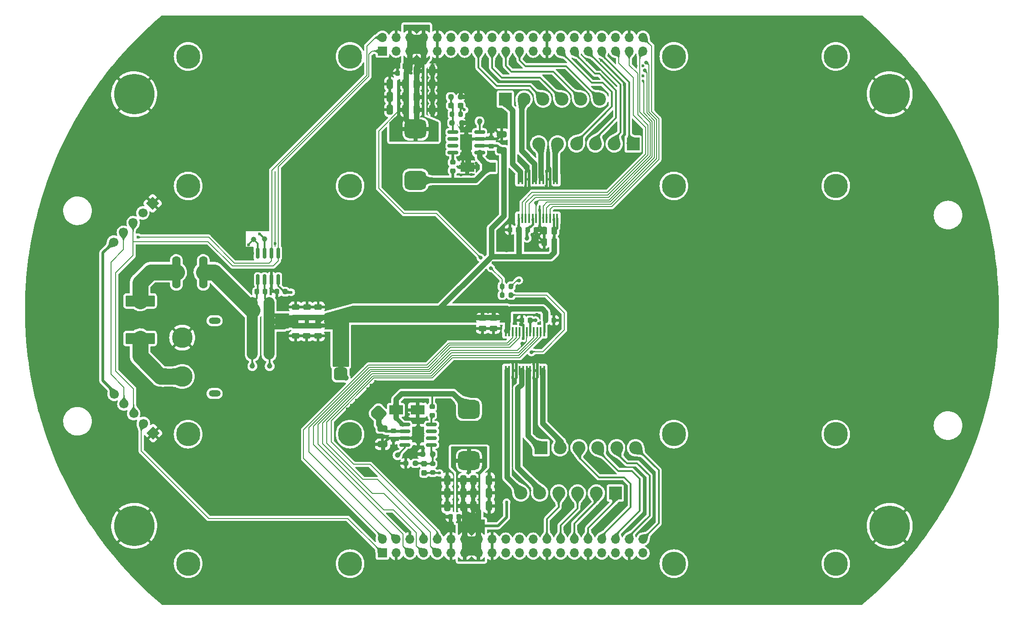
<source format=gbr>
%TF.GenerationSoftware,KiCad,Pcbnew,(6.0.9)*%
%TF.CreationDate,2023-02-26T12:01:52+02:00*%
%TF.ProjectId,Power,506f7765-722e-46b6-9963-61645f706362,rev?*%
%TF.SameCoordinates,Original*%
%TF.FileFunction,Copper,L2,Bot*%
%TF.FilePolarity,Positive*%
%FSLAX46Y46*%
G04 Gerber Fmt 4.6, Leading zero omitted, Abs format (unit mm)*
G04 Created by KiCad (PCBNEW (6.0.9)) date 2023-02-26 12:01:52*
%MOMM*%
%LPD*%
G01*
G04 APERTURE LIST*
G04 Aperture macros list*
%AMRoundRect*
0 Rectangle with rounded corners*
0 $1 Rounding radius*
0 $2 $3 $4 $5 $6 $7 $8 $9 X,Y pos of 4 corners*
0 Add a 4 corners polygon primitive as box body*
4,1,4,$2,$3,$4,$5,$6,$7,$8,$9,$2,$3,0*
0 Add four circle primitives for the rounded corners*
1,1,$1+$1,$2,$3*
1,1,$1+$1,$4,$5*
1,1,$1+$1,$6,$7*
1,1,$1+$1,$8,$9*
0 Add four rect primitives between the rounded corners*
20,1,$1+$1,$2,$3,$4,$5,0*
20,1,$1+$1,$4,$5,$6,$7,0*
20,1,$1+$1,$6,$7,$8,$9,0*
20,1,$1+$1,$8,$9,$2,$3,0*%
%AMHorizOval*
0 Thick line with rounded ends*
0 $1 width*
0 $2 $3 position (X,Y) of the first rounded end (center of the circle)*
0 $4 $5 position (X,Y) of the second rounded end (center of the circle)*
0 Add line between two ends*
20,1,$1,$2,$3,$4,$5,0*
0 Add two circle primitives to create the rounded ends*
1,1,$1,$2,$3*
1,1,$1,$4,$5*%
%AMRotRect*
0 Rectangle, with rotation*
0 The origin of the aperture is its center*
0 $1 length*
0 $2 width*
0 $3 Rotation angle, in degrees counterclockwise*
0 Add horizontal line*
21,1,$1,$2,0,0,$3*%
G04 Aperture macros list end*
%TA.AperFunction,ComponentPad*%
%ADD10O,1.600000X6.000000*%
%TD*%
%TA.AperFunction,ComponentPad*%
%ADD11O,2.200000X1.200000*%
%TD*%
%TA.AperFunction,ComponentPad*%
%ADD12C,3.800000*%
%TD*%
%TA.AperFunction,ComponentPad*%
%ADD13RotRect,1.700000X1.700000X315.000000*%
%TD*%
%TA.AperFunction,ComponentPad*%
%ADD14HorizOval,1.700000X0.000000X0.000000X0.000000X0.000000X0*%
%TD*%
%TA.AperFunction,ConnectorPad*%
%ADD15C,7.500000*%
%TD*%
%TA.AperFunction,ComponentPad*%
%ADD16C,4.700000*%
%TD*%
%TA.AperFunction,ComponentPad*%
%ADD17R,1.700000X1.700000*%
%TD*%
%TA.AperFunction,ComponentPad*%
%ADD18O,1.700000X1.700000*%
%TD*%
%TA.AperFunction,ComponentPad*%
%ADD19RotRect,1.700000X1.700000X225.000000*%
%TD*%
%TA.AperFunction,ComponentPad*%
%ADD20HorizOval,1.700000X0.000000X0.000000X0.000000X0.000000X0*%
%TD*%
%TA.AperFunction,SMDPad,CuDef*%
%ADD21RoundRect,0.250000X-0.475000X0.250000X-0.475000X-0.250000X0.475000X-0.250000X0.475000X0.250000X0*%
%TD*%
%TA.AperFunction,SMDPad,CuDef*%
%ADD22RoundRect,0.875000X-1.125000X0.875000X-1.125000X-0.875000X1.125000X-0.875000X1.125000X0.875000X0*%
%TD*%
%TA.AperFunction,SMDPad,CuDef*%
%ADD23RoundRect,0.250000X-0.325000X-0.650000X0.325000X-0.650000X0.325000X0.650000X-0.325000X0.650000X0*%
%TD*%
%TA.AperFunction,SMDPad,CuDef*%
%ADD24RoundRect,0.250000X0.325000X0.650000X-0.325000X0.650000X-0.325000X-0.650000X0.325000X-0.650000X0*%
%TD*%
%TA.AperFunction,SMDPad,CuDef*%
%ADD25RoundRect,0.225000X-0.225000X-0.250000X0.225000X-0.250000X0.225000X0.250000X-0.225000X0.250000X0*%
%TD*%
%TA.AperFunction,SMDPad,CuDef*%
%ADD26RoundRect,0.200000X0.200000X0.275000X-0.200000X0.275000X-0.200000X-0.275000X0.200000X-0.275000X0*%
%TD*%
%TA.AperFunction,SMDPad,CuDef*%
%ADD27RoundRect,0.250001X2.474999X-0.799999X2.474999X0.799999X-2.474999X0.799999X-2.474999X-0.799999X0*%
%TD*%
%TA.AperFunction,SMDPad,CuDef*%
%ADD28RoundRect,0.225000X0.225000X0.250000X-0.225000X0.250000X-0.225000X-0.250000X0.225000X-0.250000X0*%
%TD*%
%TA.AperFunction,SMDPad,CuDef*%
%ADD29RoundRect,0.250000X0.650000X-0.325000X0.650000X0.325000X-0.650000X0.325000X-0.650000X-0.325000X0*%
%TD*%
%TA.AperFunction,SMDPad,CuDef*%
%ADD30RoundRect,0.200000X-0.200000X-0.275000X0.200000X-0.275000X0.200000X0.275000X-0.200000X0.275000X0*%
%TD*%
%TA.AperFunction,SMDPad,CuDef*%
%ADD31RoundRect,0.237500X-0.250000X-0.237500X0.250000X-0.237500X0.250000X0.237500X-0.250000X0.237500X0*%
%TD*%
%TA.AperFunction,ComponentPad*%
%ADD32R,2.400000X2.400000*%
%TD*%
%TA.AperFunction,ComponentPad*%
%ADD33C,2.400000*%
%TD*%
%TA.AperFunction,SMDPad,CuDef*%
%ADD34RoundRect,0.250000X-0.400000X-0.625000X0.400000X-0.625000X0.400000X0.625000X-0.400000X0.625000X0*%
%TD*%
%TA.AperFunction,SMDPad,CuDef*%
%ADD35R,0.450000X1.750000*%
%TD*%
%TA.AperFunction,SMDPad,CuDef*%
%ADD36RoundRect,0.237500X0.250000X0.237500X-0.250000X0.237500X-0.250000X-0.237500X0.250000X-0.237500X0*%
%TD*%
%TA.AperFunction,SMDPad,CuDef*%
%ADD37C,1.000000*%
%TD*%
%TA.AperFunction,SMDPad,CuDef*%
%ADD38RoundRect,0.237500X0.237500X-0.300000X0.237500X0.300000X-0.237500X0.300000X-0.237500X-0.300000X0*%
%TD*%
%TA.AperFunction,SMDPad,CuDef*%
%ADD39RoundRect,0.225000X0.250000X-0.225000X0.250000X0.225000X-0.250000X0.225000X-0.250000X-0.225000X0*%
%TD*%
%TA.AperFunction,SMDPad,CuDef*%
%ADD40R,2.500000X1.800000*%
%TD*%
%TA.AperFunction,SMDPad,CuDef*%
%ADD41RoundRect,0.875000X1.125000X-0.875000X1.125000X0.875000X-1.125000X0.875000X-1.125000X-0.875000X0*%
%TD*%
%TA.AperFunction,SMDPad,CuDef*%
%ADD42RoundRect,0.225000X-0.250000X0.225000X-0.250000X-0.225000X0.250000X-0.225000X0.250000X0.225000X0*%
%TD*%
%TA.AperFunction,SMDPad,CuDef*%
%ADD43RoundRect,0.200000X0.275000X-0.200000X0.275000X0.200000X-0.275000X0.200000X-0.275000X-0.200000X0*%
%TD*%
%TA.AperFunction,SMDPad,CuDef*%
%ADD44RoundRect,0.250000X0.475000X-0.250000X0.475000X0.250000X-0.475000X0.250000X-0.475000X-0.250000X0*%
%TD*%
%TA.AperFunction,SMDPad,CuDef*%
%ADD45RoundRect,0.150000X-0.150000X0.825000X-0.150000X-0.825000X0.150000X-0.825000X0.150000X0.825000X0*%
%TD*%
%TA.AperFunction,WasherPad*%
%ADD46C,4.500000*%
%TD*%
%TA.AperFunction,SMDPad,CuDef*%
%ADD47RoundRect,0.150000X-0.825000X-0.150000X0.825000X-0.150000X0.825000X0.150000X-0.825000X0.150000X0*%
%TD*%
%TA.AperFunction,ComponentPad*%
%ADD48C,0.500000*%
%TD*%
%TA.AperFunction,SMDPad,CuDef*%
%ADD49R,2.290000X3.000000*%
%TD*%
%TA.AperFunction,SMDPad,CuDef*%
%ADD50RoundRect,0.237500X0.300000X0.237500X-0.300000X0.237500X-0.300000X-0.237500X0.300000X-0.237500X0*%
%TD*%
%TA.AperFunction,SMDPad,CuDef*%
%ADD51RoundRect,0.250000X0.250000X0.475000X-0.250000X0.475000X-0.250000X-0.475000X0.250000X-0.475000X0*%
%TD*%
%TA.AperFunction,SMDPad,CuDef*%
%ADD52RoundRect,0.150000X0.825000X0.150000X-0.825000X0.150000X-0.825000X-0.150000X0.825000X-0.150000X0*%
%TD*%
%TA.AperFunction,SMDPad,CuDef*%
%ADD53RoundRect,0.250000X-0.650000X0.325000X-0.650000X-0.325000X0.650000X-0.325000X0.650000X0.325000X0*%
%TD*%
%TA.AperFunction,ViaPad*%
%ADD54C,0.600000*%
%TD*%
%TA.AperFunction,ViaPad*%
%ADD55C,0.700000*%
%TD*%
%TA.AperFunction,ViaPad*%
%ADD56C,0.800000*%
%TD*%
%TA.AperFunction,ViaPad*%
%ADD57C,0.500000*%
%TD*%
%TA.AperFunction,Conductor*%
%ADD58C,3.000000*%
%TD*%
%TA.AperFunction,Conductor*%
%ADD59C,2.000000*%
%TD*%
%TA.AperFunction,Conductor*%
%ADD60C,1.000000*%
%TD*%
%TA.AperFunction,Conductor*%
%ADD61C,0.500000*%
%TD*%
%TA.AperFunction,Conductor*%
%ADD62C,0.300000*%
%TD*%
%TA.AperFunction,Conductor*%
%ADD63C,0.400000*%
%TD*%
%TA.AperFunction,Conductor*%
%ADD64C,0.750000*%
%TD*%
%TA.AperFunction,Conductor*%
%ADD65C,0.200000*%
%TD*%
G04 APERTURE END LIST*
D10*
%TO.P,SW1,2,2*%
%TO.N,Net-(C1-Pad2)*%
X57820000Y-98020000D03*
%TO.P,SW1,1,1*%
%TO.N,/in*%
X52820000Y-98020000D03*
%TD*%
D11*
%TO.P,J1,4,4*%
%TO.N,unconnected-(J1-Pad4)*%
X59910000Y-106959936D03*
%TO.P,J1,3,3*%
%TO.N,unconnected-(J1-Pad3)*%
X59910000Y-120460064D03*
D12*
%TO.P,J1,1,-*%
%TO.N,GND*%
X53910000Y-110110051D03*
%TO.P,J1,2,+*%
%TO.N,Net-(F1-Pad1)*%
X53910000Y-117309949D03*
%TD*%
D13*
%TO.P,J8,1,Pin_1*%
%TO.N,GND*%
X48400000Y-85200000D03*
D14*
%TO.P,J8,2,Pin_2*%
%TO.N,INT*%
X46603949Y-86996051D03*
%TO.P,J8,3,Pin_3*%
%TO.N,SCL*%
X44807898Y-88792102D03*
%TO.P,J8,4,Pin_4*%
%TO.N,SDA*%
X43011846Y-90588154D03*
%TO.P,J8,5,Pin_5*%
%TO.N,+3V3*%
X41215795Y-92384205D03*
%TD*%
D15*
%TO.P,H3,1,1*%
%TO.N,GND*%
X45000000Y-65000000D03*
D16*
X45000000Y-65000000D03*
%TD*%
%TO.P,H1,1,1*%
%TO.N,GND*%
X185000000Y-145000000D03*
D15*
X185000000Y-145000000D03*
%TD*%
D16*
%TO.P,H4,1,1*%
%TO.N,GND*%
X45000000Y-145000000D03*
D15*
X45000000Y-145000000D03*
%TD*%
D17*
%TO.P,J6,1,Pin_1*%
%TO.N,SCL*%
X91000000Y-57000000D03*
D18*
%TO.P,J6,2,Pin_2*%
%TO.N,SDA*%
X91000000Y-54460000D03*
%TO.P,J6,3,Pin_3*%
%TO.N,INT*%
X93540000Y-57000000D03*
%TO.P,J6,4,Pin_4*%
%TO.N,GND*%
X93540000Y-54460000D03*
%TO.P,J6,5,Pin_5*%
%TO.N,+3V3*%
X96080000Y-57000000D03*
%TO.P,J6,6,Pin_6*%
X96080000Y-54460000D03*
%TO.P,J6,7,Pin_7*%
X98620000Y-57000000D03*
%TO.P,J6,8,Pin_8*%
X98620000Y-54460000D03*
%TO.P,J6,9,Pin_9*%
%TO.N,GND*%
X101160000Y-57000000D03*
%TO.P,J6,10,Pin_10*%
X101160000Y-54460000D03*
%TO.P,J6,11,Pin_11*%
%TO.N,unconnected-(J6-Pad11)*%
X103700000Y-57000000D03*
%TO.P,J6,12,Pin_12*%
%TO.N,unconnected-(J6-Pad12)*%
X103700000Y-54460000D03*
%TO.P,J6,13,Pin_13*%
%TO.N,unconnected-(J6-Pad13)*%
X106240000Y-57000000D03*
%TO.P,J6,14,Pin_14*%
%TO.N,unconnected-(J6-Pad14)*%
X106240000Y-54460000D03*
%TO.P,J6,15,Pin_15*%
%TO.N,/yellow_2*%
X108780000Y-57000000D03*
%TO.P,J6,16,Pin_16*%
%TO.N,GND*%
X108780000Y-54460000D03*
%TO.P,J6,17,Pin_17*%
%TO.N,/Green_2*%
X111320000Y-57000000D03*
%TO.P,J6,18,Pin_18*%
%TO.N,unconnected-(J6-Pad18)*%
X111320000Y-54460000D03*
%TO.P,J6,19,Pin_19*%
%TO.N,/Blue_2*%
X113860000Y-57000000D03*
%TO.P,J6,20,Pin_20*%
%TO.N,GND*%
X113860000Y-54460000D03*
%TO.P,J6,21,Pin_21*%
%TO.N,/Black_2*%
X116400000Y-57000000D03*
%TO.P,J6,22,Pin_22*%
%TO.N,unconnected-(J6-Pad22)*%
X116400000Y-54460000D03*
%TO.P,J6,23,Pin_23*%
%TO.N,unconnected-(J6-Pad23)*%
X118940000Y-57000000D03*
%TO.P,J6,24,Pin_24*%
%TO.N,unconnected-(J6-Pad24)*%
X118940000Y-54460000D03*
%TO.P,J6,25,Pin_25*%
%TO.N,GND*%
X121480000Y-57000000D03*
%TO.P,J6,26,Pin_26*%
X121480000Y-54460000D03*
%TO.P,J6,27,Pin_27*%
%TO.N,/yellow_1*%
X124020000Y-57000000D03*
%TO.P,J6,28,Pin_28*%
%TO.N,unconnected-(J6-Pad28)*%
X124020000Y-54460000D03*
%TO.P,J6,29,Pin_29*%
%TO.N,/Green_1*%
X126560000Y-57000000D03*
%TO.P,J6,30,Pin_30*%
%TO.N,STBY_1*%
X126560000Y-54460000D03*
%TO.P,J6,31,Pin_31*%
%TO.N,/Blue_1*%
X129100000Y-57000000D03*
%TO.P,J6,32,Pin_32*%
%TO.N,GND*%
X129100000Y-54460000D03*
%TO.P,J6,33,Pin_33*%
%TO.N,/Black_1*%
X131640000Y-57000000D03*
%TO.P,J6,34,Pin_34*%
%TO.N,BIN1_1*%
X131640000Y-54460000D03*
%TO.P,J6,35,Pin_35*%
%TO.N,PWMA_1*%
X134180000Y-57000000D03*
%TO.P,J6,36,Pin_36*%
%TO.N,BIN2_1*%
X134180000Y-54460000D03*
%TO.P,J6,37,Pin_37*%
%TO.N,AIN2_1*%
X136720000Y-57000000D03*
%TO.P,J6,38,Pin_38*%
%TO.N,GND*%
X136720000Y-54460000D03*
%TO.P,J6,39,Pin_39*%
%TO.N,AIN1_1*%
X139260000Y-57000000D03*
%TO.P,J6,40,Pin_40*%
%TO.N,PWMB_1*%
X139260000Y-54460000D03*
%TD*%
D19*
%TO.P,J9,1,Pin_1*%
%TO.N,GND*%
X48500000Y-127800000D03*
D20*
%TO.P,J9,2,Pin_2*%
%TO.N,INT2*%
X46703949Y-126003949D03*
%TO.P,J9,3,Pin_3*%
%TO.N,SCL*%
X44907898Y-124207898D03*
%TO.P,J9,4,Pin_4*%
%TO.N,SDA*%
X43111846Y-122411846D03*
%TO.P,J9,5,Pin_5*%
%TO.N,+3V3*%
X41315795Y-120615795D03*
%TD*%
D15*
%TO.P,H2,1,1*%
%TO.N,GND*%
X185000000Y-65000000D03*
D16*
X185000000Y-65000000D03*
%TD*%
D17*
%TO.P,J7,1,Pin_1*%
%TO.N,INT2*%
X91000000Y-150000000D03*
D18*
%TO.P,J7,2,Pin_2*%
%TO.N,PWMB_2*%
X91000000Y-147460000D03*
%TO.P,J7,3,Pin_3*%
%TO.N,GND*%
X93540000Y-150000000D03*
%TO.P,J7,4,Pin_4*%
%TO.N,BIN2_2*%
X93540000Y-147460000D03*
%TO.P,J7,5,Pin_5*%
%TO.N,BIN1_2*%
X96080000Y-150000000D03*
%TO.P,J7,6,Pin_6*%
%TO.N,GND*%
X96080000Y-147460000D03*
%TO.P,J7,7,Pin_7*%
%TO.N,STBY_2*%
X98620000Y-150000000D03*
%TO.P,J7,8,Pin_8*%
%TO.N,AIN1_2*%
X98620000Y-147460000D03*
%TO.P,J7,9,Pin_9*%
%TO.N,AIN2_2*%
X101160000Y-150000000D03*
%TO.P,J7,10,Pin_10*%
%TO.N,PWMA_2*%
X101160000Y-147460000D03*
%TO.P,J7,11,Pin_11*%
%TO.N,GND*%
X103700000Y-150000000D03*
%TO.P,J7,12,Pin_12*%
X103700000Y-147460000D03*
%TO.P,J7,13,Pin_13*%
%TO.N,+5V*%
X106240000Y-150000000D03*
%TO.P,J7,14,Pin_14*%
X106240000Y-147460000D03*
%TO.P,J7,15,Pin_15*%
X108780000Y-150000000D03*
%TO.P,J7,16,Pin_16*%
X108780000Y-147460000D03*
%TO.P,J7,17,Pin_17*%
%TO.N,GND*%
X111320000Y-150000000D03*
%TO.P,J7,18,Pin_18*%
X111320000Y-147460000D03*
%TO.P,J7,19,Pin_19*%
%TO.N,unconnected-(J7-Pad19)*%
X113860000Y-150000000D03*
%TO.P,J7,20,Pin_20*%
%TO.N,unconnected-(J7-Pad20)*%
X113860000Y-147460000D03*
%TO.P,J7,21,Pin_21*%
%TO.N,unconnected-(J7-Pad21)*%
X116400000Y-150000000D03*
%TO.P,J7,22,Pin_22*%
%TO.N,unconnected-(J7-Pad22)*%
X116400000Y-147460000D03*
%TO.P,J7,23,Pin_23*%
%TO.N,unconnected-(J7-Pad23)*%
X118940000Y-150000000D03*
%TO.P,J7,24,Pin_24*%
%TO.N,unconnected-(J7-Pad24)*%
X118940000Y-147460000D03*
%TO.P,J7,25,Pin_25*%
%TO.N,GND*%
X121480000Y-150000000D03*
%TO.P,J7,26,Pin_26*%
%TO.N,/yellow_4*%
X121480000Y-147460000D03*
%TO.P,J7,27,Pin_27*%
%TO.N,unconnected-(J7-Pad27)*%
X124020000Y-150000000D03*
%TO.P,J7,28,Pin_28*%
%TO.N,/Green_4*%
X124020000Y-147460000D03*
%TO.P,J7,29,Pin_29*%
%TO.N,unconnected-(J7-Pad29)*%
X126560000Y-150000000D03*
%TO.P,J7,30,Pin_30*%
%TO.N,/Blue_4*%
X126560000Y-147460000D03*
%TO.P,J7,31,Pin_31*%
%TO.N,GND*%
X129100000Y-150000000D03*
%TO.P,J7,32,Pin_32*%
%TO.N,/Black_4*%
X129100000Y-147460000D03*
%TO.P,J7,33,Pin_33*%
%TO.N,unconnected-(J7-Pad33)*%
X131640000Y-150000000D03*
%TO.P,J7,34,Pin_34*%
%TO.N,/yellow_3*%
X131640000Y-147460000D03*
%TO.P,J7,35,Pin_35*%
%TO.N,unconnected-(J7-Pad35)*%
X134180000Y-150000000D03*
%TO.P,J7,36,Pin_36*%
%TO.N,/Green_3*%
X134180000Y-147460000D03*
%TO.P,J7,37,Pin_37*%
%TO.N,GND*%
X136720000Y-150000000D03*
%TO.P,J7,38,Pin_38*%
%TO.N,/Blue_3*%
X136720000Y-147460000D03*
%TO.P,J7,39,Pin_39*%
%TO.N,unconnected-(J7-Pad39)*%
X139260000Y-150000000D03*
%TO.P,J7,40,Pin_40*%
%TO.N,/Black_3*%
X139260000Y-147460000D03*
%TD*%
D21*
%TO.P,C3,1*%
%TO.N,+12V*%
X79100000Y-107900000D03*
%TO.P,C3,2*%
%TO.N,GND*%
X79100000Y-109800000D03*
%TD*%
D22*
%TO.P,L1,1*%
%TO.N,Net-(C12-Pad1)*%
X107025000Y-123400000D03*
%TO.P,L1,2*%
%TO.N,+5V*%
X107025000Y-132900000D03*
%TD*%
D21*
%TO.P,C10,1*%
%TO.N,+12V*%
X111600000Y-106500000D03*
%TO.P,C10,2*%
%TO.N,GND*%
X111600000Y-108400000D03*
%TD*%
D23*
%TO.P,C29,1*%
%TO.N,+3V3*%
X97325000Y-63100000D03*
%TO.P,C29,2*%
%TO.N,GND*%
X100275000Y-63100000D03*
%TD*%
D24*
%TO.P,C18,1*%
%TO.N,+5V*%
X105975000Y-138900000D03*
%TO.P,C18,2*%
%TO.N,GND*%
X103025000Y-138900000D03*
%TD*%
D25*
%TO.P,C2,1*%
%TO.N,GND*%
X71425000Y-101600000D03*
%TO.P,C2,2*%
%TO.N,+5V*%
X72975000Y-101600000D03*
%TD*%
D26*
%TO.P,R4,1*%
%TO.N,+3V3*%
X105525000Y-68700000D03*
%TO.P,R4,2*%
%TO.N,/3v3_FB*%
X103875000Y-68700000D03*
%TD*%
D27*
%TO.P,F1,1*%
%TO.N,Net-(F1-Pad1)*%
X46100000Y-110275000D03*
%TO.P,F1,2*%
%TO.N,/in*%
X46100000Y-103325000D03*
%TD*%
D21*
%TO.P,C39,1*%
%TO.N,+12V*%
X76990000Y-107900000D03*
%TO.P,C39,2*%
%TO.N,GND*%
X76990000Y-109800000D03*
%TD*%
D28*
%TO.P,C8,1*%
%TO.N,+12V*%
X116175000Y-90100000D03*
%TO.P,C8,2*%
%TO.N,GND*%
X114625000Y-90100000D03*
%TD*%
D25*
%TO.P,C4,1*%
%TO.N,GND*%
X116825000Y-106900000D03*
%TO.P,C4,2*%
%TO.N,+5V*%
X118375000Y-106900000D03*
%TD*%
D29*
%TO.P,C24,1*%
%TO.N,+12V*%
X113125000Y-75370000D03*
%TO.P,C24,2*%
%TO.N,GND*%
X113125000Y-72420000D03*
%TD*%
D30*
%TO.P,R1,1*%
%TO.N,+3V3*%
X113175000Y-100600000D03*
%TO.P,R1,2*%
%TO.N,STBY_1*%
X114825000Y-100600000D03*
%TD*%
D31*
%TO.P,R6,1*%
%TO.N,/3v3_FB*%
X103887500Y-70300000D03*
%TO.P,R6,2*%
%TO.N,GND*%
X105712500Y-70300000D03*
%TD*%
D32*
%TO.P,J3,1,Pin_1*%
%TO.N,/AO1_1*%
X113750000Y-65900000D03*
D33*
%TO.P,J3,2,Pin_2*%
%TO.N,/AO2_1*%
X117250000Y-65900000D03*
%TO.P,J3,3,Pin_3*%
%TO.N,/yellow_2*%
X120750000Y-65900000D03*
%TO.P,J3,4,Pin_4*%
%TO.N,/Green_2*%
X124250000Y-65900000D03*
%TO.P,J3,5,Pin_5*%
%TO.N,/Blue_2*%
X127750000Y-65900000D03*
%TO.P,J3,6,Pin_6*%
%TO.N,/Black_2*%
X131250000Y-65900000D03*
%TD*%
D34*
%TO.P,R9,1*%
%TO.N,Net-(C1-Pad2)*%
X66900000Y-110500000D03*
%TO.P,R9,2*%
%TO.N,+12V*%
X70000000Y-110500000D03*
%TD*%
D35*
%TO.P,U1,1,AO1*%
%TO.N,/AO1_1*%
X116225000Y-80800000D03*
%TO.P,U1,2,AO1*%
X116875000Y-80800000D03*
%TO.P,U1,3,PGND1*%
%TO.N,GND*%
X117525000Y-80800000D03*
%TO.P,U1,4,PGND1*%
X118175000Y-80800000D03*
%TO.P,U1,5,AO2*%
%TO.N,/AO2_1*%
X118825000Y-80800000D03*
%TO.P,U1,6,AO2*%
X119475000Y-80800000D03*
%TO.P,U1,7,BO2*%
%TO.N,/BO2_1*%
X120125000Y-80800000D03*
%TO.P,U1,8,BO2*%
X120775000Y-80800000D03*
%TO.P,U1,9,PGND2*%
%TO.N,GND*%
X121425000Y-80800000D03*
%TO.P,U1,10,PGND2*%
X122075000Y-80800000D03*
%TO.P,U1,11,BO1*%
%TO.N,/BO1_1*%
X122725000Y-80800000D03*
%TO.P,U1,12,BO1*%
X123375000Y-80800000D03*
%TO.P,U1,13,VM2*%
%TO.N,+12V*%
X123375000Y-88000000D03*
%TO.P,U1,14,VM3*%
X122725000Y-88000000D03*
%TO.P,U1,15,PWMB*%
%TO.N,PWMB_1*%
X122075000Y-88000000D03*
%TO.P,U1,16,BIN2*%
%TO.N,BIN2_1*%
X121425000Y-88000000D03*
%TO.P,U1,17,BIN1*%
%TO.N,BIN1_1*%
X120775000Y-88000000D03*
%TO.P,U1,18,GND*%
%TO.N,GND*%
X120125000Y-88000000D03*
%TO.P,U1,19,STBY*%
%TO.N,STBY_1*%
X119475000Y-88000000D03*
%TO.P,U1,20,VCC*%
%TO.N,+5V*%
X118825000Y-88000000D03*
%TO.P,U1,21,AIN1*%
%TO.N,AIN1_1*%
X118175000Y-88000000D03*
%TO.P,U1,22,AIN2*%
%TO.N,AIN2_1*%
X117525000Y-88000000D03*
%TO.P,U1,23,PWMA*%
%TO.N,PWMA_1*%
X116875000Y-88000000D03*
%TO.P,U1,24,VM1*%
%TO.N,+12V*%
X116225000Y-88000000D03*
%TD*%
D36*
%TO.P,R5,1*%
%TO.N,/5v_FB*%
X100312500Y-131700000D03*
%TO.P,R5,2*%
%TO.N,GND*%
X98487500Y-131700000D03*
%TD*%
D37*
%TO.P,TP6,1,1*%
%TO.N,GND*%
X69200000Y-91800000D03*
%TD*%
D34*
%TO.P,R7,1*%
%TO.N,Net-(C1-Pad2)*%
X66900000Y-108200000D03*
%TO.P,R7,2*%
%TO.N,+12V*%
X70000000Y-108200000D03*
%TD*%
D23*
%TO.P,C30,1*%
%TO.N,+3V3*%
X97325000Y-60700000D03*
%TO.P,C30,2*%
%TO.N,GND*%
X100275000Y-60700000D03*
%TD*%
D38*
%TO.P,C16,1*%
%TO.N,+5V*%
X98700000Y-135162500D03*
%TO.P,C16,2*%
%TO.N,/5v_FB*%
X98700000Y-133437500D03*
%TD*%
D35*
%TO.P,U2,1,AO1*%
%TO.N,/AO1_2*%
X120975000Y-116200000D03*
%TO.P,U2,2,AO1*%
X120325000Y-116200000D03*
%TO.P,U2,3,PGND1*%
%TO.N,GND*%
X119675000Y-116200000D03*
%TO.P,U2,4,PGND1*%
X119025000Y-116200000D03*
%TO.P,U2,5,AO2*%
%TO.N,/AO2_2*%
X118375000Y-116200000D03*
%TO.P,U2,6,AO2*%
X117725000Y-116200000D03*
%TO.P,U2,7,BO2*%
%TO.N,/BO2_2*%
X117075000Y-116200000D03*
%TO.P,U2,8,BO2*%
X116425000Y-116200000D03*
%TO.P,U2,9,PGND2*%
%TO.N,GND*%
X115775000Y-116200000D03*
%TO.P,U2,10,PGND2*%
X115125000Y-116200000D03*
%TO.P,U2,11,BO1*%
%TO.N,/BO1_2*%
X114475000Y-116200000D03*
%TO.P,U2,12,BO1*%
X113825000Y-116200000D03*
%TO.P,U2,13,VM2*%
%TO.N,+12V*%
X113825000Y-109000000D03*
%TO.P,U2,14,VM3*%
X114475000Y-109000000D03*
%TO.P,U2,15,PWMB*%
%TO.N,PWMB_2*%
X115125000Y-109000000D03*
%TO.P,U2,16,BIN2*%
%TO.N,BIN2_2*%
X115775000Y-109000000D03*
%TO.P,U2,17,BIN1*%
%TO.N,BIN1_2*%
X116425000Y-109000000D03*
%TO.P,U2,18,GND*%
%TO.N,GND*%
X117075000Y-109000000D03*
%TO.P,U2,19,STBY*%
%TO.N,STBY_2*%
X117725000Y-109000000D03*
%TO.P,U2,20,VCC*%
%TO.N,+5V*%
X118375000Y-109000000D03*
%TO.P,U2,21,AIN1*%
%TO.N,AIN1_2*%
X119025000Y-109000000D03*
%TO.P,U2,22,AIN2*%
%TO.N,AIN2_2*%
X119675000Y-109000000D03*
%TO.P,U2,23,PWMA*%
%TO.N,PWMA_2*%
X120325000Y-109000000D03*
%TO.P,U2,24,VM1*%
%TO.N,+12V*%
X120975000Y-109000000D03*
%TD*%
D39*
%TO.P,C23,1*%
%TO.N,Net-(C23-Pad1)*%
X104025000Y-79170000D03*
%TO.P,C23,2*%
%TO.N,Net-(C23-Pad2)*%
X104025000Y-77620000D03*
%TD*%
D37*
%TO.P,TP5,1,1*%
%TO.N,GND*%
X67100000Y-91900000D03*
%TD*%
D40*
%TO.P,D1,1,K*%
%TO.N,Net-(C12-Pad1)*%
X93525000Y-123500000D03*
%TO.P,D1,2,A*%
%TO.N,GND*%
X97525000Y-123500000D03*
%TD*%
D41*
%TO.P,L2,1*%
%TO.N,Net-(C23-Pad1)*%
X97125000Y-80945000D03*
%TO.P,L2,2*%
%TO.N,+3V3*%
X97125000Y-71445000D03*
%TD*%
D42*
%TO.P,C14,1*%
%TO.N,+12V*%
X93025000Y-127425000D03*
%TO.P,C14,2*%
%TO.N,GND*%
X93025000Y-128975000D03*
%TD*%
D43*
%TO.P,R3,1*%
%TO.N,+5V*%
X100300000Y-135125000D03*
%TO.P,R3,2*%
%TO.N,/5v_FB*%
X100300000Y-133475000D03*
%TD*%
D32*
%TO.P,J5,1,Pin_1*%
%TO.N,/Black_4*%
X134150000Y-138900000D03*
D33*
%TO.P,J5,2,Pin_2*%
%TO.N,/Blue_4*%
X130650000Y-138900000D03*
%TO.P,J5,3,Pin_3*%
%TO.N,/Green_4*%
X127150000Y-138900000D03*
%TO.P,J5,4,Pin_4*%
%TO.N,/yellow_4*%
X123650000Y-138900000D03*
%TO.P,J5,5,Pin_5*%
%TO.N,/BO2_2*%
X120150000Y-138900000D03*
%TO.P,J5,6,Pin_6*%
%TO.N,/BO1_2*%
X116650000Y-138900000D03*
%TD*%
D23*
%TO.P,C17,1*%
%TO.N,+5V*%
X107825000Y-141300000D03*
%TO.P,C17,2*%
%TO.N,GND*%
X110775000Y-141300000D03*
%TD*%
D44*
%TO.P,C37,1*%
%TO.N,+12V*%
X79110000Y-106350000D03*
%TO.P,C37,2*%
%TO.N,GND*%
X79110000Y-104450000D03*
%TD*%
D31*
%TO.P,R11,1*%
%TO.N,/3v3_FB*%
X103687500Y-65500000D03*
%TO.P,R11,2*%
%TO.N,GND*%
X105512500Y-65500000D03*
%TD*%
D44*
%TO.P,C35,1*%
%TO.N,+12V*%
X77000000Y-106350000D03*
%TO.P,C35,2*%
%TO.N,GND*%
X77000000Y-104450000D03*
%TD*%
D28*
%TO.P,C1,1*%
%TO.N,+12V*%
X69275000Y-101600000D03*
%TO.P,C1,2*%
%TO.N,Net-(C1-Pad2)*%
X67725000Y-101600000D03*
%TD*%
D45*
%TO.P,U5,1,A1*%
%TO.N,GND*%
X67895000Y-94425000D03*
%TO.P,U5,2,A0*%
X69165000Y-94425000D03*
%TO.P,U5,3,SDA*%
%TO.N,SDA*%
X70435000Y-94425000D03*
%TO.P,U5,4,SCL*%
%TO.N,SCL*%
X71705000Y-94425000D03*
%TO.P,U5,5,VS*%
%TO.N,+5V*%
X71705000Y-99375000D03*
%TO.P,U5,6,GND*%
%TO.N,GND*%
X70435000Y-99375000D03*
%TO.P,U5,7,IN-*%
%TO.N,+12V*%
X69165000Y-99375000D03*
%TO.P,U5,8,IN+*%
%TO.N,Net-(C1-Pad2)*%
X67895000Y-99375000D03*
%TD*%
D36*
%TO.P,R10,1*%
%TO.N,/5v_FB*%
X97112500Y-133400000D03*
%TO.P,R10,2*%
%TO.N,GND*%
X95287500Y-133400000D03*
%TD*%
D37*
%TO.P,TP4,1,1*%
%TO.N,+12V*%
X70100000Y-115400000D03*
%TD*%
D28*
%TO.P,C34,1*%
%TO.N,+3V3*%
X95375000Y-61100000D03*
%TO.P,C34,2*%
%TO.N,GND*%
X93825000Y-61100000D03*
%TD*%
D46*
%TO.P,H6,*%
%TO.N,*%
X175000000Y-58000000D03*
X145000000Y-58000000D03*
X175000000Y-82000000D03*
X145000000Y-82000000D03*
%TD*%
D39*
%TO.P,C25,1*%
%TO.N,+12V*%
X111125000Y-74670000D03*
%TO.P,C25,2*%
%TO.N,GND*%
X111125000Y-73120000D03*
%TD*%
D30*
%TO.P,R8,1*%
%TO.N,+3V3*%
X113185000Y-102250000D03*
%TO.P,R8,2*%
%TO.N,STBY_2*%
X114835000Y-102250000D03*
%TD*%
D42*
%TO.P,C12,1*%
%TO.N,Net-(C12-Pad1)*%
X100225000Y-122925000D03*
%TO.P,C12,2*%
%TO.N,Net-(C12-Pad2)*%
X100225000Y-124475000D03*
%TD*%
D25*
%TO.P,C11,1*%
%TO.N,+12V*%
X121225000Y-106900000D03*
%TO.P,C11,2*%
%TO.N,GND*%
X122775000Y-106900000D03*
%TD*%
D47*
%TO.P,U4,1,BOOT*%
%TO.N,Net-(C23-Pad2)*%
X104050000Y-75800000D03*
%TO.P,U4,2,NC*%
%TO.N,unconnected-(U4-Pad2)*%
X104050000Y-74530000D03*
%TO.P,U4,3,NC*%
%TO.N,unconnected-(U4-Pad3)*%
X104050000Y-73260000D03*
%TO.P,U4,4,VSENSE*%
%TO.N,/3v3_FB*%
X104050000Y-71990000D03*
%TO.P,U4,5,ENA*%
%TO.N,Net-(TP2-Pad1)*%
X109000000Y-71990000D03*
%TO.P,U4,6,GND*%
%TO.N,GND*%
X109000000Y-73260000D03*
%TO.P,U4,7,Vin*%
%TO.N,+12V*%
X109000000Y-74530000D03*
%TO.P,U4,8,PH*%
%TO.N,Net-(C23-Pad1)*%
X109000000Y-75800000D03*
D48*
%TO.P,U4,9,Thermal*%
%TO.N,GND*%
X105875000Y-72895000D03*
X107175000Y-72895000D03*
X107175000Y-74895000D03*
X107175000Y-73895000D03*
D49*
X106525000Y-73895000D03*
D48*
X105875000Y-73895000D03*
X105875000Y-74895000D03*
%TD*%
D21*
%TO.P,C9,1*%
%TO.N,+12V*%
X109550000Y-106500000D03*
%TO.P,C9,2*%
%TO.N,GND*%
X109550000Y-108400000D03*
%TD*%
D34*
%TO.P,R12,1*%
%TO.N,Net-(C1-Pad2)*%
X66900000Y-105900000D03*
%TO.P,R12,2*%
%TO.N,+12V*%
X70000000Y-105900000D03*
%TD*%
D24*
%TO.P,C19,1*%
%TO.N,+5V*%
X105955000Y-141320000D03*
%TO.P,C19,2*%
%TO.N,GND*%
X103005000Y-141320000D03*
%TD*%
D44*
%TO.P,C36,1*%
%TO.N,+12V*%
X74900000Y-106350000D03*
%TO.P,C36,2*%
%TO.N,GND*%
X74900000Y-104450000D03*
%TD*%
D37*
%TO.P,TP3,1,1*%
%TO.N,Net-(C1-Pad2)*%
X66900000Y-115400000D03*
%TD*%
%TO.P,TP2,1,1*%
%TO.N,Net-(TP2-Pad1)*%
X109000000Y-70000000D03*
%TD*%
D21*
%TO.P,C38,1*%
%TO.N,+12V*%
X74900000Y-107900000D03*
%TO.P,C38,2*%
%TO.N,GND*%
X74900000Y-109800000D03*
%TD*%
D50*
%TO.P,C26,1*%
%TO.N,+3V3*%
X105462500Y-67100000D03*
%TO.P,C26,2*%
%TO.N,/3v3_FB*%
X103737500Y-67100000D03*
%TD*%
D32*
%TO.P,J4,1,Pin_1*%
%TO.N,/AO2_2*%
X120400000Y-130500000D03*
D33*
%TO.P,J4,2,Pin_2*%
%TO.N,/AO1_2*%
X123900000Y-130500000D03*
%TO.P,J4,3,Pin_3*%
%TO.N,/yellow_3*%
X127400000Y-130500000D03*
%TO.P,J4,4,Pin_4*%
%TO.N,/Green_3*%
X130900000Y-130500000D03*
%TO.P,J4,5,Pin_5*%
%TO.N,/Blue_3*%
X134400000Y-130500000D03*
%TO.P,J4,6,Pin_6*%
%TO.N,/Black_3*%
X137900000Y-130500000D03*
%TD*%
D24*
%TO.P,C33,1*%
%TO.N,+3V3*%
X95275000Y-67900000D03*
%TO.P,C33,2*%
%TO.N,GND*%
X92325000Y-67900000D03*
%TD*%
%TO.P,C31,1*%
%TO.N,+3V3*%
X95275000Y-63100000D03*
%TO.P,C31,2*%
%TO.N,GND*%
X92325000Y-63100000D03*
%TD*%
D37*
%TO.P,TP1,1,1*%
%TO.N,Net-(TP1-Pad1)*%
X93800000Y-131900000D03*
%TD*%
D23*
%TO.P,C28,1*%
%TO.N,+3V3*%
X97325000Y-65500000D03*
%TO.P,C28,2*%
%TO.N,GND*%
X100275000Y-65500000D03*
%TD*%
D24*
%TO.P,C32,1*%
%TO.N,+3V3*%
X95275000Y-65500000D03*
%TO.P,C32,2*%
%TO.N,GND*%
X92325000Y-65500000D03*
%TD*%
D32*
%TO.P,J2,1,Pin_1*%
%TO.N,/Black_1*%
X137450000Y-74200000D03*
D33*
%TO.P,J2,2,Pin_2*%
%TO.N,/Blue_1*%
X133950000Y-74200000D03*
%TO.P,J2,3,Pin_3*%
%TO.N,/Green_1*%
X130450000Y-74200000D03*
%TO.P,J2,4,Pin_4*%
%TO.N,/yellow_1*%
X126950000Y-74200000D03*
%TO.P,J2,5,Pin_5*%
%TO.N,/BO1_1*%
X123450000Y-74200000D03*
%TO.P,J2,6,Pin_6*%
%TO.N,/BO2_1*%
X119950000Y-74200000D03*
%TD*%
D46*
%TO.P,H8,*%
%TO.N,*%
X85000000Y-152000000D03*
X55000000Y-128000000D03*
X85000000Y-128000000D03*
X55000000Y-152000000D03*
%TD*%
D34*
%TO.P,R13,1*%
%TO.N,Net-(C1-Pad2)*%
X66900000Y-103600000D03*
%TO.P,R13,2*%
%TO.N,+12V*%
X70000000Y-103600000D03*
%TD*%
D23*
%TO.P,C22,1*%
%TO.N,+5V*%
X107825000Y-136500000D03*
%TO.P,C22,2*%
%TO.N,GND*%
X110775000Y-136500000D03*
%TD*%
D51*
%TO.P,C6,1*%
%TO.N,+12V*%
X122850000Y-92400000D03*
%TO.P,C6,2*%
%TO.N,GND*%
X120950000Y-92400000D03*
%TD*%
D46*
%TO.P,H5,*%
%TO.N,*%
X55000000Y-82000000D03*
X55000000Y-58000000D03*
X85000000Y-82000000D03*
X85000000Y-58000000D03*
%TD*%
D23*
%TO.P,C27,1*%
%TO.N,+3V3*%
X97325000Y-67900000D03*
%TO.P,C27,2*%
%TO.N,GND*%
X100275000Y-67900000D03*
%TD*%
%TO.P,C20,1*%
%TO.N,+5V*%
X107825000Y-138890000D03*
%TO.P,C20,2*%
%TO.N,GND*%
X110775000Y-138890000D03*
%TD*%
D52*
%TO.P,U3,1,BOOT*%
%TO.N,Net-(C12-Pad2)*%
X100100000Y-126195000D03*
%TO.P,U3,2,NC*%
%TO.N,unconnected-(U3-Pad2)*%
X100100000Y-127465000D03*
%TO.P,U3,3,NC*%
%TO.N,unconnected-(U3-Pad3)*%
X100100000Y-128735000D03*
%TO.P,U3,4,VSENSE*%
%TO.N,/5v_FB*%
X100100000Y-130005000D03*
%TO.P,U3,5,ENA*%
%TO.N,Net-(TP1-Pad1)*%
X95150000Y-130005000D03*
%TO.P,U3,6,GND*%
%TO.N,GND*%
X95150000Y-128735000D03*
%TO.P,U3,7,Vin*%
%TO.N,+12V*%
X95150000Y-127465000D03*
%TO.P,U3,8,PH*%
%TO.N,Net-(C12-Pad1)*%
X95150000Y-126195000D03*
D49*
%TO.P,U3,9,Thermal*%
%TO.N,GND*%
X97625000Y-128100000D03*
D48*
X96975000Y-127100000D03*
X98275000Y-127100000D03*
X96975000Y-128100000D03*
X98275000Y-128100000D03*
X96975000Y-129100000D03*
X98275000Y-129100000D03*
%TD*%
D28*
%TO.P,C21,1*%
%TO.N,+5V*%
X105175000Y-143300000D03*
%TO.P,C21,2*%
%TO.N,GND*%
X103625000Y-143300000D03*
%TD*%
D24*
%TO.P,C15,1*%
%TO.N,+5V*%
X105975000Y-136500000D03*
%TO.P,C15,2*%
%TO.N,GND*%
X103025000Y-136500000D03*
%TD*%
D46*
%TO.P,H7,*%
%TO.N,*%
X145000000Y-128000000D03*
X175000000Y-128000000D03*
X175000000Y-152000000D03*
X145000000Y-152000000D03*
%TD*%
D34*
%TO.P,R2,1*%
%TO.N,Net-(C1-Pad2)*%
X66900000Y-112900000D03*
%TO.P,R2,2*%
%TO.N,+12V*%
X70000000Y-112900000D03*
%TD*%
D28*
%TO.P,C5,1*%
%TO.N,GND*%
X119450000Y-90100000D03*
%TO.P,C5,2*%
%TO.N,+5V*%
X117900000Y-90100000D03*
%TD*%
D53*
%TO.P,C13,1*%
%TO.N,+12V*%
X91025000Y-126925000D03*
%TO.P,C13,2*%
%TO.N,GND*%
X91025000Y-129875000D03*
%TD*%
D51*
%TO.P,C7,1*%
%TO.N,+12V*%
X122850000Y-90300000D03*
%TO.P,C7,2*%
%TO.N,GND*%
X120950000Y-90300000D03*
%TD*%
D40*
%TO.P,D2,1,K*%
%TO.N,Net-(C23-Pad1)*%
X110725000Y-78495000D03*
%TO.P,D2,2,A*%
%TO.N,GND*%
X106725000Y-78495000D03*
%TD*%
D54*
%TO.N,GND*%
X202425000Y-122005601D03*
X202425000Y-119505601D03*
X202425000Y-117005601D03*
X202425000Y-114505601D03*
X202425000Y-112005601D03*
X202425000Y-109505601D03*
X202425000Y-107005601D03*
X202425000Y-104505601D03*
X202425000Y-102005601D03*
X202425000Y-99505601D03*
X202425000Y-97005601D03*
X202425000Y-94505601D03*
X202425000Y-92005601D03*
X202425000Y-89505601D03*
X202425000Y-87005601D03*
X199925000Y-129505601D03*
X199925000Y-127005601D03*
X199925000Y-124505601D03*
X199925000Y-122005601D03*
X199925000Y-119505601D03*
X199925000Y-117005601D03*
X199925000Y-114505601D03*
X199925000Y-112005601D03*
X199925000Y-109505601D03*
X199925000Y-107005601D03*
X199925000Y-104505601D03*
X199925000Y-102005601D03*
X199925000Y-99505601D03*
X199925000Y-97005601D03*
X199925000Y-94505601D03*
X199925000Y-92005601D03*
X199925000Y-89505601D03*
X199925000Y-87005601D03*
X199925000Y-84505601D03*
X199925000Y-82005601D03*
X199925000Y-79505601D03*
X197425000Y-134505601D03*
X197425000Y-132005601D03*
X197425000Y-129505601D03*
X197425000Y-122005601D03*
X197425000Y-119505601D03*
X197425000Y-117005601D03*
X197425000Y-114505601D03*
X197425000Y-112005601D03*
X197425000Y-109505601D03*
X197425000Y-107005601D03*
X197425000Y-104505601D03*
X197425000Y-102005601D03*
X197425000Y-99505601D03*
X197425000Y-97005601D03*
X197425000Y-94505601D03*
X197425000Y-92005601D03*
X197425000Y-84505601D03*
X197425000Y-82005601D03*
X197425000Y-79505601D03*
X197425000Y-77005601D03*
X197425000Y-74505601D03*
X194925000Y-139505601D03*
X194925000Y-137005601D03*
X194925000Y-134505601D03*
X194925000Y-132005601D03*
X194925000Y-129505601D03*
X194925000Y-122005601D03*
X194925000Y-119505601D03*
X194925000Y-117005601D03*
X194925000Y-114505601D03*
X194925000Y-112005601D03*
X194925000Y-109505601D03*
X194925000Y-107005601D03*
X194925000Y-104505601D03*
X194925000Y-102005601D03*
X194925000Y-99505601D03*
X194925000Y-97005601D03*
X194925000Y-94505601D03*
X194925000Y-92005601D03*
X194925000Y-82005601D03*
X194925000Y-79505601D03*
X194925000Y-77005601D03*
X194925000Y-74505601D03*
X194925000Y-72005601D03*
X194925000Y-69505601D03*
X192425000Y-144505601D03*
X192425000Y-142005601D03*
X192425000Y-139505601D03*
X192425000Y-137005601D03*
X192425000Y-134505601D03*
X192425000Y-132005601D03*
X192425000Y-129505601D03*
X192425000Y-127005601D03*
X192425000Y-124505601D03*
X192425000Y-122005601D03*
X192425000Y-119505601D03*
X192425000Y-117005601D03*
X192425000Y-114505601D03*
X192425000Y-112005601D03*
X192425000Y-109505601D03*
X192425000Y-107005601D03*
X192425000Y-104505601D03*
X192425000Y-102005601D03*
X192425000Y-99505601D03*
X192425000Y-97005601D03*
X192425000Y-94505601D03*
X192425000Y-92005601D03*
X192425000Y-89505601D03*
X192425000Y-87005601D03*
X192425000Y-84505601D03*
X192425000Y-82005601D03*
X192425000Y-79505601D03*
X192425000Y-77005601D03*
X192425000Y-74505601D03*
X192425000Y-72005601D03*
X192425000Y-69505601D03*
X192425000Y-67005601D03*
X189925000Y-147005601D03*
X189925000Y-144505601D03*
X189925000Y-142005601D03*
X189925000Y-139505601D03*
X189925000Y-137005601D03*
X189925000Y-134505601D03*
X189925000Y-132005601D03*
X189925000Y-129505601D03*
X189925000Y-127005601D03*
X189925000Y-124505601D03*
X189925000Y-122005601D03*
X189925000Y-119505601D03*
X189925000Y-117005601D03*
X189925000Y-114505601D03*
X189925000Y-112005601D03*
X189925000Y-109505601D03*
X189925000Y-107005601D03*
X189925000Y-104505601D03*
X189925000Y-102005601D03*
X189925000Y-99505601D03*
X189925000Y-97005601D03*
X189925000Y-94505601D03*
X189925000Y-92005601D03*
X189925000Y-89505601D03*
X189925000Y-87005601D03*
X189925000Y-84505601D03*
X189925000Y-82005601D03*
X189925000Y-79505601D03*
X189925000Y-77005601D03*
X189925000Y-74505601D03*
X189925000Y-72005601D03*
X189925000Y-69505601D03*
X189925000Y-67005601D03*
X189925000Y-64505601D03*
X189925000Y-62005601D03*
X187425000Y-149505601D03*
X187425000Y-139505601D03*
X187425000Y-137005601D03*
X187425000Y-134505601D03*
X187425000Y-132005601D03*
X187425000Y-129505601D03*
X187425000Y-127005601D03*
X187425000Y-124505601D03*
X187425000Y-122005601D03*
X187425000Y-119505601D03*
X187425000Y-117005601D03*
X187425000Y-114505601D03*
X187425000Y-112005601D03*
X187425000Y-109505601D03*
X187425000Y-107005601D03*
X187425000Y-104505601D03*
X187425000Y-102005601D03*
X187425000Y-99505601D03*
X187425000Y-97005601D03*
X187425000Y-94505601D03*
X187425000Y-92005601D03*
X187425000Y-89505601D03*
X187425000Y-87005601D03*
X187425000Y-84505601D03*
X187425000Y-82005601D03*
X187425000Y-79505601D03*
X187425000Y-77005601D03*
X187425000Y-74505601D03*
X187425000Y-72005601D03*
X187425000Y-69505601D03*
X187425000Y-59505601D03*
X184925000Y-152005601D03*
X184925000Y-149505601D03*
X184925000Y-139505601D03*
X184925000Y-137005601D03*
X184925000Y-134505601D03*
X184925000Y-132005601D03*
X184925000Y-129505601D03*
X184925000Y-127005601D03*
X184925000Y-124505601D03*
X184925000Y-122005601D03*
X184925000Y-119505601D03*
X184925000Y-117005601D03*
X184925000Y-114505601D03*
X184925000Y-112005601D03*
X184925000Y-109505601D03*
X184925000Y-107005601D03*
X184925000Y-104505601D03*
X184925000Y-102005601D03*
X184925000Y-99505601D03*
X184925000Y-97005601D03*
X184925000Y-94505601D03*
X184925000Y-92005601D03*
X184925000Y-89505601D03*
X184925000Y-87005601D03*
X184925000Y-84505601D03*
X184925000Y-82005601D03*
X184925000Y-79505601D03*
X184925000Y-77005601D03*
X184925000Y-74505601D03*
X184925000Y-72005601D03*
X184925000Y-69505601D03*
X184925000Y-59505601D03*
X184925000Y-57005601D03*
X182425000Y-154505601D03*
X182425000Y-152005601D03*
X182425000Y-149505601D03*
X182425000Y-139505601D03*
X182425000Y-137005601D03*
X182425000Y-134505601D03*
X182425000Y-132005601D03*
X182425000Y-129505601D03*
X182425000Y-127005601D03*
X182425000Y-124505601D03*
X182425000Y-122005601D03*
X182425000Y-119505601D03*
X182425000Y-117005601D03*
X182425000Y-114505601D03*
X182425000Y-112005601D03*
X182425000Y-109505601D03*
X182425000Y-107005601D03*
X182425000Y-104505601D03*
X182425000Y-102005601D03*
X182425000Y-99505601D03*
X182425000Y-97005601D03*
X182425000Y-94505601D03*
X182425000Y-92005601D03*
X182425000Y-89505601D03*
X182425000Y-87005601D03*
X182425000Y-84505601D03*
X182425000Y-82005601D03*
X182425000Y-79505601D03*
X182425000Y-77005601D03*
X182425000Y-74505601D03*
X182425000Y-72005601D03*
X182425000Y-69505601D03*
X182425000Y-59505601D03*
X182425000Y-57005601D03*
X182425000Y-54505601D03*
X179925000Y-157005601D03*
X179925000Y-154505601D03*
X179925000Y-152005601D03*
X179925000Y-149505601D03*
X179925000Y-147005601D03*
X179925000Y-144505601D03*
X179925000Y-142005601D03*
X179925000Y-139505601D03*
X179925000Y-137005601D03*
X179925000Y-134505601D03*
X179925000Y-132005601D03*
X179925000Y-129505601D03*
X179925000Y-127005601D03*
X179925000Y-124505601D03*
X179925000Y-122005601D03*
X179925000Y-119505601D03*
X179925000Y-117005601D03*
X179925000Y-114505601D03*
X179925000Y-112005601D03*
X179925000Y-109505601D03*
X179925000Y-107005601D03*
X179925000Y-104505601D03*
X179925000Y-102005601D03*
X179925000Y-99505601D03*
X179925000Y-97005601D03*
X179925000Y-94505601D03*
X179925000Y-92005601D03*
X179925000Y-89505601D03*
X179925000Y-87005601D03*
X179925000Y-84505601D03*
X179925000Y-82005601D03*
X179925000Y-79505601D03*
X179925000Y-77005601D03*
X179925000Y-74505601D03*
X179925000Y-72005601D03*
X179925000Y-69505601D03*
X179925000Y-67005601D03*
X179925000Y-64505601D03*
X179925000Y-62005601D03*
X179925000Y-59505601D03*
X179925000Y-57005601D03*
X179925000Y-54505601D03*
X179925000Y-52005601D03*
X177425000Y-157005601D03*
X177425000Y-154505601D03*
X177425000Y-149505601D03*
X177425000Y-147005601D03*
X177425000Y-144505601D03*
X177425000Y-142005601D03*
X177425000Y-139505601D03*
X177425000Y-137005601D03*
X177425000Y-134505601D03*
X177425000Y-132005601D03*
X177425000Y-124505601D03*
X177425000Y-122005601D03*
X177425000Y-119505601D03*
X177425000Y-117005601D03*
X177425000Y-114505601D03*
X177425000Y-112005601D03*
X177425000Y-109505601D03*
X177425000Y-107005601D03*
X177425000Y-104505601D03*
X177425000Y-102005601D03*
X177425000Y-99505601D03*
X177425000Y-97005601D03*
X177425000Y-94505601D03*
X177425000Y-92005601D03*
X177425000Y-89505601D03*
X177425000Y-87005601D03*
X177425000Y-84505601D03*
X177425000Y-79505601D03*
X177425000Y-77005601D03*
X177425000Y-74505601D03*
X177425000Y-72005601D03*
X177425000Y-69505601D03*
X177425000Y-67005601D03*
X177425000Y-64505601D03*
X177425000Y-62005601D03*
X177425000Y-54505601D03*
X177425000Y-52005601D03*
X174925000Y-157005601D03*
X174925000Y-147005601D03*
X174925000Y-144505601D03*
X174925000Y-142005601D03*
X174925000Y-139505601D03*
X174925000Y-137005601D03*
X174925000Y-134505601D03*
X174925000Y-132005601D03*
X174925000Y-124505601D03*
X174925000Y-122005601D03*
X174925000Y-119505601D03*
X174925000Y-117005601D03*
X174925000Y-114505601D03*
X174925000Y-112005601D03*
X174925000Y-109505601D03*
X174925000Y-107005601D03*
X174925000Y-104505601D03*
X174925000Y-102005601D03*
X174925000Y-99505601D03*
X174925000Y-97005601D03*
X174925000Y-94505601D03*
X174925000Y-92005601D03*
X174925000Y-89505601D03*
X174925000Y-87005601D03*
X174925000Y-77005601D03*
X174925000Y-74505601D03*
X174925000Y-72005601D03*
X174925000Y-69505601D03*
X174925000Y-67005601D03*
X174925000Y-64505601D03*
X174925000Y-62005601D03*
X174925000Y-54505601D03*
X174925000Y-52005601D03*
X172425000Y-157005601D03*
X172425000Y-154505601D03*
X172425000Y-149505601D03*
X172425000Y-147005601D03*
X172425000Y-144505601D03*
X172425000Y-142005601D03*
X172425000Y-139505601D03*
X172425000Y-137005601D03*
X172425000Y-134505601D03*
X172425000Y-132005601D03*
X172425000Y-124505601D03*
X172425000Y-122005601D03*
X172425000Y-119505601D03*
X172425000Y-117005601D03*
X172425000Y-114505601D03*
X172425000Y-112005601D03*
X172425000Y-109505601D03*
X172425000Y-107005601D03*
X172425000Y-104505601D03*
X172425000Y-102005601D03*
X172425000Y-99505601D03*
X172425000Y-97005601D03*
X172425000Y-94505601D03*
X172425000Y-92005601D03*
X172425000Y-89505601D03*
X172425000Y-87005601D03*
X172425000Y-84505601D03*
X172425000Y-79505601D03*
X172425000Y-77005601D03*
X172425000Y-74505601D03*
X172425000Y-72005601D03*
X172425000Y-69505601D03*
X172425000Y-67005601D03*
X172425000Y-64505601D03*
X172425000Y-62005601D03*
X172425000Y-54505601D03*
X172425000Y-52005601D03*
X169925000Y-157005601D03*
X169925000Y-154505601D03*
X169925000Y-152005601D03*
X169925000Y-149505601D03*
X169925000Y-147005601D03*
X169925000Y-144505601D03*
X169925000Y-142005601D03*
X169925000Y-139505601D03*
X169925000Y-137005601D03*
X169925000Y-134505601D03*
X169925000Y-132005601D03*
X169925000Y-129505601D03*
X169925000Y-127005601D03*
X169925000Y-124505601D03*
X169925000Y-122005601D03*
X169925000Y-119505601D03*
X169925000Y-117005601D03*
X169925000Y-114505601D03*
X169925000Y-112005601D03*
X169925000Y-109505601D03*
X169925000Y-107005601D03*
X169925000Y-104505601D03*
X169925000Y-102005601D03*
X169925000Y-99505601D03*
X169925000Y-97005601D03*
X169925000Y-94505601D03*
X169925000Y-92005601D03*
X169925000Y-89505601D03*
X169925000Y-87005601D03*
X169925000Y-84505601D03*
X169925000Y-82005601D03*
X169925000Y-79505601D03*
X169925000Y-77005601D03*
X169925000Y-74505601D03*
X169925000Y-72005601D03*
X169925000Y-69505601D03*
X169925000Y-67005601D03*
X169925000Y-64505601D03*
X169925000Y-62005601D03*
X169925000Y-59505601D03*
X169925000Y-57005601D03*
X169925000Y-54505601D03*
X169925000Y-52005601D03*
X167425000Y-157005601D03*
X167425000Y-154505601D03*
X167425000Y-152005601D03*
X167425000Y-149505601D03*
X167425000Y-147005601D03*
X167425000Y-144505601D03*
X167425000Y-142005601D03*
X167425000Y-139505601D03*
X167425000Y-137005601D03*
X167425000Y-134505601D03*
X167425000Y-132005601D03*
X167425000Y-129505601D03*
X167425000Y-127005601D03*
X167425000Y-124505601D03*
X167425000Y-122005601D03*
X167425000Y-119505601D03*
X167425000Y-117005601D03*
X167425000Y-114505601D03*
X167425000Y-112005601D03*
X167425000Y-109505601D03*
X167425000Y-107005601D03*
X167425000Y-104505601D03*
X167425000Y-102005601D03*
X167425000Y-99505601D03*
X167425000Y-97005601D03*
X167425000Y-94505601D03*
X167425000Y-92005601D03*
X167425000Y-89505601D03*
X167425000Y-87005601D03*
X167425000Y-84505601D03*
X167425000Y-82005601D03*
X167425000Y-79505601D03*
X167425000Y-77005601D03*
X167425000Y-74505601D03*
X167425000Y-72005601D03*
X167425000Y-69505601D03*
X167425000Y-67005601D03*
X167425000Y-64505601D03*
X167425000Y-62005601D03*
X167425000Y-59505601D03*
X167425000Y-57005601D03*
X167425000Y-54505601D03*
X167425000Y-52005601D03*
X164925000Y-157005601D03*
X164925000Y-154505601D03*
X164925000Y-152005601D03*
X164925000Y-149505601D03*
X164925000Y-147005601D03*
X164925000Y-144505601D03*
X164925000Y-142005601D03*
X164925000Y-139505601D03*
X164925000Y-137005601D03*
X164925000Y-134505601D03*
X164925000Y-132005601D03*
X164925000Y-129505601D03*
X164925000Y-127005601D03*
X164925000Y-124505601D03*
X164925000Y-122005601D03*
X164925000Y-119505601D03*
X164925000Y-117005601D03*
X164925000Y-114505601D03*
X164925000Y-112005601D03*
X164925000Y-109505601D03*
X164925000Y-107005601D03*
X164925000Y-104505601D03*
X164925000Y-102005601D03*
X164925000Y-99505601D03*
X164925000Y-97005601D03*
X164925000Y-94505601D03*
X164925000Y-92005601D03*
X164925000Y-89505601D03*
X164925000Y-87005601D03*
X164925000Y-84505601D03*
X164925000Y-82005601D03*
X164925000Y-79505601D03*
X164925000Y-77005601D03*
X164925000Y-74505601D03*
X164925000Y-72005601D03*
X164925000Y-69505601D03*
X164925000Y-67005601D03*
X164925000Y-64505601D03*
X164925000Y-62005601D03*
X164925000Y-59505601D03*
X164925000Y-57005601D03*
X164925000Y-54505601D03*
X164925000Y-52005601D03*
X162425000Y-157005601D03*
X162425000Y-154505601D03*
X162425000Y-152005601D03*
X162425000Y-149505601D03*
X162425000Y-147005601D03*
X162425000Y-144505601D03*
X162425000Y-142005601D03*
X162425000Y-139505601D03*
X162425000Y-137005601D03*
X162425000Y-134505601D03*
X162425000Y-132005601D03*
X162425000Y-129505601D03*
X162425000Y-127005601D03*
X162425000Y-124505601D03*
X162425000Y-122005601D03*
X162425000Y-119505601D03*
X162425000Y-117005601D03*
X162425000Y-114505601D03*
X162425000Y-112005601D03*
X162425000Y-109505601D03*
X162425000Y-107005601D03*
X162425000Y-104505601D03*
X162425000Y-102005601D03*
X162425000Y-99505601D03*
X162425000Y-97005601D03*
X162425000Y-94505601D03*
X162425000Y-92005601D03*
X162425000Y-89505601D03*
X162425000Y-87005601D03*
X162425000Y-84505601D03*
X162425000Y-82005601D03*
X162425000Y-79505601D03*
X162425000Y-77005601D03*
X162425000Y-74505601D03*
X162425000Y-72005601D03*
X162425000Y-69505601D03*
X162425000Y-67005601D03*
X162425000Y-64505601D03*
X162425000Y-62005601D03*
X162425000Y-59505601D03*
X162425000Y-57005601D03*
X162425000Y-54505601D03*
X162425000Y-52005601D03*
X159925000Y-157005601D03*
X159925000Y-154505601D03*
X159925000Y-152005601D03*
X159925000Y-149505601D03*
X159925000Y-147005601D03*
X159925000Y-144505601D03*
X159925000Y-142005601D03*
X159925000Y-139505601D03*
X159925000Y-137005601D03*
X159925000Y-134505601D03*
X159925000Y-132005601D03*
X159925000Y-129505601D03*
X159925000Y-127005601D03*
X159925000Y-124505601D03*
X159925000Y-122005601D03*
X159925000Y-119505601D03*
X159925000Y-117005601D03*
X159925000Y-114505601D03*
X159925000Y-112005601D03*
X159925000Y-109505601D03*
X159925000Y-107005601D03*
X159925000Y-104505601D03*
X159925000Y-102005601D03*
X159925000Y-99505601D03*
X159925000Y-97005601D03*
X159925000Y-94505601D03*
X159925000Y-92005601D03*
X159925000Y-89505601D03*
X159925000Y-87005601D03*
X159925000Y-84505601D03*
X159925000Y-82005601D03*
X159925000Y-79505601D03*
X159925000Y-77005601D03*
X159925000Y-74505601D03*
X159925000Y-72005601D03*
X159925000Y-69505601D03*
X159925000Y-67005601D03*
X159925000Y-64505601D03*
X159925000Y-62005601D03*
X159925000Y-59505601D03*
X159925000Y-57005601D03*
X159925000Y-54505601D03*
X159925000Y-52005601D03*
X157425000Y-157005601D03*
X157425000Y-154505601D03*
X157425000Y-152005601D03*
X157425000Y-149505601D03*
X157425000Y-147005601D03*
X157425000Y-144505601D03*
X157425000Y-142005601D03*
X157425000Y-139505601D03*
X157425000Y-137005601D03*
X157425000Y-134505601D03*
X157425000Y-132005601D03*
X157425000Y-129505601D03*
X157425000Y-127005601D03*
X157425000Y-124505601D03*
X157425000Y-122005601D03*
X157425000Y-119505601D03*
X157425000Y-117005601D03*
X157425000Y-114505601D03*
X157425000Y-112005601D03*
X157425000Y-109505601D03*
X157425000Y-107005601D03*
X157425000Y-104505601D03*
X157425000Y-102005601D03*
X157425000Y-99505601D03*
X157425000Y-97005601D03*
X157425000Y-94505601D03*
X157425000Y-92005601D03*
X157425000Y-89505601D03*
X157425000Y-87005601D03*
X157425000Y-84505601D03*
X157425000Y-82005601D03*
X157425000Y-79505601D03*
X157425000Y-77005601D03*
X157425000Y-74505601D03*
X157425000Y-72005601D03*
X157425000Y-69505601D03*
X157425000Y-67005601D03*
X157425000Y-64505601D03*
X157425000Y-62005601D03*
X157425000Y-59505601D03*
X157425000Y-57005601D03*
X157425000Y-54505601D03*
X157425000Y-52005601D03*
X154925000Y-157005601D03*
X154925000Y-154505601D03*
X154925000Y-152005601D03*
X154925000Y-149505601D03*
X154925000Y-147005601D03*
X154925000Y-144505601D03*
X154925000Y-142005601D03*
X154925000Y-139505601D03*
X154925000Y-137005601D03*
X154925000Y-134505601D03*
X154925000Y-132005601D03*
X154925000Y-129505601D03*
X154925000Y-127005601D03*
X154925000Y-124505601D03*
X154925000Y-122005601D03*
X154925000Y-119505601D03*
X154925000Y-117005601D03*
X154925000Y-114505601D03*
X154925000Y-112005601D03*
X154925000Y-109505601D03*
X154925000Y-107005601D03*
X154925000Y-104505601D03*
X154925000Y-102005601D03*
X154925000Y-99505601D03*
X154925000Y-97005601D03*
X154925000Y-94505601D03*
X154925000Y-92005601D03*
X154925000Y-89505601D03*
X154925000Y-87005601D03*
X154925000Y-84505601D03*
X154925000Y-82005601D03*
X154925000Y-79505601D03*
X154925000Y-77005601D03*
X154925000Y-74505601D03*
X154925000Y-72005601D03*
X154925000Y-69505601D03*
X154925000Y-67005601D03*
X154925000Y-64505601D03*
X154925000Y-62005601D03*
X154925000Y-59505601D03*
X154925000Y-57005601D03*
X154925000Y-54505601D03*
X154925000Y-52005601D03*
X152425000Y-157005601D03*
X152425000Y-154505601D03*
X152425000Y-152005601D03*
X152425000Y-149505601D03*
X152425000Y-147005601D03*
X152425000Y-144505601D03*
X152425000Y-142005601D03*
X152425000Y-139505601D03*
X152425000Y-137005601D03*
X152425000Y-134505601D03*
X152425000Y-132005601D03*
X152425000Y-129505601D03*
X152425000Y-127005601D03*
X152425000Y-124505601D03*
X152425000Y-122005601D03*
X152425000Y-119505601D03*
X152425000Y-117005601D03*
X152425000Y-114505601D03*
X152425000Y-112005601D03*
X152425000Y-109505601D03*
X152425000Y-107005601D03*
X152425000Y-104505601D03*
X152425000Y-102005601D03*
X152425000Y-99505601D03*
X152425000Y-97005601D03*
X152425000Y-94505601D03*
X152425000Y-92005601D03*
X152425000Y-89505601D03*
X152425000Y-87005601D03*
X152425000Y-84505601D03*
X152425000Y-82005601D03*
X152425000Y-79505601D03*
X152425000Y-77005601D03*
X152425000Y-74505601D03*
X152425000Y-72005601D03*
X152425000Y-69505601D03*
X152425000Y-67005601D03*
X152425000Y-64505601D03*
X152425000Y-62005601D03*
X152425000Y-59505601D03*
X152425000Y-57005601D03*
X152425000Y-54505601D03*
X152425000Y-52005601D03*
X149925000Y-157005601D03*
X149925000Y-154505601D03*
X149925000Y-152005601D03*
X149925000Y-149505601D03*
X149925000Y-147005601D03*
X149925000Y-144505601D03*
X149925000Y-142005601D03*
X149925000Y-139505601D03*
X149925000Y-137005601D03*
X149925000Y-134505601D03*
X149925000Y-132005601D03*
X149925000Y-129505601D03*
X149925000Y-127005601D03*
X149925000Y-124505601D03*
X149925000Y-122005601D03*
X149925000Y-119505601D03*
X149925000Y-117005601D03*
X149925000Y-114505601D03*
X149925000Y-112005601D03*
X149925000Y-109505601D03*
X149925000Y-107005601D03*
X149925000Y-104505601D03*
X149925000Y-102005601D03*
X149925000Y-99505601D03*
X149925000Y-97005601D03*
X149925000Y-94505601D03*
X149925000Y-92005601D03*
X149925000Y-89505601D03*
X149925000Y-87005601D03*
X149925000Y-84505601D03*
X149925000Y-82005601D03*
X149925000Y-79505601D03*
X149925000Y-77005601D03*
X149925000Y-74505601D03*
X149925000Y-72005601D03*
X149925000Y-69505601D03*
X149925000Y-67005601D03*
X149925000Y-64505601D03*
X149925000Y-62005601D03*
X149925000Y-59505601D03*
X149925000Y-57005601D03*
X149925000Y-54505601D03*
X149925000Y-52005601D03*
X147425000Y-157005601D03*
X147425000Y-154505601D03*
X147425000Y-149505601D03*
X147425000Y-147005601D03*
X147425000Y-144505601D03*
X147425000Y-142005601D03*
X147425000Y-139505601D03*
X147425000Y-137005601D03*
X147425000Y-134505601D03*
X147425000Y-132005601D03*
X147425000Y-124505601D03*
X147425000Y-122005601D03*
X147425000Y-119505601D03*
X147425000Y-117005601D03*
X147425000Y-114505601D03*
X147425000Y-112005601D03*
X147425000Y-109505601D03*
X147425000Y-107005601D03*
X147425000Y-104505601D03*
X147425000Y-102005601D03*
X147425000Y-99505601D03*
X147425000Y-97005601D03*
X147425000Y-94505601D03*
X147425000Y-92005601D03*
X147425000Y-89505601D03*
X147425000Y-87005601D03*
X147425000Y-84505601D03*
X147425000Y-79505601D03*
X147425000Y-77005601D03*
X147425000Y-74505601D03*
X147425000Y-72005601D03*
X147425000Y-69505601D03*
X147425000Y-67005601D03*
X147425000Y-64505601D03*
X147425000Y-62005601D03*
X147425000Y-54505601D03*
X147425000Y-52005601D03*
X144925000Y-157005601D03*
X144925000Y-147005601D03*
X144925000Y-144505601D03*
X144925000Y-142005601D03*
X144925000Y-139505601D03*
X144925000Y-137005601D03*
X144925000Y-134505601D03*
X144925000Y-132005601D03*
X144925000Y-124505601D03*
X144925000Y-122005601D03*
X144925000Y-119505601D03*
X144925000Y-117005601D03*
X144925000Y-114505601D03*
X144925000Y-112005601D03*
X144925000Y-109505601D03*
X144925000Y-107005601D03*
X144925000Y-104505601D03*
X144925000Y-102005601D03*
X144925000Y-99505601D03*
X144925000Y-97005601D03*
X144925000Y-94505601D03*
X144925000Y-92005601D03*
X144925000Y-89505601D03*
X144925000Y-87005601D03*
X144925000Y-77005601D03*
X144925000Y-74505601D03*
X144925000Y-72005601D03*
X144925000Y-69505601D03*
X144925000Y-67005601D03*
X144925000Y-64505601D03*
X144925000Y-62005601D03*
X144925000Y-54505601D03*
X144925000Y-52005601D03*
X142425000Y-157005601D03*
X142425000Y-154505601D03*
X142425000Y-149505601D03*
X142425000Y-147005601D03*
X142425000Y-132005601D03*
X142425000Y-124505601D03*
X142425000Y-122005601D03*
X142425000Y-119505601D03*
X142425000Y-117005601D03*
X142425000Y-114505601D03*
X142425000Y-112005601D03*
X142425000Y-109505601D03*
X142425000Y-107005601D03*
X142425000Y-104505601D03*
X142425000Y-102005601D03*
X142425000Y-99505601D03*
X142425000Y-97005601D03*
X142425000Y-94505601D03*
X142425000Y-92005601D03*
X142425000Y-89505601D03*
X142425000Y-87005601D03*
X142425000Y-84505601D03*
X142425000Y-79505601D03*
X142425000Y-67005601D03*
X142425000Y-64505601D03*
X142425000Y-62005601D03*
X142425000Y-54505601D03*
X142425000Y-52005601D03*
X139925000Y-157005601D03*
X139925000Y-154505601D03*
X139925000Y-152005601D03*
X139925000Y-129505601D03*
X139925000Y-127005601D03*
X139925000Y-124505601D03*
X139925000Y-122005601D03*
X139925000Y-119505601D03*
X139925000Y-117005601D03*
X139925000Y-114505601D03*
X139925000Y-112005601D03*
X139925000Y-109505601D03*
X139925000Y-107005601D03*
X139925000Y-104505601D03*
X139925000Y-102005601D03*
X139925000Y-99505601D03*
X139925000Y-97005601D03*
X139925000Y-94505601D03*
X139925000Y-92005601D03*
X139925000Y-89505601D03*
X139925000Y-87005601D03*
X139925000Y-84505601D03*
X139925000Y-82005601D03*
X139925000Y-52005601D03*
X137425000Y-157005601D03*
X137425000Y-154505601D03*
X137425000Y-152005601D03*
X137425000Y-127005601D03*
X137425000Y-124505601D03*
X137425000Y-122005601D03*
X137425000Y-119505601D03*
X137425000Y-117005601D03*
X137425000Y-114505601D03*
X137425000Y-112005601D03*
X137425000Y-109505601D03*
X137425000Y-107005601D03*
X137425000Y-104505601D03*
X137425000Y-102005601D03*
X137425000Y-99505601D03*
X137425000Y-97005601D03*
X137425000Y-94505601D03*
X137425000Y-92005601D03*
X137425000Y-89505601D03*
X137425000Y-87005601D03*
X137425000Y-84505601D03*
X137425000Y-52005601D03*
X134925000Y-157005601D03*
X134925000Y-154505601D03*
X134925000Y-152005601D03*
X134925000Y-127005601D03*
X134925000Y-124505601D03*
X134925000Y-122005601D03*
X134925000Y-119505601D03*
X134925000Y-117005601D03*
X134925000Y-114505601D03*
X134925000Y-112005601D03*
X134925000Y-109505601D03*
X134925000Y-107005601D03*
X134925000Y-104505601D03*
X134925000Y-102005601D03*
X134925000Y-99505601D03*
X134925000Y-97005601D03*
X134925000Y-94505601D03*
X134925000Y-92005601D03*
X134925000Y-89505601D03*
X134925000Y-87005601D03*
X134925000Y-77005601D03*
X134925000Y-52005601D03*
X132425000Y-157005601D03*
X132425000Y-154505601D03*
X132425000Y-152005601D03*
X132425000Y-134505601D03*
X132425000Y-127005601D03*
X132425000Y-124505601D03*
X132425000Y-122005601D03*
X132425000Y-119505601D03*
X132425000Y-117005601D03*
X132425000Y-114505601D03*
X132425000Y-112005601D03*
X132425000Y-109505601D03*
X132425000Y-107005601D03*
X132425000Y-104505601D03*
X132425000Y-102005601D03*
X132425000Y-99505601D03*
X132425000Y-97005601D03*
X132425000Y-94505601D03*
X132425000Y-92005601D03*
X132425000Y-89505601D03*
X132425000Y-87005601D03*
X132425000Y-79505601D03*
X132425000Y-77005601D03*
X132425000Y-52005601D03*
X129925000Y-157005601D03*
X129925000Y-154505601D03*
X129925000Y-152005601D03*
X129925000Y-127005601D03*
X129925000Y-124505601D03*
X129925000Y-122005601D03*
X129925000Y-119505601D03*
X129925000Y-117005601D03*
X129925000Y-114505601D03*
X129925000Y-112005601D03*
X129925000Y-109505601D03*
X129925000Y-107005601D03*
X129925000Y-104505601D03*
X129925000Y-102005601D03*
X129925000Y-99505601D03*
X129925000Y-97005601D03*
X129925000Y-94505601D03*
X129925000Y-92005601D03*
X129925000Y-89505601D03*
X129925000Y-87005601D03*
X129925000Y-82005601D03*
X129925000Y-79505601D03*
X129925000Y-77005601D03*
X129925000Y-52005601D03*
X127425000Y-157005601D03*
X127425000Y-154505601D03*
X127425000Y-152005601D03*
X127425000Y-134505601D03*
X127425000Y-127005601D03*
X127425000Y-124505601D03*
X127425000Y-122005601D03*
X127425000Y-119505601D03*
X127425000Y-117005601D03*
X127425000Y-114505601D03*
X127425000Y-112005601D03*
X127425000Y-109505601D03*
X127425000Y-107005601D03*
X127425000Y-104505601D03*
X127425000Y-102005601D03*
X127425000Y-99505601D03*
X127425000Y-97005601D03*
X127425000Y-94505601D03*
X127425000Y-92005601D03*
X127425000Y-89505601D03*
X127425000Y-87005601D03*
X127425000Y-82005601D03*
X127425000Y-79505601D03*
X127425000Y-77005601D03*
X127425000Y-69505601D03*
X127425000Y-52005601D03*
X124925000Y-157005601D03*
X124925000Y-154505601D03*
X124925000Y-152005601D03*
X124925000Y-142005601D03*
X124925000Y-137005601D03*
X124925000Y-134505601D03*
X124925000Y-127005601D03*
X124925000Y-124505601D03*
X124925000Y-122005601D03*
X124925000Y-119505601D03*
X124925000Y-117005601D03*
X124925000Y-114505601D03*
X124925000Y-112005601D03*
X124925000Y-102005601D03*
X124925000Y-99505601D03*
X124925000Y-97005601D03*
X124925000Y-94505601D03*
X124925000Y-92005601D03*
X124925000Y-89505601D03*
X124925000Y-87005601D03*
X124925000Y-82005601D03*
X124925000Y-79505601D03*
X124925000Y-77005601D03*
X124925000Y-72005601D03*
X124925000Y-69505601D03*
X124925000Y-52005601D03*
X122425000Y-157005601D03*
X122425000Y-154505601D03*
X122425000Y-152005601D03*
X122425000Y-144505601D03*
X122425000Y-137005601D03*
X122425000Y-134505601D03*
X122425000Y-124505601D03*
X122425000Y-122005601D03*
X122425000Y-119505601D03*
X122425000Y-117005601D03*
X122425000Y-114505601D03*
X122425000Y-99505601D03*
X122425000Y-72005601D03*
X122425000Y-69505601D03*
X122425000Y-52005601D03*
X119925000Y-157005601D03*
X119925000Y-154505601D03*
X119925000Y-152005601D03*
X119925000Y-144505601D03*
X119925000Y-142005601D03*
X119925000Y-134505601D03*
X119925000Y-97005601D03*
X119925000Y-72005601D03*
X119925000Y-69505601D03*
X119925000Y-52005601D03*
X117425000Y-157005601D03*
X117425000Y-154505601D03*
X117425000Y-152005601D03*
X117425000Y-144505601D03*
X117425000Y-142005601D03*
X117425000Y-132005601D03*
X117425000Y-114505601D03*
X117425000Y-97005601D03*
X117425000Y-52005601D03*
X114925000Y-157005601D03*
X114925000Y-154505601D03*
X114925000Y-152005601D03*
X114925000Y-144505601D03*
X114925000Y-87005601D03*
X114925000Y-84505601D03*
X114925000Y-82005601D03*
X114925000Y-52005601D03*
X112425000Y-157005601D03*
X112425000Y-154505601D03*
X112425000Y-152005601D03*
X112425000Y-132005601D03*
X112425000Y-129505601D03*
X112425000Y-127005601D03*
X112425000Y-124505601D03*
X112425000Y-122005601D03*
X112425000Y-119505601D03*
X112425000Y-117005601D03*
X112425000Y-92005601D03*
X112425000Y-69505601D03*
X112425000Y-52005601D03*
X109925000Y-157005601D03*
X109925000Y-154505601D03*
X109925000Y-129505601D03*
X109925000Y-127005601D03*
X109925000Y-124505601D03*
X109925000Y-122005601D03*
X109925000Y-119505601D03*
X109925000Y-117005601D03*
X109925000Y-99505601D03*
X109925000Y-92005601D03*
X109925000Y-89505601D03*
X109925000Y-87005601D03*
X109925000Y-84505601D03*
X109925000Y-82005601D03*
X109925000Y-67005601D03*
X109925000Y-64505601D03*
X109925000Y-52005601D03*
X107425000Y-157005601D03*
X107425000Y-154505601D03*
X107425000Y-129505601D03*
X107425000Y-127005601D03*
X107425000Y-119505601D03*
X107425000Y-117005601D03*
X107425000Y-89505601D03*
X107425000Y-87005601D03*
X107425000Y-84505601D03*
X107425000Y-62005601D03*
X107425000Y-52005601D03*
X104925000Y-157005601D03*
X104925000Y-154505601D03*
X104925000Y-129505601D03*
X104925000Y-127005601D03*
X104925000Y-117005601D03*
X104925000Y-109505601D03*
X104925000Y-97005601D03*
X104925000Y-94505601D03*
X104925000Y-87005601D03*
X104925000Y-84505601D03*
X104925000Y-62005601D03*
X104925000Y-59505601D03*
X104925000Y-52005601D03*
X102425000Y-157005601D03*
X102425000Y-154505601D03*
X102425000Y-152005601D03*
X102425000Y-129505601D03*
X102425000Y-127005601D03*
X102425000Y-124505601D03*
X102425000Y-122005601D03*
X102425000Y-117005601D03*
X102425000Y-109505601D03*
X102425000Y-99505601D03*
X102425000Y-97005601D03*
X102425000Y-94505601D03*
X102425000Y-92005601D03*
X102425000Y-84505601D03*
X102425000Y-79505601D03*
X102425000Y-77005601D03*
X102425000Y-52005601D03*
X99925000Y-157005601D03*
X99925000Y-154505601D03*
X99925000Y-152005601D03*
X99925000Y-142005601D03*
X99925000Y-139505601D03*
X99925000Y-112005601D03*
X99925000Y-109505601D03*
X99925000Y-99505601D03*
X99925000Y-97005601D03*
X99925000Y-94505601D03*
X99925000Y-92005601D03*
X99925000Y-89505601D03*
X99925000Y-84505601D03*
X99925000Y-79505601D03*
X99925000Y-77005601D03*
X99925000Y-74505601D03*
X97425000Y-157005601D03*
X97425000Y-154505601D03*
X97425000Y-152005601D03*
X97425000Y-139505601D03*
X97425000Y-112005601D03*
X97425000Y-109505601D03*
X97425000Y-99505601D03*
X97425000Y-97005601D03*
X97425000Y-94505601D03*
X97425000Y-92005601D03*
X97425000Y-89505601D03*
X97425000Y-84505601D03*
X97425000Y-77005601D03*
X97425000Y-74505601D03*
X94925000Y-157005601D03*
X94925000Y-154505601D03*
X94925000Y-152005601D03*
X94925000Y-112005601D03*
X94925000Y-109505601D03*
X94925000Y-99505601D03*
X94925000Y-97005601D03*
X94925000Y-94505601D03*
X94925000Y-92005601D03*
X94925000Y-89505601D03*
X94925000Y-84505601D03*
X94925000Y-77005601D03*
X94925000Y-74505601D03*
X92425000Y-157005601D03*
X92425000Y-154505601D03*
X92425000Y-152005601D03*
X92425000Y-134505601D03*
X92425000Y-119505601D03*
X92425000Y-112005601D03*
X92425000Y-109505601D03*
X92425000Y-99505601D03*
X92425000Y-97005601D03*
X92425000Y-94505601D03*
X92425000Y-92005601D03*
X92425000Y-89505601D03*
X92425000Y-87005601D03*
X92425000Y-82005601D03*
X92425000Y-79505601D03*
X92425000Y-77005601D03*
X92425000Y-74505601D03*
X89925000Y-157005601D03*
X89925000Y-154505601D03*
X89925000Y-152005601D03*
X89925000Y-132005601D03*
X89925000Y-112005601D03*
X89925000Y-109505601D03*
X89925000Y-99505601D03*
X89925000Y-97005601D03*
X89925000Y-94505601D03*
X89925000Y-92005601D03*
X89925000Y-89505601D03*
X89925000Y-87005601D03*
X89925000Y-84505601D03*
X87425000Y-157005601D03*
X87425000Y-154505601D03*
X87425000Y-149505601D03*
X87425000Y-134505601D03*
X87425000Y-132005601D03*
X87425000Y-124505601D03*
X87425000Y-112005601D03*
X87425000Y-109505601D03*
X87425000Y-99505601D03*
X87425000Y-97005601D03*
X87425000Y-94505601D03*
X87425000Y-92005601D03*
X87425000Y-89505601D03*
X87425000Y-87005601D03*
X87425000Y-84505601D03*
X87425000Y-79505601D03*
X87425000Y-77005601D03*
X87425000Y-74505601D03*
X87425000Y-72005601D03*
X87425000Y-69505601D03*
X87425000Y-67005601D03*
X87425000Y-64505601D03*
X87425000Y-54505601D03*
X84925000Y-157005601D03*
X84925000Y-147005601D03*
X84925000Y-99505601D03*
X84925000Y-97005601D03*
X84925000Y-94505601D03*
X84925000Y-92005601D03*
X84925000Y-89505601D03*
X84925000Y-87005601D03*
X84925000Y-77005601D03*
X84925000Y-74505601D03*
X84925000Y-72005601D03*
X84925000Y-69505601D03*
X84925000Y-67005601D03*
X84925000Y-54505601D03*
X82425000Y-157005601D03*
X82425000Y-154505601D03*
X82425000Y-149505601D03*
X82425000Y-147005601D03*
X82425000Y-144505601D03*
X82425000Y-142005601D03*
X82425000Y-99505601D03*
X82425000Y-97005601D03*
X82425000Y-94505601D03*
X82425000Y-92005601D03*
X82425000Y-89505601D03*
X82425000Y-87005601D03*
X82425000Y-84505601D03*
X82425000Y-79505601D03*
X82425000Y-77005601D03*
X82425000Y-74505601D03*
X82425000Y-72005601D03*
X82425000Y-69505601D03*
X82425000Y-62005601D03*
X82425000Y-54505601D03*
X79925000Y-157005601D03*
X79925000Y-154505601D03*
X79925000Y-152005601D03*
X79925000Y-149505601D03*
X79925000Y-147005601D03*
X79925000Y-144505601D03*
X79925000Y-142005601D03*
X79925000Y-139505601D03*
X79925000Y-122005601D03*
X79925000Y-119505601D03*
X79925000Y-117005601D03*
X79925000Y-114505601D03*
X79925000Y-99505601D03*
X79925000Y-97005601D03*
X79925000Y-94505601D03*
X79925000Y-92005601D03*
X79925000Y-89505601D03*
X79925000Y-87005601D03*
X79925000Y-84505601D03*
X79925000Y-82005601D03*
X79925000Y-79505601D03*
X79925000Y-77005601D03*
X79925000Y-74505601D03*
X79925000Y-72005601D03*
X79925000Y-64505601D03*
X79925000Y-62005601D03*
X79925000Y-59505601D03*
X79925000Y-57005601D03*
X79925000Y-54505601D03*
X77425000Y-157005601D03*
X77425000Y-154505601D03*
X77425000Y-152005601D03*
X77425000Y-149505601D03*
X77425000Y-147005601D03*
X77425000Y-144505601D03*
X77425000Y-142005601D03*
X77425000Y-139505601D03*
X77425000Y-137005601D03*
X77425000Y-124505601D03*
X77425000Y-122005601D03*
X77425000Y-119505601D03*
X77425000Y-117005601D03*
X77425000Y-114505601D03*
X77425000Y-99505601D03*
X77425000Y-97005601D03*
X77425000Y-94505601D03*
X77425000Y-92005601D03*
X77425000Y-89505601D03*
X77425000Y-87005601D03*
X77425000Y-84505601D03*
X77425000Y-82005601D03*
X77425000Y-79505601D03*
X77425000Y-77005601D03*
X77425000Y-74505601D03*
X77425000Y-67005601D03*
X77425000Y-64505601D03*
X77425000Y-62005601D03*
X77425000Y-59505601D03*
X77425000Y-57005601D03*
X77425000Y-54505601D03*
X74925000Y-157005601D03*
X74925000Y-154505601D03*
X74925000Y-152005601D03*
X74925000Y-149505601D03*
X74925000Y-147005601D03*
X74925000Y-144505601D03*
X74925000Y-142005601D03*
X74925000Y-139505601D03*
X74925000Y-137005601D03*
X74925000Y-134505601D03*
X74925000Y-132005601D03*
X74925000Y-129505601D03*
X74925000Y-127005601D03*
X74925000Y-124505601D03*
X74925000Y-122005601D03*
X74925000Y-119505601D03*
X74925000Y-117005601D03*
X74925000Y-114505601D03*
X74925000Y-99505601D03*
X74925000Y-97005601D03*
X74925000Y-94505601D03*
X74925000Y-92005601D03*
X74925000Y-89505601D03*
X74925000Y-87005601D03*
X74925000Y-84505601D03*
X74925000Y-82005601D03*
X74925000Y-79505601D03*
X74925000Y-77005601D03*
X74925000Y-69505601D03*
X74925000Y-67005601D03*
X74925000Y-64505601D03*
X74925000Y-62005601D03*
X74925000Y-59505601D03*
X74925000Y-57005601D03*
X74925000Y-54505601D03*
X72425000Y-157005601D03*
X72425000Y-154505601D03*
X72425000Y-152005601D03*
X72425000Y-149505601D03*
X72425000Y-147005601D03*
X72425000Y-144505601D03*
X72425000Y-142005601D03*
X72425000Y-139505601D03*
X72425000Y-137005601D03*
X72425000Y-134505601D03*
X72425000Y-132005601D03*
X72425000Y-129505601D03*
X72425000Y-127005601D03*
X72425000Y-124505601D03*
X72425000Y-122005601D03*
X72425000Y-119505601D03*
X72425000Y-117005601D03*
X72425000Y-114505601D03*
X72425000Y-97005601D03*
X72425000Y-74505601D03*
X72425000Y-72005601D03*
X72425000Y-69505601D03*
X72425000Y-67005601D03*
X72425000Y-64505601D03*
X72425000Y-62005601D03*
X72425000Y-59505601D03*
X72425000Y-57005601D03*
X69925000Y-157005601D03*
X69925000Y-154505601D03*
X69925000Y-152005601D03*
X69925000Y-149505601D03*
X69925000Y-147005601D03*
X69925000Y-144505601D03*
X69925000Y-142005601D03*
X69925000Y-139505601D03*
X69925000Y-137005601D03*
X69925000Y-134505601D03*
X69925000Y-132005601D03*
X69925000Y-129505601D03*
X69925000Y-127005601D03*
X69925000Y-124505601D03*
X69925000Y-122005601D03*
X69925000Y-119505601D03*
X69925000Y-117005601D03*
X69925000Y-77005601D03*
X69925000Y-74505601D03*
X69925000Y-72005601D03*
X69925000Y-69505601D03*
X69925000Y-67005601D03*
X69925000Y-64505601D03*
X69925000Y-62005601D03*
X69925000Y-59505601D03*
X69925000Y-52005601D03*
X67425000Y-157005601D03*
X67425000Y-154505601D03*
X67425000Y-152005601D03*
X67425000Y-149505601D03*
X67425000Y-147005601D03*
X67425000Y-144505601D03*
X67425000Y-142005601D03*
X67425000Y-139505601D03*
X67425000Y-137005601D03*
X67425000Y-134505601D03*
X67425000Y-132005601D03*
X67425000Y-129505601D03*
X67425000Y-127005601D03*
X67425000Y-124505601D03*
X67425000Y-122005601D03*
X67425000Y-119505601D03*
X67425000Y-117005601D03*
X67425000Y-89505601D03*
X67425000Y-87005601D03*
X67425000Y-84505601D03*
X67425000Y-82005601D03*
X67425000Y-79505601D03*
X67425000Y-77005601D03*
X67425000Y-74505601D03*
X67425000Y-72005601D03*
X67425000Y-69505601D03*
X67425000Y-67005601D03*
X67425000Y-64505601D03*
X67425000Y-62005601D03*
X67425000Y-54505601D03*
X67425000Y-52005601D03*
X64925000Y-157005601D03*
X64925000Y-154505601D03*
X64925000Y-152005601D03*
X64925000Y-149505601D03*
X64925000Y-147005601D03*
X64925000Y-144505601D03*
X64925000Y-142005601D03*
X64925000Y-139505601D03*
X64925000Y-137005601D03*
X64925000Y-134505601D03*
X64925000Y-132005601D03*
X64925000Y-129505601D03*
X64925000Y-127005601D03*
X64925000Y-124505601D03*
X64925000Y-122005601D03*
X64925000Y-119505601D03*
X64925000Y-117005601D03*
X64925000Y-114505601D03*
X64925000Y-112005601D03*
X64925000Y-109505601D03*
X64925000Y-94505601D03*
X64925000Y-89505601D03*
X64925000Y-87005601D03*
X64925000Y-84505601D03*
X64925000Y-82005601D03*
X64925000Y-79505601D03*
X64925000Y-77005601D03*
X64925000Y-74505601D03*
X64925000Y-72005601D03*
X64925000Y-69505601D03*
X64925000Y-67005601D03*
X64925000Y-64505601D03*
X64925000Y-57005601D03*
X64925000Y-54505601D03*
X64925000Y-52005601D03*
X62425000Y-157005601D03*
X62425000Y-154505601D03*
X62425000Y-152005601D03*
X62425000Y-149505601D03*
X62425000Y-147005601D03*
X62425000Y-144505601D03*
X62425000Y-142005601D03*
X62425000Y-139505601D03*
X62425000Y-137005601D03*
X62425000Y-134505601D03*
X62425000Y-132005601D03*
X62425000Y-129505601D03*
X62425000Y-127005601D03*
X62425000Y-124505601D03*
X62425000Y-122005601D03*
X62425000Y-119505601D03*
X62425000Y-117005601D03*
X62425000Y-114505601D03*
X62425000Y-112005601D03*
X62425000Y-109505601D03*
X62425000Y-107005601D03*
X62425000Y-92005601D03*
X62425000Y-89505601D03*
X62425000Y-87005601D03*
X62425000Y-84505601D03*
X62425000Y-82005601D03*
X62425000Y-79505601D03*
X62425000Y-77005601D03*
X62425000Y-74505601D03*
X62425000Y-72005601D03*
X62425000Y-69505601D03*
X62425000Y-67005601D03*
X62425000Y-59505601D03*
X62425000Y-57005601D03*
X62425000Y-54505601D03*
X62425000Y-52005601D03*
X59925000Y-157005601D03*
X59925000Y-154505601D03*
X59925000Y-152005601D03*
X59925000Y-149505601D03*
X59925000Y-147005601D03*
X59925000Y-144505601D03*
X59925000Y-142005601D03*
X59925000Y-139505601D03*
X59925000Y-137005601D03*
X59925000Y-134505601D03*
X59925000Y-132005601D03*
X59925000Y-129505601D03*
X59925000Y-127005601D03*
X59925000Y-124505601D03*
X59925000Y-122005601D03*
X59925000Y-117005601D03*
X59925000Y-114505601D03*
X59925000Y-112005601D03*
X59925000Y-109505601D03*
X59925000Y-104505601D03*
X59925000Y-89505601D03*
X59925000Y-87005601D03*
X59925000Y-84505601D03*
X59925000Y-82005601D03*
X59925000Y-79505601D03*
X59925000Y-77005601D03*
X59925000Y-74505601D03*
X59925000Y-72005601D03*
X59925000Y-69505601D03*
X59925000Y-62005601D03*
X59925000Y-59505601D03*
X59925000Y-57005601D03*
X59925000Y-54505601D03*
X59925000Y-52005601D03*
X57425000Y-157005601D03*
X57425000Y-154505601D03*
X57425000Y-149505601D03*
X57425000Y-147005601D03*
X57425000Y-144505601D03*
X57425000Y-139505601D03*
X57425000Y-137005601D03*
X57425000Y-134505601D03*
X57425000Y-132005601D03*
X57425000Y-124505601D03*
X57425000Y-122005601D03*
X57425000Y-119505601D03*
X57425000Y-117005601D03*
X57425000Y-114505601D03*
X57425000Y-112005601D03*
X57425000Y-109505601D03*
X57425000Y-107005601D03*
X57425000Y-104505601D03*
X57425000Y-102005601D03*
X57425000Y-89505601D03*
X57425000Y-87005601D03*
X57425000Y-84505601D03*
X57425000Y-79505601D03*
X57425000Y-77005601D03*
X57425000Y-74505601D03*
X57425000Y-72005601D03*
X57425000Y-64505601D03*
X57425000Y-62005601D03*
X57425000Y-54505601D03*
X57425000Y-52005601D03*
X54925000Y-157005601D03*
X54925000Y-147005601D03*
X54925000Y-144505601D03*
X54925000Y-142005601D03*
X54925000Y-137005601D03*
X54925000Y-134505601D03*
X54925000Y-132005601D03*
X54925000Y-124505601D03*
X54925000Y-122005601D03*
X54925000Y-114505601D03*
X54925000Y-107005601D03*
X54925000Y-104505601D03*
X54925000Y-102005601D03*
X54925000Y-94505601D03*
X54925000Y-89505601D03*
X54925000Y-87005601D03*
X54925000Y-77005601D03*
X54925000Y-67005601D03*
X54925000Y-64505601D03*
X54925000Y-62005601D03*
X54925000Y-54505601D03*
X54925000Y-52005601D03*
X52425000Y-157005601D03*
X52425000Y-154505601D03*
X52425000Y-149505601D03*
X52425000Y-147005601D03*
X52425000Y-144505601D03*
X52425000Y-142005601D03*
X52425000Y-139505601D03*
X52425000Y-134505601D03*
X52425000Y-132005601D03*
X52425000Y-124505601D03*
X52425000Y-122005601D03*
X52425000Y-114505601D03*
X52425000Y-107005601D03*
X52425000Y-104505601D03*
X52425000Y-102005601D03*
X52425000Y-89505601D03*
X52425000Y-87005601D03*
X52425000Y-84505601D03*
X52425000Y-79505601D03*
X52425000Y-69505601D03*
X52425000Y-67005601D03*
X52425000Y-64505601D03*
X52425000Y-62005601D03*
X52425000Y-54505601D03*
X52425000Y-52005601D03*
X49925000Y-157005601D03*
X49925000Y-154505601D03*
X49925000Y-152005601D03*
X49925000Y-149505601D03*
X49925000Y-147005601D03*
X49925000Y-144505601D03*
X49925000Y-142005601D03*
X49925000Y-139505601D03*
X49925000Y-137005601D03*
X49925000Y-132005601D03*
X49925000Y-129505601D03*
X49925000Y-124505601D03*
X49925000Y-122005601D03*
X49925000Y-112005601D03*
X49925000Y-109505601D03*
X49925000Y-107005601D03*
X49925000Y-104505601D03*
X49925000Y-102005601D03*
X49925000Y-94505601D03*
X49925000Y-89505601D03*
X49925000Y-87005601D03*
X49925000Y-82005601D03*
X49925000Y-72005601D03*
X49925000Y-69505601D03*
X49925000Y-67005601D03*
X49925000Y-64505601D03*
X49925000Y-62005601D03*
X49925000Y-59505601D03*
X49925000Y-57005601D03*
X49925000Y-54505601D03*
X49925000Y-52005601D03*
X47425000Y-154505601D03*
X47425000Y-152005601D03*
X47425000Y-149505601D03*
X47425000Y-139505601D03*
X47425000Y-137005601D03*
X47425000Y-134505601D03*
X47425000Y-129505601D03*
X47425000Y-122005601D03*
X47425000Y-119505601D03*
X47425000Y-107005601D03*
X47425000Y-94505601D03*
X47425000Y-89505601D03*
X47425000Y-74505601D03*
X47425000Y-72005601D03*
X47425000Y-69505601D03*
X47425000Y-59505601D03*
X47425000Y-57005601D03*
X47425000Y-54505601D03*
X44925000Y-152005601D03*
X44925000Y-149505601D03*
X44925000Y-139505601D03*
X44925000Y-137005601D03*
X44925000Y-134505601D03*
X44925000Y-132005601D03*
X44925000Y-129505601D03*
X44925000Y-127005601D03*
X44925000Y-117005601D03*
X44925000Y-107005601D03*
X44925000Y-87005601D03*
X44925000Y-77005601D03*
X44925000Y-74505601D03*
X44925000Y-72005601D03*
X44925000Y-69505601D03*
X44925000Y-59505601D03*
X44925000Y-57005601D03*
X42425000Y-149505601D03*
X42425000Y-139505601D03*
X42425000Y-137005601D03*
X42425000Y-134505601D03*
X42425000Y-132005601D03*
X42425000Y-129505601D03*
X42425000Y-127005601D03*
X42425000Y-124505601D03*
X42425000Y-114505601D03*
X42425000Y-112005601D03*
X42425000Y-109505601D03*
X42425000Y-107005601D03*
X42425000Y-104505601D03*
X42425000Y-102005601D03*
X42425000Y-99505601D03*
X42425000Y-87005601D03*
X42425000Y-79505601D03*
X42425000Y-77005601D03*
X42425000Y-74505601D03*
X42425000Y-72005601D03*
X42425000Y-69505601D03*
X42425000Y-59505601D03*
X39925000Y-147005601D03*
X39925000Y-144505601D03*
X39925000Y-142005601D03*
X39925000Y-139505601D03*
X39925000Y-137005601D03*
X39925000Y-134505601D03*
X39925000Y-132005601D03*
X39925000Y-129505601D03*
X39925000Y-127005601D03*
X39925000Y-124505601D03*
X39925000Y-122005601D03*
X39925000Y-89505601D03*
X39925000Y-87005601D03*
X39925000Y-84505601D03*
X39925000Y-82005601D03*
X39925000Y-79505601D03*
X39925000Y-77005601D03*
X39925000Y-74505601D03*
X39925000Y-72005601D03*
X39925000Y-69505601D03*
X39925000Y-67005601D03*
X39925000Y-64505601D03*
X39925000Y-62005601D03*
X37425000Y-144505601D03*
X37425000Y-142005601D03*
X37425000Y-139505601D03*
X37425000Y-137005601D03*
X37425000Y-134505601D03*
X37425000Y-132005601D03*
X37425000Y-129505601D03*
X37425000Y-127005601D03*
X37425000Y-124505601D03*
X37425000Y-122005601D03*
X37425000Y-119505601D03*
X37425000Y-117005601D03*
X37425000Y-114505601D03*
X37425000Y-112005601D03*
X37425000Y-109505601D03*
X37425000Y-107005601D03*
X37425000Y-104505601D03*
X37425000Y-102005601D03*
X37425000Y-99505601D03*
X37425000Y-97005601D03*
X37425000Y-94505601D03*
X37425000Y-92005601D03*
X37425000Y-89505601D03*
X37425000Y-84505601D03*
X37425000Y-82005601D03*
X37425000Y-79505601D03*
X37425000Y-77005601D03*
X37425000Y-74505601D03*
X37425000Y-72005601D03*
X37425000Y-69505601D03*
X37425000Y-67005601D03*
X34925000Y-139505601D03*
X34925000Y-137005601D03*
X34925000Y-134505601D03*
X34925000Y-132005601D03*
X34925000Y-129505601D03*
X34925000Y-122005601D03*
X34925000Y-119505601D03*
X34925000Y-117005601D03*
X34925000Y-114505601D03*
X34925000Y-112005601D03*
X34925000Y-109505601D03*
X34925000Y-107005601D03*
X34925000Y-104505601D03*
X34925000Y-102005601D03*
X34925000Y-99505601D03*
X34925000Y-97005601D03*
X34925000Y-94505601D03*
X34925000Y-92005601D03*
X34925000Y-82005601D03*
X34925000Y-79505601D03*
X34925000Y-77005601D03*
X34925000Y-74505601D03*
X34925000Y-72005601D03*
X34925000Y-69505601D03*
X32425000Y-134505601D03*
X32425000Y-132005601D03*
X32425000Y-129505601D03*
X32425000Y-122005601D03*
X32425000Y-119505601D03*
X32425000Y-117005601D03*
X32425000Y-114505601D03*
X32425000Y-112005601D03*
X32425000Y-109505601D03*
X32425000Y-107005601D03*
X32425000Y-104505601D03*
X32425000Y-102005601D03*
X32425000Y-99505601D03*
X32425000Y-97005601D03*
X32425000Y-94505601D03*
X32425000Y-92005601D03*
X32425000Y-89505601D03*
X32425000Y-82005601D03*
X32425000Y-79505601D03*
X32425000Y-77005601D03*
X32425000Y-74505601D03*
X29925000Y-129505601D03*
X29925000Y-127005601D03*
X29925000Y-124505601D03*
X29925000Y-122005601D03*
X29925000Y-119505601D03*
X29925000Y-117005601D03*
X29925000Y-114505601D03*
X29925000Y-112005601D03*
X29925000Y-109505601D03*
X29925000Y-107005601D03*
X29925000Y-104505601D03*
X29925000Y-102005601D03*
X29925000Y-99505601D03*
X29925000Y-97005601D03*
X29925000Y-94505601D03*
X29925000Y-92005601D03*
X29925000Y-89505601D03*
X29925000Y-87005601D03*
X29925000Y-84505601D03*
X29925000Y-82005601D03*
X29925000Y-79505601D03*
X27425000Y-122005601D03*
X27425000Y-119505601D03*
X27425000Y-117005601D03*
X27425000Y-114505601D03*
X27425000Y-112005601D03*
X27425000Y-109505601D03*
X27425000Y-107005601D03*
X27425000Y-104505601D03*
X27425000Y-102005601D03*
X27425000Y-99505601D03*
X27425000Y-97005601D03*
X27425000Y-94505601D03*
X27425000Y-92005601D03*
X27425000Y-89505601D03*
D55*
%TO.N,+12V*%
X84000000Y-116200000D03*
X90300000Y-125200000D03*
X89400000Y-124200000D03*
X90200000Y-123200000D03*
X82600000Y-116100000D03*
X82500000Y-117500000D03*
X84200000Y-117600000D03*
X91300000Y-124200000D03*
X90300000Y-124200000D03*
X83300000Y-116800000D03*
D54*
%TO.N,GND*%
X126800000Y-58700000D03*
X101500000Y-143400000D03*
X101500000Y-142500000D03*
X101500000Y-140600000D03*
X139300000Y-59700000D03*
X108500000Y-96100000D03*
X121000000Y-93700000D03*
X91000000Y-68100000D03*
X107400000Y-59600000D03*
X131600000Y-58700000D03*
X101500000Y-60600000D03*
X118200000Y-79200000D03*
X115800000Y-114800000D03*
X122010500Y-78700000D03*
X96900000Y-130300000D03*
X128900000Y-58600000D03*
X73400000Y-111200000D03*
X139300000Y-61600000D03*
X112300000Y-136400000D03*
X122800000Y-107900000D03*
X100100000Y-137100000D03*
X66200000Y-92900000D03*
X97600000Y-125800000D03*
X114000000Y-94000000D03*
X111500000Y-96200000D03*
X80700000Y-109300000D03*
X91000000Y-67200000D03*
X112300000Y-139100000D03*
X117100000Y-110300000D03*
X120000000Y-91100000D03*
X79200000Y-103200000D03*
X107200000Y-71500000D03*
X89700000Y-118200000D03*
X84523911Y-123323911D03*
X117500000Y-82200000D03*
X101500000Y-64300000D03*
X102600000Y-69600000D03*
X119025000Y-117525000D03*
X101500000Y-141600000D03*
X111125000Y-72295000D03*
X98600000Y-136400000D03*
X88923911Y-118923911D03*
X68200000Y-90900000D03*
X73500000Y-104300000D03*
X101500000Y-137000000D03*
X110000000Y-94600000D03*
X108200000Y-108400000D03*
X101500000Y-59800000D03*
X113600000Y-90100000D03*
X92700000Y-61400000D03*
X73500000Y-103200000D03*
X83400000Y-119000000D03*
X101500000Y-65900000D03*
X98600000Y-122000000D03*
X101500000Y-62500000D03*
X75600000Y-111200000D03*
X115800000Y-117500000D03*
X112000000Y-71700000D03*
X105600000Y-80000000D03*
X108400000Y-77800000D03*
X82500000Y-119800000D03*
X96800000Y-135400000D03*
X110200000Y-97700000D03*
X115100000Y-114800000D03*
X93000000Y-129900000D03*
X119900000Y-92400000D03*
X111600000Y-109400000D03*
X78800000Y-111200000D03*
X106800000Y-67200000D03*
X119675000Y-117425000D03*
X77000000Y-103200000D03*
X79800000Y-111200000D03*
X73400000Y-110200000D03*
X112300000Y-142800000D03*
X71100000Y-92700000D03*
X120125000Y-89475000D03*
X101500000Y-137900000D03*
X121300000Y-82100000D03*
X121399500Y-79300000D03*
X107500000Y-79900000D03*
X135800000Y-63200000D03*
X95900000Y-122000000D03*
X86173911Y-121673911D03*
X85223911Y-122623911D03*
X109500000Y-109500000D03*
X114600000Y-91100000D03*
X91000000Y-64500000D03*
X101500000Y-139700000D03*
X105800000Y-71500000D03*
X118400000Y-92600000D03*
X102000000Y-131200000D03*
X120000000Y-107500000D03*
X115100000Y-117500000D03*
X134000000Y-58800000D03*
X112300000Y-135500000D03*
X101500000Y-136100000D03*
X112600000Y-58600000D03*
X113100000Y-73500000D03*
X91000000Y-62600000D03*
X110000000Y-58600000D03*
X74600000Y-103200000D03*
X114800000Y-103700000D03*
X74600000Y-111200000D03*
X116600000Y-107625498D03*
X77800000Y-111200000D03*
X92800000Y-60100000D03*
X95800000Y-124300000D03*
X86300000Y-116100000D03*
X115200000Y-58600000D03*
X97300000Y-131600000D03*
X106700000Y-65500000D03*
X107000000Y-69100000D03*
X70400000Y-97800000D03*
X91000000Y-61700000D03*
X80700000Y-111200000D03*
X87300000Y-115400000D03*
X112300000Y-141000000D03*
X122800000Y-105900000D03*
X85500000Y-116900000D03*
X95300000Y-134500000D03*
X106600000Y-76100000D03*
X80700000Y-104300000D03*
X112300000Y-141900000D03*
X113100000Y-71400000D03*
X101500000Y-138900000D03*
X80700000Y-110300000D03*
X118800000Y-91000000D03*
X112300000Y-140000000D03*
X91500000Y-60700000D03*
X80300000Y-103200000D03*
X91000000Y-65300000D03*
X101500000Y-66900000D03*
X101500000Y-61500000D03*
X73400000Y-109100000D03*
X119675000Y-114925000D03*
X122300000Y-82200000D03*
X112300000Y-138300000D03*
X91000000Y-69000000D03*
X88273911Y-119573911D03*
X101500000Y-69000000D03*
X91000000Y-66200000D03*
X101500000Y-63400000D03*
X75800000Y-103200000D03*
X76800000Y-111200000D03*
X119025000Y-114975000D03*
X78100000Y-103200000D03*
X91300000Y-131000000D03*
X70400000Y-101000000D03*
X130600000Y-63800000D03*
X89500000Y-129900000D03*
X117599500Y-79500000D03*
X114900000Y-141400000D03*
X112800000Y-108400000D03*
X91000000Y-63500000D03*
X81800000Y-120700000D03*
X118300000Y-82200000D03*
X98300000Y-130400000D03*
X112300000Y-137300000D03*
X120100000Y-86500000D03*
X106600000Y-77300000D03*
X119600000Y-105800000D03*
X138000000Y-59700000D03*
X101500000Y-67900000D03*
%TO.N,+5V*%
X74100000Y-101700000D03*
D56*
X117800000Y-91700000D03*
D54*
X106100000Y-143300000D03*
X114000000Y-140600000D03*
D55*
X119400000Y-106900000D03*
D54*
X101600000Y-135200000D03*
D55*
%TO.N,BIN2_1*%
X139900000Y-59100000D03*
%TO.N,BIN1_1*%
X139600000Y-60600000D03*
%TO.N,STBY_1*%
X119475000Y-85125000D03*
D57*
X139300000Y-62500000D03*
D55*
X116300000Y-99500000D03*
D54*
%TO.N,+3V3*%
X106200000Y-67900000D03*
D55*
X111100000Y-97200000D03*
X109200000Y-95300000D03*
D54*
X96300000Y-61100000D03*
D55*
%TO.N,STBY_2*%
X116947805Y-111247805D03*
X118600000Y-112800000D03*
D54*
%TO.N,SDA*%
X45700000Y-91500000D03*
%TD*%
D58*
%TO.N,Net-(F1-Pad1)*%
X49889949Y-117309949D02*
X46100000Y-113520000D01*
X53910000Y-117309949D02*
X49889949Y-117309949D01*
X46100000Y-113520000D02*
X46100000Y-110275000D01*
%TO.N,Net-(C1-Pad2)*%
X59830000Y-97970000D02*
X57900000Y-97970000D01*
X66900000Y-105040000D02*
X59830000Y-97970000D01*
D59*
X66900000Y-110500000D02*
X66900000Y-105040000D01*
D58*
%TO.N,/in*%
X46100000Y-99940000D02*
X48070000Y-97970000D01*
X48070000Y-97970000D02*
X52900000Y-97970000D01*
X46100000Y-103325000D02*
X46100000Y-99940000D01*
D60*
%TO.N,+12V*%
X79110000Y-106350000D02*
X79110000Y-107090000D01*
D61*
X95150000Y-127465000D02*
X91565000Y-127465000D01*
D62*
X70100000Y-113000000D02*
X70000000Y-112900000D01*
D63*
X122725000Y-88000000D02*
X122725000Y-92275000D01*
D60*
X114000000Y-108825000D02*
X114200000Y-108625000D01*
D59*
X70000000Y-107300000D02*
X70000000Y-103600000D01*
D60*
X120600000Y-104800000D02*
X114800000Y-104800000D01*
X79800000Y-106400000D02*
X83200000Y-106400000D01*
D62*
X69165000Y-101490000D02*
X69275000Y-101600000D01*
D60*
X84000000Y-117400000D02*
X84200000Y-117600000D01*
X82500000Y-116200000D02*
X82600000Y-116100000D01*
X89400000Y-124300000D02*
X90300000Y-125200000D01*
D63*
X123375000Y-89775000D02*
X122850000Y-90300000D01*
D62*
X69165000Y-99375000D02*
X69165000Y-101490000D01*
D60*
X83900000Y-116100000D02*
X84000000Y-116200000D01*
X79100000Y-107900000D02*
X74900000Y-107900000D01*
D63*
X116225000Y-88000000D02*
X116225000Y-89900000D01*
D60*
X116325000Y-94875000D02*
X116100000Y-95100000D01*
X114800000Y-104800000D02*
X114200000Y-105400000D01*
X90300000Y-124200000D02*
X90300000Y-126200000D01*
D59*
X70000000Y-113200000D02*
X70000000Y-107300000D01*
D60*
X82600000Y-116100000D02*
X83900000Y-116100000D01*
X121225000Y-105425000D02*
X120600000Y-104800000D01*
X122850000Y-92400000D02*
X122850000Y-94350000D01*
X114200000Y-106800000D02*
X113800000Y-106400000D01*
X116100000Y-95100000D02*
X111200000Y-95100000D01*
X89400000Y-124200000D02*
X89400000Y-124000000D01*
D61*
X109000000Y-74530000D02*
X112285000Y-74530000D01*
D60*
X83200000Y-106400000D02*
X99900000Y-106400000D01*
D63*
X116225000Y-89900000D02*
X116325000Y-90000000D01*
D60*
X82500000Y-117500000D02*
X84100000Y-117500000D01*
X111200000Y-89900000D02*
X111200000Y-95100000D01*
D62*
X69275000Y-102875000D02*
X70000000Y-103600000D01*
D61*
X112285000Y-74530000D02*
X113125000Y-75370000D01*
D60*
X82500000Y-117500000D02*
X82500000Y-116200000D01*
D63*
X120975000Y-107150000D02*
X121225000Y-106900000D01*
D61*
X91565000Y-127465000D02*
X91025000Y-126925000D01*
D60*
X84000000Y-116200000D02*
X84000000Y-117400000D01*
X70200000Y-107100000D02*
X70000000Y-107300000D01*
X89400000Y-124200000D02*
X89400000Y-124300000D01*
X74900000Y-106350000D02*
X79110000Y-106350000D01*
X114200000Y-105400000D02*
X114200000Y-106800000D01*
X122850000Y-94350000D02*
X122100000Y-95100000D01*
X79110000Y-107090000D02*
X79800000Y-106400000D01*
D62*
X69275000Y-101600000D02*
X69275000Y-102875000D01*
D60*
X90300000Y-126200000D02*
X91025000Y-126925000D01*
X116325000Y-90000000D02*
X116325000Y-94875000D01*
X74900000Y-107100000D02*
X74900000Y-106350000D01*
D63*
X122850000Y-92400000D02*
X122850000Y-90300000D01*
D60*
X121225000Y-106900000D02*
X121225000Y-105425000D01*
X113500000Y-75745000D02*
X113500000Y-87600000D01*
X113125000Y-75370000D02*
X113500000Y-75745000D01*
X84100000Y-117500000D02*
X84200000Y-117600000D01*
X90300000Y-125200000D02*
X91300000Y-124200000D01*
X114200000Y-108625000D02*
X114200000Y-106800000D01*
D62*
X70100000Y-115400000D02*
X70100000Y-113000000D01*
D60*
X74900000Y-107900000D02*
X74900000Y-107100000D01*
D63*
X123375000Y-88000000D02*
X123375000Y-89775000D01*
D60*
X83300000Y-116800000D02*
X83300000Y-106500000D01*
X79110000Y-107090000D02*
X79110000Y-107890000D01*
X90300000Y-123200000D02*
X91300000Y-124200000D01*
D63*
X122725000Y-92275000D02*
X122850000Y-92400000D01*
D60*
X74900000Y-107100000D02*
X70200000Y-107100000D01*
X113500000Y-87600000D02*
X111200000Y-89900000D01*
X90200000Y-123200000D02*
X90300000Y-123200000D01*
X111200000Y-95100000D02*
X99900000Y-106400000D01*
X122100000Y-95100000D02*
X116100000Y-95100000D01*
X89400000Y-124000000D02*
X90200000Y-123200000D01*
X79110000Y-107890000D02*
X79100000Y-107900000D01*
D63*
X120975000Y-109000000D02*
X120975000Y-107150000D01*
D60*
X113800000Y-106400000D02*
X99900000Y-106400000D01*
X83300000Y-106500000D02*
X83200000Y-106400000D01*
D63*
%TO.N,GND*%
X120000000Y-91450000D02*
X120950000Y-92400000D01*
D61*
X111125000Y-73120000D02*
X111125000Y-72295000D01*
D63*
X114625000Y-91075000D02*
X114600000Y-91100000D01*
X120950000Y-90300000D02*
X120800000Y-90300000D01*
X122775000Y-105925000D02*
X122800000Y-105900000D01*
D61*
X92165000Y-128735000D02*
X91025000Y-129875000D01*
D63*
X117050000Y-107725000D02*
X117075000Y-107750000D01*
X120125000Y-88000000D02*
X120125000Y-89475000D01*
D61*
X107175000Y-74895000D02*
X107175000Y-78045000D01*
D62*
X70435000Y-99375000D02*
X70435000Y-97835000D01*
X70435000Y-100965000D02*
X70400000Y-101000000D01*
D61*
X105875000Y-74895000D02*
X105875000Y-77645000D01*
D63*
X120950000Y-92400000D02*
X119900000Y-92400000D01*
X119500000Y-90100000D02*
X120125000Y-89475000D01*
X116825000Y-107500000D02*
X117075000Y-107750000D01*
X119675000Y-117425000D02*
X119675000Y-116200000D01*
X119450000Y-90100000D02*
X119450000Y-90550000D01*
X115125000Y-116200000D02*
X115125000Y-114825000D01*
D62*
X69165000Y-91835000D02*
X69200000Y-91800000D01*
D61*
X95150000Y-128735000D02*
X96990000Y-128735000D01*
D63*
X121425000Y-80800000D02*
X121425000Y-81975000D01*
X120950000Y-90300000D02*
X120950000Y-92400000D01*
D61*
X107175000Y-78045000D02*
X106725000Y-78495000D01*
D63*
X115125000Y-117475000D02*
X115100000Y-117500000D01*
X118175000Y-80800000D02*
X118175000Y-79225000D01*
D62*
X66200000Y-92800000D02*
X67100000Y-91900000D01*
D63*
X109550000Y-108400000D02*
X108200000Y-108400000D01*
X119025000Y-114975000D02*
X119025000Y-116200000D01*
D62*
X71000000Y-101600000D02*
X70400000Y-101000000D01*
D63*
X120000000Y-91100000D02*
X120000000Y-91450000D01*
X119450000Y-90350000D02*
X118800000Y-91000000D01*
X119675000Y-114925000D02*
X119675000Y-116200000D01*
X122075000Y-81975000D02*
X122300000Y-82200000D01*
X115775000Y-114825000D02*
X115800000Y-114800000D01*
X114625000Y-90100000D02*
X113600000Y-90100000D01*
X116600000Y-107625498D02*
X116699502Y-107725000D01*
D61*
X89500000Y-129900000D02*
X91000000Y-129900000D01*
D63*
X117525000Y-80800000D02*
X117525000Y-82175000D01*
X122010500Y-78700000D02*
X122075000Y-78764500D01*
X117075000Y-110275000D02*
X117100000Y-110300000D01*
D61*
X109000000Y-73260000D02*
X112285000Y-73260000D01*
X96990000Y-128735000D02*
X97625000Y-128100000D01*
D63*
X122075000Y-78764500D02*
X122075000Y-80800000D01*
X111600000Y-108400000D02*
X112800000Y-108400000D01*
X115775000Y-116200000D02*
X115775000Y-117475000D01*
D62*
X70435000Y-97835000D02*
X70400000Y-97800000D01*
D63*
X117075000Y-107750000D02*
X117075000Y-109000000D01*
X121425000Y-79325500D02*
X121399500Y-79300000D01*
X114625000Y-90100000D02*
X114625000Y-91075000D01*
D62*
X71425000Y-101600000D02*
X71000000Y-101600000D01*
D63*
X118175000Y-82075000D02*
X118300000Y-82200000D01*
D61*
X95150000Y-128735000D02*
X92165000Y-128735000D01*
D63*
X115125000Y-114825000D02*
X115100000Y-114800000D01*
X112720000Y-72420000D02*
X112000000Y-71700000D01*
X116825000Y-106900000D02*
X116825000Y-107500000D01*
D62*
X68200000Y-90900000D02*
X68300000Y-90900000D01*
D61*
X109000000Y-73260000D02*
X107160000Y-73260000D01*
D62*
X67895000Y-92695000D02*
X67100000Y-91900000D01*
D63*
X116699502Y-107725000D02*
X117050000Y-107725000D01*
X113125000Y-72420000D02*
X113125000Y-73475000D01*
X121425000Y-80800000D02*
X121425000Y-79325500D01*
X111600000Y-108400000D02*
X111600000Y-109400000D01*
D62*
X69165000Y-94425000D02*
X69165000Y-91835000D01*
D63*
X120800000Y-90300000D02*
X120000000Y-91100000D01*
X109550000Y-108400000D02*
X109550000Y-109450000D01*
X120125000Y-86525000D02*
X120100000Y-86500000D01*
X121425000Y-81975000D02*
X121300000Y-82100000D01*
X109550000Y-109450000D02*
X109500000Y-109500000D01*
X120125000Y-89475000D02*
X120950000Y-90300000D01*
X119450000Y-90100000D02*
X119500000Y-90100000D01*
D61*
X93000000Y-129000000D02*
X93025000Y-128975000D01*
D62*
X95300000Y-134500000D02*
X95300000Y-133412500D01*
X95300000Y-133412500D02*
X95287500Y-133400000D01*
D63*
X122775000Y-106900000D02*
X122775000Y-107875000D01*
D61*
X93000000Y-129900000D02*
X93000000Y-129000000D01*
D62*
X68300000Y-90900000D02*
X69200000Y-91800000D01*
D61*
X91300000Y-131000000D02*
X91300000Y-130150000D01*
D62*
X66200000Y-92900000D02*
X66200000Y-92800000D01*
D63*
X118175000Y-80800000D02*
X118175000Y-82075000D01*
X120950000Y-92400000D02*
X120950000Y-93650000D01*
X115125000Y-116200000D02*
X115125000Y-117475000D01*
X119450000Y-90550000D02*
X120000000Y-91100000D01*
D61*
X91300000Y-130150000D02*
X91025000Y-129875000D01*
D63*
X113125000Y-72420000D02*
X113125000Y-71425000D01*
X120125000Y-88000000D02*
X120125000Y-86525000D01*
D61*
X112285000Y-73260000D02*
X113125000Y-72420000D01*
D63*
X115775000Y-117475000D02*
X115800000Y-117500000D01*
X117525000Y-82175000D02*
X117500000Y-82200000D01*
D61*
X105875000Y-77645000D02*
X106725000Y-78495000D01*
D63*
X113125000Y-73475000D02*
X113100000Y-73500000D01*
X117525000Y-80800000D02*
X117525000Y-79574500D01*
X118175000Y-79225000D02*
X118200000Y-79200000D01*
X119025000Y-117525000D02*
X119025000Y-116200000D01*
D61*
X91000000Y-129900000D02*
X91025000Y-129875000D01*
D63*
X115775000Y-116200000D02*
X115775000Y-114825000D01*
X113125000Y-72420000D02*
X112720000Y-72420000D01*
X122075000Y-80800000D02*
X122075000Y-81975000D01*
X117075000Y-109000000D02*
X117075000Y-110275000D01*
D62*
X70435000Y-99375000D02*
X70435000Y-100965000D01*
D61*
X107160000Y-73260000D02*
X106525000Y-73895000D01*
D63*
X122775000Y-107875000D02*
X122800000Y-107900000D01*
X117525000Y-79574500D02*
X117599500Y-79500000D01*
D62*
X67895000Y-94425000D02*
X67895000Y-92695000D01*
D63*
X113125000Y-71425000D02*
X113100000Y-71400000D01*
X120950000Y-93650000D02*
X121000000Y-93700000D01*
X122775000Y-106900000D02*
X122775000Y-105925000D01*
X119450000Y-90100000D02*
X119450000Y-90350000D01*
D61*
%TO.N,+5V*%
X74100000Y-101700000D02*
X73075000Y-101700000D01*
D63*
X118825000Y-89075000D02*
X118825000Y-88000000D01*
D60*
X106240000Y-147460000D02*
X108780000Y-150000000D01*
X108780000Y-144980000D02*
X108780000Y-142255000D01*
D62*
X105075000Y-143300000D02*
X106100000Y-143300000D01*
X98737500Y-135200000D02*
X98700000Y-135162500D01*
D60*
X108780000Y-147460000D02*
X108780000Y-144980000D01*
X108780000Y-150000000D02*
X108780000Y-147460000D01*
D62*
X71705000Y-100505000D02*
X71705000Y-99375000D01*
D61*
X114000000Y-143400000D02*
X114000000Y-140600000D01*
X73075000Y-101700000D02*
X72975000Y-101600000D01*
D62*
X101600000Y-135200000D02*
X98737500Y-135200000D01*
D61*
X118375000Y-106900000D02*
X119400000Y-106900000D01*
D60*
X106240000Y-150000000D02*
X106240000Y-147460000D01*
X108780000Y-147460000D02*
X106240000Y-150000000D01*
D61*
X108780000Y-144980000D02*
X112420000Y-144980000D01*
X117800000Y-91700000D02*
X117800000Y-90200000D01*
D63*
X117900000Y-90000000D02*
X118825000Y-89075000D01*
D61*
X117800000Y-90200000D02*
X117900000Y-90100000D01*
D62*
X72975000Y-101600000D02*
X72800000Y-101600000D01*
D60*
X106240000Y-147460000D02*
X108780000Y-147460000D01*
X108780000Y-142255000D02*
X107825000Y-141300000D01*
D62*
X72800000Y-101600000D02*
X71705000Y-100505000D01*
D61*
X113200000Y-144200000D02*
X114000000Y-143400000D01*
D60*
X108780000Y-150000000D02*
X106240000Y-150000000D01*
D61*
X112420000Y-144980000D02*
X113200000Y-144200000D01*
D63*
X118375000Y-109000000D02*
X118375000Y-106900000D01*
D60*
X106240000Y-147460000D02*
X106240000Y-141605000D01*
X106240000Y-141605000D02*
X105955000Y-141320000D01*
%TO.N,Net-(C12-Pad1)*%
X93525000Y-121575000D02*
X94600000Y-120500000D01*
D61*
X95150000Y-126195000D02*
X94695000Y-126195000D01*
D60*
X93525000Y-125025000D02*
X93525000Y-123500000D01*
X100300000Y-120500000D02*
X104125000Y-120500000D01*
X93525000Y-123500000D02*
X93525000Y-121575000D01*
X94600000Y-120500000D02*
X100300000Y-120500000D01*
D62*
X100225000Y-122925000D02*
X100225000Y-120575000D01*
D64*
X94695000Y-126195000D02*
X93525000Y-125025000D01*
D60*
X104125000Y-120500000D02*
X107025000Y-123400000D01*
D62*
X100225000Y-120575000D02*
X100300000Y-120500000D01*
D65*
%TO.N,PWMB_1*%
X142200000Y-77094114D02*
X133494114Y-85800000D01*
X142200000Y-69534314D02*
X142200000Y-77094114D01*
X122600000Y-85800000D02*
X122075000Y-86325000D01*
X122075000Y-86325000D02*
X122075000Y-88000000D01*
X133494114Y-85800000D02*
X122600000Y-85800000D01*
X140900000Y-56100000D02*
X140900000Y-68234314D01*
X139260000Y-54460000D02*
X140900000Y-56100000D01*
X140900000Y-68234314D02*
X142200000Y-69534314D01*
%TO.N,BIN2_1*%
X133328428Y-85400000D02*
X122100000Y-85400000D01*
X121425000Y-86075000D02*
X121425000Y-88000000D01*
X139900000Y-59100000D02*
X140400000Y-59600000D01*
X122100000Y-85400000D02*
X121425000Y-86075000D01*
X141800000Y-69700000D02*
X141800000Y-76928428D01*
X141800000Y-76928428D02*
X133328428Y-85400000D01*
X140400000Y-59600000D02*
X140400000Y-68300000D01*
X140400000Y-68300000D02*
X141800000Y-69700000D01*
%TO.N,BIN1_1*%
X140000000Y-68468628D02*
X140000000Y-61000000D01*
X120775000Y-88000000D02*
X120775000Y-85725000D01*
X141400000Y-76762741D02*
X141400000Y-69868628D01*
X121500000Y-85000000D02*
X133162742Y-85000000D01*
X120775000Y-85725000D02*
X121500000Y-85000000D01*
X140000000Y-61000000D02*
X139600000Y-60600000D01*
X133162742Y-85000000D02*
X141400000Y-76762741D01*
X141400000Y-69868628D02*
X140000000Y-68468628D01*
%TO.N,STBY_1*%
X116300000Y-99500000D02*
X115925000Y-99500000D01*
X141000000Y-70034314D02*
X139400000Y-68434314D01*
X120000000Y-84600000D02*
X132997056Y-84600000D01*
X132997056Y-84600000D02*
X141000000Y-76597056D01*
X141000000Y-76597056D02*
X141000000Y-70034314D01*
X139400000Y-62600000D02*
X139300000Y-62500000D01*
X139400000Y-63800000D02*
X139400000Y-62600000D01*
X119475000Y-88000000D02*
X119475000Y-85125000D01*
X119475000Y-85125000D02*
X120000000Y-84600000D01*
X139400000Y-68434314D02*
X139400000Y-63800000D01*
X115925000Y-99500000D02*
X114825000Y-100600000D01*
%TO.N,AIN1_1*%
X138700000Y-68300000D02*
X140600000Y-70200000D01*
X118175000Y-85325000D02*
X118175000Y-88000000D01*
X140600000Y-70200000D02*
X140600000Y-76431370D01*
X132931371Y-84100000D02*
X119400000Y-84100000D01*
X119400000Y-84100000D02*
X118175000Y-85325000D01*
X140600000Y-76431370D02*
X132931371Y-84100000D01*
X138700000Y-57560000D02*
X138700000Y-68300000D01*
X139260000Y-57000000D02*
X138700000Y-57560000D01*
%TO.N,AIN2_1*%
X119000000Y-83700000D02*
X117525000Y-85175000D01*
X117525000Y-85175000D02*
X117525000Y-88000000D01*
X132765685Y-83700000D02*
X119000000Y-83700000D01*
X136720000Y-57000000D02*
X136720000Y-59620000D01*
X138300000Y-61200000D02*
X138300000Y-68800000D01*
X140200000Y-76265685D02*
X132765685Y-83700000D01*
X138300000Y-68800000D02*
X140200000Y-70700000D01*
X140200000Y-70700000D02*
X140200000Y-76265685D01*
X136720000Y-59620000D02*
X138300000Y-61200000D01*
%TO.N,PWMA_1*%
X118700000Y-83200000D02*
X116875000Y-85025000D01*
X134800000Y-57620000D02*
X134800000Y-59200000D01*
X139800000Y-76100000D02*
X132700000Y-83200000D01*
X137500000Y-68900000D02*
X139800000Y-71200000D01*
X116875000Y-85025000D02*
X116875000Y-88000000D01*
X137500000Y-61900000D02*
X137500000Y-68900000D01*
X132700000Y-83200000D02*
X118700000Y-83200000D01*
X134800000Y-59200000D02*
X137500000Y-61900000D01*
X134180000Y-57000000D02*
X134800000Y-57620000D01*
X139800000Y-71200000D02*
X139800000Y-76100000D01*
D60*
%TO.N,+3V3*%
X98620000Y-54460000D02*
X98620000Y-58980000D01*
X95375000Y-61100000D02*
X95375000Y-69695000D01*
X98620000Y-57000000D02*
X96080000Y-57000000D01*
D65*
X94200000Y-67900000D02*
X95275000Y-67900000D01*
D60*
X97325000Y-60275000D02*
X97325000Y-60700000D01*
D62*
X105525000Y-68700000D02*
X105525000Y-67162500D01*
D60*
X98620000Y-54460000D02*
X96080000Y-57000000D01*
D65*
X101000000Y-87100000D02*
X95000000Y-87100000D01*
D60*
X98620000Y-58980000D02*
X97325000Y-60275000D01*
D61*
X41315795Y-120615795D02*
X41315795Y-120215795D01*
D60*
X97325000Y-71245000D02*
X97125000Y-71445000D01*
X96080000Y-60395000D02*
X95375000Y-61100000D01*
D62*
X96300000Y-61100000D02*
X95375000Y-61100000D01*
D60*
X96080000Y-54460000D02*
X98620000Y-57000000D01*
D65*
X113185000Y-100610000D02*
X113175000Y-100600000D01*
D61*
X41315795Y-120215795D02*
X39200000Y-118100000D01*
D60*
X97325000Y-60700000D02*
X97325000Y-71245000D01*
D65*
X109200000Y-95300000D02*
X101000000Y-87100000D01*
X113175000Y-99275000D02*
X111100000Y-97200000D01*
X113175000Y-100600000D02*
X113175000Y-99275000D01*
D61*
X39200000Y-94400000D02*
X41215795Y-92384205D01*
X39200000Y-118100000D02*
X39200000Y-94400000D01*
D62*
X105525000Y-67162500D02*
X105462500Y-67100000D01*
X105462500Y-67162500D02*
X106200000Y-67900000D01*
D60*
X96080000Y-54460000D02*
X98620000Y-54460000D01*
D65*
X90300000Y-82400000D02*
X90300000Y-71800000D01*
X90300000Y-71800000D02*
X94200000Y-67900000D01*
D60*
X96080000Y-54460000D02*
X96080000Y-60395000D01*
D62*
X105462500Y-67100000D02*
X105462500Y-67162500D01*
D65*
X113185000Y-102250000D02*
X113185000Y-100610000D01*
D60*
X95375000Y-69695000D02*
X97125000Y-71445000D01*
D65*
X95000000Y-87100000D02*
X90300000Y-82400000D01*
D62*
%TO.N,/Black_1*%
X136700000Y-62750000D02*
X131640000Y-57690000D01*
X136700000Y-73450000D02*
X136700000Y-62750000D01*
X131640000Y-57690000D02*
X131640000Y-57000000D01*
X137450000Y-74200000D02*
X136700000Y-73450000D01*
%TO.N,/Blue_1*%
X133950000Y-73250000D02*
X135100000Y-72100000D01*
X135100000Y-72100000D02*
X135100000Y-63200000D01*
X129100000Y-57200000D02*
X129100000Y-57000000D01*
X133950000Y-74200000D02*
X133950000Y-73250000D01*
X135100000Y-63200000D02*
X129100000Y-57200000D01*
%TO.N,/Green_1*%
X131200000Y-61200000D02*
X130400000Y-61200000D01*
X130400000Y-61200000D02*
X126560000Y-57360000D01*
X134300000Y-69400000D02*
X134300000Y-64300000D01*
X134300000Y-64300000D02*
X131200000Y-61200000D01*
X126560000Y-57360000D02*
X126560000Y-57000000D01*
X130450000Y-73250000D02*
X134300000Y-69400000D01*
X130450000Y-74200000D02*
X130450000Y-73250000D01*
D65*
%TO.N,PWMB_2*%
X114100000Y-111100000D02*
X115125000Y-110075000D01*
X91000000Y-147460000D02*
X91000000Y-147100000D01*
X88405888Y-115200000D02*
X99205884Y-115200000D01*
X115125000Y-110075000D02*
X115125000Y-109000000D01*
X99205884Y-115200000D02*
X103305886Y-111100000D01*
X91000000Y-147100000D02*
X76400000Y-132500000D01*
X76400000Y-127205888D02*
X88405888Y-115200000D01*
X103305886Y-111100000D02*
X114100000Y-111100000D01*
X76400000Y-132500000D02*
X76400000Y-127205888D01*
%TO.N,BIN2_2*%
X115775000Y-110075000D02*
X115775000Y-109000000D01*
X93540000Y-147460000D02*
X77400000Y-131320000D01*
X99371570Y-115600000D02*
X103471571Y-111500000D01*
X114350000Y-111500000D02*
X115775000Y-110075000D01*
X77400000Y-131320000D02*
X77400000Y-126771573D01*
X77400000Y-126771573D02*
X88571573Y-115600000D01*
X88571573Y-115600000D02*
X99371570Y-115600000D01*
X103471571Y-111500000D02*
X114350000Y-111500000D01*
%TO.N,BIN1_2*%
X103637256Y-111900000D02*
X99537256Y-116000000D01*
X88737258Y-116000000D02*
X78200000Y-126537258D01*
X94800000Y-146500000D02*
X94800000Y-148720000D01*
X94800000Y-148720000D02*
X96080000Y-150000000D01*
X78200000Y-129900000D02*
X94800000Y-146500000D01*
X116425000Y-109000000D02*
X116425000Y-110075000D01*
X78200000Y-126537258D02*
X78200000Y-129900000D01*
X99537256Y-116000000D02*
X88737258Y-116000000D01*
X114600000Y-111900000D02*
X103637256Y-111900000D01*
X116425000Y-110075000D02*
X114600000Y-111900000D01*
%TO.N,STBY_2*%
X103602943Y-112500000D02*
X116000000Y-112500000D01*
X117700000Y-110100000D02*
X117725000Y-110075000D01*
X118600000Y-112800000D02*
X118700000Y-112700000D01*
X88902944Y-116400000D02*
X99702942Y-116400000D01*
X98620000Y-150000000D02*
X97300000Y-148680000D01*
X79100000Y-129800000D02*
X79100000Y-126202944D01*
X97300000Y-148680000D02*
X97300000Y-146300000D01*
X99702942Y-116400000D02*
X103602943Y-112500000D01*
X120700000Y-112700000D02*
X124700000Y-108700000D01*
X97300000Y-146300000D02*
X93000000Y-142000000D01*
X116000000Y-112500000D02*
X117150000Y-111350000D01*
X116947805Y-111247805D02*
X117050000Y-111350000D01*
X124700000Y-105500000D02*
X121400000Y-102200000D01*
X118700000Y-112700000D02*
X120700000Y-112700000D01*
X117725000Y-110075000D02*
X117725000Y-109000000D01*
X91300000Y-142000000D02*
X79100000Y-129800000D01*
X121400000Y-102200000D02*
X114885000Y-102200000D01*
X117150000Y-111350000D02*
X117700000Y-110800000D01*
X117700000Y-110800000D02*
X117700000Y-110100000D01*
X124700000Y-108700000D02*
X124700000Y-105500000D01*
X93000000Y-142000000D02*
X91300000Y-142000000D01*
X79100000Y-126202944D02*
X88902944Y-116400000D01*
X117050000Y-111350000D02*
X117150000Y-111350000D01*
X114885000Y-102200000D02*
X114835000Y-102250000D01*
%TO.N,AIN1_2*%
X119025000Y-110075000D02*
X116200000Y-112900000D01*
X89134314Y-139000000D02*
X91300000Y-139000000D01*
X91300000Y-139000000D02*
X98620000Y-146320000D01*
X79900000Y-129765686D02*
X89134314Y-139000000D01*
X116200000Y-112900000D02*
X103768628Y-112900000D01*
X119025000Y-109000000D02*
X119025000Y-110075000D01*
X89068629Y-116800000D02*
X79900000Y-125968629D01*
X98620000Y-146320000D02*
X98620000Y-147460000D01*
X103768628Y-112900000D02*
X99868628Y-116800000D01*
X99868628Y-116800000D02*
X89068629Y-116800000D01*
X79900000Y-125968629D02*
X79900000Y-129765686D01*
%TO.N,AIN2_2*%
X80700000Y-125734315D02*
X89234315Y-117200000D01*
X89234315Y-117200000D02*
X100034314Y-117200000D01*
X90100000Y-136400000D02*
X87400000Y-136400000D01*
X100034314Y-117200000D02*
X103834315Y-113400000D01*
X99900000Y-146200000D02*
X90100000Y-136400000D01*
X116265686Y-113400000D02*
X119675000Y-109990686D01*
X103834315Y-113400000D02*
X116265686Y-113400000D01*
X119675000Y-109990686D02*
X119675000Y-109000000D01*
X80700000Y-129700000D02*
X80700000Y-125734315D01*
X99900000Y-148740000D02*
X99900000Y-146200000D01*
X101160000Y-150000000D02*
X99900000Y-148740000D01*
X87400000Y-136400000D02*
X80700000Y-129700000D01*
%TO.N,PWMA_2*%
X81500000Y-125500000D02*
X89400000Y-117600000D01*
X116431372Y-113800000D02*
X120325000Y-109906372D01*
X101160000Y-146060000D02*
X88700000Y-133600000D01*
X120325000Y-109906372D02*
X120325000Y-109000000D01*
X81500000Y-129400000D02*
X81500000Y-125500000D01*
X88700000Y-133600000D02*
X85700000Y-133600000D01*
X85700000Y-133600000D02*
X81500000Y-129400000D01*
X104000000Y-113800000D02*
X116431372Y-113800000D01*
X89400000Y-117600000D02*
X100200000Y-117600000D01*
X100200000Y-117600000D02*
X104000000Y-113800000D01*
X101160000Y-147460000D02*
X101160000Y-146060000D01*
D62*
%TO.N,/yellow_1*%
X124020000Y-57000000D02*
X124020000Y-57120000D01*
X133500000Y-67300000D02*
X126950000Y-73850000D01*
X126950000Y-73850000D02*
X126950000Y-74200000D01*
X129800000Y-62900000D02*
X131800000Y-62900000D01*
X124020000Y-57120000D02*
X129800000Y-62900000D01*
X131800000Y-62900000D02*
X133500000Y-64600000D01*
X133500000Y-64600000D02*
X133500000Y-67300000D01*
D60*
%TO.N,/AO2_1*%
X119200000Y-77900000D02*
X119200000Y-80800000D01*
X117250000Y-65800000D02*
X116800000Y-66250000D01*
X116800000Y-75500000D02*
X119200000Y-77900000D01*
X116800000Y-66250000D02*
X116800000Y-75500000D01*
%TO.N,/AO1_1*%
X115100000Y-77900000D02*
X116600000Y-79400000D01*
X113750000Y-66650000D02*
X115100000Y-68000000D01*
X116600000Y-79400000D02*
X116600000Y-80800000D01*
X113750000Y-65800000D02*
X113750000Y-66650000D01*
X115100000Y-68000000D02*
X115100000Y-77900000D01*
D62*
%TO.N,/Black_2*%
X116400000Y-57000000D02*
X116400000Y-58700000D01*
X117500000Y-59800000D02*
X125075000Y-59800000D01*
X125075000Y-59800000D02*
X131175000Y-65900000D01*
X116400000Y-58700000D02*
X117500000Y-59800000D01*
X131175000Y-65900000D02*
X131250000Y-65900000D01*
%TO.N,/Blue_2*%
X114900000Y-60800000D02*
X122650000Y-60800000D01*
X113860000Y-57000000D02*
X113860000Y-59760000D01*
X113860000Y-59760000D02*
X114900000Y-60800000D01*
X122650000Y-60800000D02*
X127750000Y-65900000D01*
%TO.N,/Green_2*%
X113100000Y-61900000D02*
X120250000Y-61900000D01*
X120250000Y-61900000D02*
X124250000Y-65900000D01*
X111320000Y-57000000D02*
X111320000Y-60120000D01*
X111320000Y-60120000D02*
X113100000Y-61900000D01*
%TO.N,/yellow_2*%
X112200000Y-63500000D02*
X108780000Y-60080000D01*
X120750000Y-65900000D02*
X118350000Y-63500000D01*
X108780000Y-60080000D02*
X108780000Y-57000000D01*
X118350000Y-63500000D02*
X112200000Y-63500000D01*
D60*
%TO.N,/BO2_1*%
X120400000Y-74650000D02*
X120400000Y-80425000D01*
X119950000Y-74200000D02*
X120400000Y-74650000D01*
X120400000Y-80425000D02*
X120500000Y-80525000D01*
%TO.N,/BO1_1*%
X123000000Y-74650000D02*
X123000000Y-80800000D01*
X123450000Y-74200000D02*
X123000000Y-74650000D01*
D62*
%TO.N,/Black_3*%
X142200000Y-144520000D02*
X139260000Y-147460000D01*
X138150000Y-130500000D02*
X138150000Y-130650000D01*
X138150000Y-130650000D02*
X142200000Y-134700000D01*
X142200000Y-134700000D02*
X142200000Y-144520000D01*
%TO.N,/Blue_3*%
X140500000Y-143100000D02*
X136720000Y-146880000D01*
X138200000Y-133400000D02*
X140500000Y-135700000D01*
X134650000Y-130500000D02*
X134650000Y-131750000D01*
X140500000Y-135700000D02*
X140500000Y-143100000D01*
X134650000Y-131750000D02*
X136300000Y-133400000D01*
X136720000Y-146880000D02*
X136720000Y-147460000D01*
X136300000Y-133400000D02*
X138200000Y-133400000D01*
%TO.N,/Green_3*%
X131150000Y-131250000D02*
X134700000Y-134800000D01*
X134180000Y-146720000D02*
X134180000Y-147460000D01*
X138700000Y-136300000D02*
X138700000Y-142200000D01*
X131150000Y-130500000D02*
X131150000Y-131250000D01*
X134700000Y-134800000D02*
X137200000Y-134800000D01*
X137200000Y-134800000D02*
X138700000Y-136300000D01*
X138700000Y-142200000D02*
X134180000Y-146720000D01*
%TO.N,/yellow_3*%
X135800000Y-136000000D02*
X131100000Y-136000000D01*
X131640000Y-147460000D02*
X131640000Y-146860000D01*
X131640000Y-146860000D02*
X137000000Y-141500000D01*
X127650000Y-132550000D02*
X127650000Y-130500000D01*
X137000000Y-137200000D02*
X135800000Y-136000000D01*
X137000000Y-141500000D02*
X137000000Y-137200000D01*
X131100000Y-136000000D02*
X127650000Y-132550000D01*
D60*
%TO.N,/AO2_2*%
X118000000Y-128300000D02*
X118000000Y-116300000D01*
X118000000Y-116300000D02*
X118100000Y-116200000D01*
X120200000Y-130500000D02*
X118000000Y-128300000D01*
%TO.N,/AO1_2*%
X120700000Y-126000000D02*
X120700000Y-116200000D01*
X124150000Y-129450000D02*
X120700000Y-126000000D01*
X124150000Y-130500000D02*
X124150000Y-129450000D01*
D62*
%TO.N,/Black_4*%
X129100000Y-147460000D02*
X129100000Y-145400000D01*
X134150000Y-140350000D02*
X134150000Y-138900000D01*
X129100000Y-145400000D02*
X134150000Y-140350000D01*
%TO.N,/Blue_4*%
X126560000Y-144540000D02*
X126560000Y-147460000D01*
X130650000Y-138900000D02*
X130650000Y-140450000D01*
X130650000Y-140450000D02*
X126560000Y-144540000D01*
%TO.N,/Green_4*%
X124020000Y-144880000D02*
X127150000Y-141750000D01*
X124020000Y-147460000D02*
X124020000Y-144880000D01*
X127150000Y-141750000D02*
X127150000Y-138900000D01*
%TO.N,/yellow_4*%
X121480000Y-143720000D02*
X121480000Y-147460000D01*
X123650000Y-141550000D02*
X121480000Y-143720000D01*
X123650000Y-138900000D02*
X123650000Y-141550000D01*
D60*
%TO.N,/BO2_2*%
X120150000Y-138900000D02*
X120150000Y-138250000D01*
X116100000Y-134200000D02*
X116100000Y-119500000D01*
X116100000Y-119500000D02*
X116800000Y-118800000D01*
X120150000Y-138250000D02*
X116100000Y-134200000D01*
X116800000Y-118800000D02*
X116800000Y-116200000D01*
%TO.N,/BO1_2*%
X116650000Y-138550000D02*
X114100000Y-136000000D01*
X114100000Y-136000000D02*
X114100000Y-116200000D01*
X116650000Y-138900000D02*
X116650000Y-138550000D01*
D65*
%TO.N,SDA*%
X70500000Y-94360000D02*
X70435000Y-94425000D01*
X70500000Y-79100000D02*
X70500000Y-94360000D01*
X88100000Y-61500000D02*
X70500000Y-79100000D01*
X70435000Y-95865000D02*
X70000000Y-96300000D01*
X43011846Y-93788154D02*
X43011846Y-90588154D01*
X89740000Y-54460000D02*
X88100000Y-56100000D01*
X70000000Y-96300000D02*
X63600000Y-96300000D01*
X40700000Y-116900000D02*
X40700000Y-96100000D01*
X91000000Y-54460000D02*
X89740000Y-54460000D01*
X63600000Y-96300000D02*
X58800000Y-91500000D01*
X40700000Y-96100000D02*
X43011846Y-93788154D01*
X43111846Y-122411846D02*
X43111846Y-119311846D01*
X70435000Y-94425000D02*
X70435000Y-95865000D01*
X88100000Y-56100000D02*
X88100000Y-61500000D01*
X58800000Y-91500000D02*
X45700000Y-91500000D01*
X43111846Y-119311846D02*
X40700000Y-116900000D01*
%TO.N,SCL*%
X58700000Y-92300000D02*
X63200000Y-96800000D01*
X44900000Y-119600000D02*
X44900000Y-124200000D01*
X41600000Y-116300000D02*
X44900000Y-119600000D01*
X91000000Y-57000000D02*
X89100000Y-57000000D01*
X88490000Y-57610000D02*
X88490000Y-61661544D01*
X44807898Y-94892102D02*
X44807898Y-92300000D01*
X89100000Y-57000000D02*
X88490000Y-57610000D01*
X44807898Y-88792102D02*
X44807898Y-94892102D01*
X44807898Y-92300000D02*
X58700000Y-92300000D01*
X70800000Y-96800000D02*
X71705000Y-95895000D01*
X44900000Y-124200000D02*
X44907898Y-124207898D01*
X71705000Y-95895000D02*
X71705000Y-94425000D01*
X88490000Y-61661544D02*
X71705000Y-78446544D01*
X44807898Y-94892102D02*
X41600000Y-98100000D01*
X71705000Y-78446544D02*
X71705000Y-94425000D01*
X63200000Y-96800000D02*
X70800000Y-96800000D01*
X41600000Y-98100000D02*
X41600000Y-116300000D01*
D62*
%TO.N,Net-(C1-Pad2)*%
X66900000Y-115400000D02*
X66900000Y-112900000D01*
X67895000Y-99375000D02*
X67895000Y-101430000D01*
X67725000Y-101600000D02*
X67725000Y-102775000D01*
D59*
X66900000Y-103600000D02*
X66900000Y-113200000D01*
D62*
X67725000Y-102775000D02*
X66900000Y-103600000D01*
X67895000Y-101430000D02*
X67725000Y-101600000D01*
%TO.N,/5v_FB*%
X100300000Y-131712500D02*
X100312500Y-131700000D01*
X98662500Y-133400000D02*
X98700000Y-133437500D01*
X97112500Y-133400000D02*
X98662500Y-133400000D01*
X100100000Y-131487500D02*
X100312500Y-131700000D01*
X100300000Y-133475000D02*
X98737500Y-133475000D01*
X98737500Y-133475000D02*
X98700000Y-133437500D01*
X100300000Y-133475000D02*
X100300000Y-131712500D01*
X100100000Y-130005000D02*
X100100000Y-131487500D01*
%TO.N,Net-(C12-Pad2)*%
X100100000Y-126195000D02*
X100100000Y-124600000D01*
X100100000Y-124600000D02*
X100225000Y-124475000D01*
D60*
%TO.N,Net-(C23-Pad1)*%
X97125000Y-80945000D02*
X104075000Y-80945000D01*
X104075000Y-80945000D02*
X108275000Y-80945000D01*
X109000000Y-76770000D02*
X110725000Y-78495000D01*
X108275000Y-80945000D02*
X110725000Y-78495000D01*
D61*
X104025000Y-79170000D02*
X104025000Y-80895000D01*
D60*
X104025000Y-80895000D02*
X104075000Y-80945000D01*
X109000000Y-75800000D02*
X109000000Y-76770000D01*
D61*
%TO.N,Net-(C23-Pad2)*%
X104025000Y-77620000D02*
X104025000Y-75825000D01*
X104025000Y-75825000D02*
X104050000Y-75800000D01*
D62*
%TO.N,Net-(TP1-Pad1)*%
X95150000Y-130550000D02*
X93800000Y-131900000D01*
X95150000Y-130005000D02*
X95150000Y-130550000D01*
%TO.N,Net-(TP2-Pad1)*%
X109000000Y-71990000D02*
X109000000Y-70000000D01*
%TO.N,/3v3_FB*%
X104050000Y-67412500D02*
X103737500Y-67100000D01*
X104050000Y-71990000D02*
X104050000Y-67412500D01*
X103737500Y-67100000D02*
X103737500Y-65550000D01*
X103737500Y-65550000D02*
X103687500Y-65500000D01*
D65*
%TO.N,INT2*%
X46300000Y-126407898D02*
X46703949Y-126003949D01*
X46300000Y-131100000D02*
X46300000Y-126407898D01*
X91000000Y-150000000D02*
X84600000Y-143600000D01*
X84600000Y-143600000D02*
X58800000Y-143600000D01*
X58800000Y-143600000D02*
X46300000Y-131100000D01*
%TD*%
%TA.AperFunction,Conductor*%
%TO.N,+12V*%
G36*
X91559841Y-126736137D02*
G01*
X91568044Y-126739725D01*
X91570734Y-126744205D01*
X91583719Y-126783995D01*
X91583816Y-126784308D01*
X91597759Y-126831473D01*
X91597800Y-126831615D01*
X91610903Y-126878085D01*
X91623843Y-126923342D01*
X91637306Y-126966889D01*
X91651999Y-127008303D01*
X91652061Y-127008449D01*
X91652065Y-127008458D01*
X91668532Y-127046928D01*
X91668537Y-127046938D01*
X91668631Y-127047158D01*
X91687908Y-127083031D01*
X91710538Y-127115498D01*
X91737227Y-127144133D01*
X91737595Y-127144418D01*
X91737598Y-127144421D01*
X91768289Y-127168208D01*
X91768684Y-127168514D01*
X91805614Y-127188215D01*
X91848726Y-127202812D01*
X91866975Y-127206122D01*
X91898366Y-127211817D01*
X91898374Y-127211818D01*
X91898727Y-127211882D01*
X91899088Y-127211902D01*
X91899092Y-127211902D01*
X91945256Y-127214401D01*
X91953332Y-127218270D01*
X91956324Y-127226084D01*
X91956324Y-127702939D01*
X91952897Y-127711212D01*
X91944269Y-127714634D01*
X91866458Y-127712271D01*
X91865723Y-127712225D01*
X91786060Y-127704590D01*
X91785266Y-127704486D01*
X91714106Y-127692705D01*
X91713320Y-127692547D01*
X91649262Y-127677374D01*
X91648541Y-127677179D01*
X91590176Y-127659350D01*
X91589577Y-127659149D01*
X91535530Y-127639394D01*
X91535108Y-127639230D01*
X91484020Y-127618280D01*
X91483813Y-127618193D01*
X91434283Y-127596765D01*
X91385180Y-127575706D01*
X91385146Y-127575692D01*
X91385118Y-127575680D01*
X91385083Y-127575666D01*
X91385061Y-127575657D01*
X91335202Y-127555790D01*
X91335077Y-127555740D01*
X91282825Y-127537712D01*
X91282661Y-127537667D01*
X91282655Y-127537665D01*
X91227234Y-127522417D01*
X91227235Y-127522417D01*
X91227027Y-127522360D01*
X91166347Y-127510447D01*
X91166115Y-127510420D01*
X91166107Y-127510419D01*
X91099668Y-127502764D01*
X91099662Y-127502764D01*
X91099449Y-127502739D01*
X91033691Y-127500320D01*
X91025550Y-127496591D01*
X91022802Y-127491585D01*
X91019865Y-127480341D01*
X90949743Y-127211882D01*
X90905914Y-127044086D01*
X90821707Y-126721707D01*
X91559841Y-126736137D01*
G37*
%TD.AperFunction*%
%TD*%
%TA.AperFunction,Conductor*%
%TO.N,Net-(C23-Pad2)*%
G36*
X104271655Y-76733427D02*
G01*
X104275082Y-76741617D01*
X104275480Y-76797686D01*
X104276981Y-76859056D01*
X104279591Y-76914860D01*
X104283401Y-76965850D01*
X104288499Y-77012777D01*
X104294975Y-77056392D01*
X104302918Y-77097447D01*
X104312418Y-77136692D01*
X104323563Y-77174879D01*
X104336443Y-77212760D01*
X104351148Y-77251084D01*
X104367767Y-77290604D01*
X104367792Y-77290659D01*
X104386357Y-77332000D01*
X104386389Y-77332071D01*
X104407103Y-77376236D01*
X104426478Y-77416526D01*
X104426975Y-77425467D01*
X104424367Y-77429707D01*
X104033433Y-77836231D01*
X104025229Y-77839819D01*
X104016567Y-77836231D01*
X103625632Y-77429707D01*
X103622367Y-77421368D01*
X103623521Y-77416527D01*
X103623522Y-77416526D01*
X103642896Y-77376236D01*
X103663610Y-77332071D01*
X103682232Y-77290604D01*
X103698851Y-77251084D01*
X103713556Y-77212760D01*
X103726436Y-77174879D01*
X103737581Y-77136692D01*
X103747081Y-77097447D01*
X103755024Y-77056392D01*
X103761500Y-77012777D01*
X103766598Y-76965850D01*
X103770408Y-76914860D01*
X103773018Y-76859056D01*
X103774519Y-76797686D01*
X103774917Y-76741616D01*
X103778403Y-76733368D01*
X103786617Y-76730000D01*
X104263382Y-76730000D01*
X104271655Y-76733427D01*
G37*
%TD.AperFunction*%
%TD*%
%TA.AperFunction,Conductor*%
%TO.N,Net-(C23-Pad2)*%
G36*
X104069942Y-75659932D02*
G01*
X104303590Y-75946471D01*
X104306162Y-75955049D01*
X104304942Y-75959185D01*
X104299955Y-75968951D01*
X104292937Y-75987382D01*
X104287233Y-76007697D01*
X104282716Y-76029915D01*
X104279259Y-76054053D01*
X104276734Y-76080129D01*
X104276727Y-76080238D01*
X104276727Y-76080242D01*
X104275017Y-76108115D01*
X104275012Y-76108208D01*
X104274783Y-76114811D01*
X104273973Y-76138168D01*
X104273483Y-76170167D01*
X104273416Y-76204176D01*
X104273647Y-76240213D01*
X104274048Y-76278295D01*
X104274405Y-76310522D01*
X104274492Y-76318412D01*
X104274480Y-76318442D01*
X104274492Y-76318442D01*
X104274851Y-76360671D01*
X104274961Y-76393207D01*
X104274961Y-76393260D01*
X104271562Y-76401545D01*
X104263261Y-76405000D01*
X103786794Y-76405000D01*
X103778521Y-76401573D01*
X103775094Y-76393207D01*
X103775385Y-76356610D01*
X103775388Y-76356439D01*
X103776423Y-76310602D01*
X103776427Y-76310459D01*
X103777542Y-76278424D01*
X103777945Y-76266858D01*
X103779771Y-76225508D01*
X103779801Y-76225509D01*
X103779774Y-76225439D01*
X103781727Y-76186441D01*
X103781728Y-76186419D01*
X103783644Y-76149537D01*
X103783646Y-76149495D01*
X103783648Y-76149459D01*
X103785342Y-76114811D01*
X103785342Y-76114800D01*
X103785607Y-76108208D01*
X103786650Y-76082188D01*
X103787392Y-76051614D01*
X103787395Y-76023038D01*
X103786484Y-75996406D01*
X103784485Y-75971666D01*
X103784142Y-75969256D01*
X103781259Y-75949002D01*
X103781257Y-75948992D01*
X103781225Y-75948766D01*
X103781177Y-75948551D01*
X103781175Y-75948539D01*
X103776589Y-75927929D01*
X103776587Y-75927922D01*
X103776527Y-75927652D01*
X103772598Y-75915579D01*
X103773297Y-75906652D01*
X103775981Y-75903187D01*
X104053131Y-75658554D01*
X104061602Y-75655649D01*
X104069942Y-75659932D01*
G37*
%TD.AperFunction*%
%TD*%
%TA.AperFunction,Conductor*%
%TO.N,Net-(TP1-Pad1)*%
G36*
X94402044Y-131101974D02*
G01*
X94598026Y-131297956D01*
X94601453Y-131306229D01*
X94598225Y-131314299D01*
X94580308Y-131333109D01*
X94552277Y-131362536D01*
X94507282Y-131415351D01*
X94507167Y-131415505D01*
X94470244Y-131464959D01*
X94470236Y-131464971D01*
X94470117Y-131465130D01*
X94470003Y-131465307D01*
X94470001Y-131465311D01*
X94439915Y-131512327D01*
X94439908Y-131512339D01*
X94439787Y-131512528D01*
X94415296Y-131558201D01*
X94395647Y-131602803D01*
X94379844Y-131646988D01*
X94366890Y-131691413D01*
X94355789Y-131736731D01*
X94355777Y-131736788D01*
X94345546Y-131783598D01*
X94335162Y-131832669D01*
X94335137Y-131832781D01*
X94323677Y-131884444D01*
X94323616Y-131884707D01*
X94310034Y-131939871D01*
X94309935Y-131940244D01*
X94293276Y-131999425D01*
X94293143Y-131999865D01*
X94274879Y-132056162D01*
X94269066Y-132062974D01*
X94263980Y-132064250D01*
X93958129Y-132070229D01*
X93635389Y-132076538D01*
X93627050Y-132073273D01*
X93623462Y-132064611D01*
X93632493Y-131602611D01*
X93635750Y-131436021D01*
X93639338Y-131427817D01*
X93643837Y-131425121D01*
X93700141Y-131406854D01*
X93700582Y-131406721D01*
X93730948Y-131398173D01*
X93759764Y-131390062D01*
X93760121Y-131389967D01*
X93785974Y-131383601D01*
X93815292Y-131376383D01*
X93815555Y-131376322D01*
X93867218Y-131364862D01*
X93867330Y-131364837D01*
X93916401Y-131354453D01*
X93963268Y-131344210D01*
X93963317Y-131344198D01*
X94008448Y-131333143D01*
X94008456Y-131333141D01*
X94008586Y-131333109D01*
X94010755Y-131332477D01*
X94052830Y-131320208D01*
X94052837Y-131320206D01*
X94053011Y-131320155D01*
X94097196Y-131304352D01*
X94141798Y-131284703D01*
X94169536Y-131269829D01*
X94187261Y-131260325D01*
X94187269Y-131260320D01*
X94187471Y-131260212D01*
X94187660Y-131260091D01*
X94187672Y-131260084D01*
X94234688Y-131229998D01*
X94234692Y-131229996D01*
X94234869Y-131229882D01*
X94235028Y-131229763D01*
X94235040Y-131229755D01*
X94284494Y-131192832D01*
X94284648Y-131192717D01*
X94337463Y-131147722D01*
X94337581Y-131147610D01*
X94385701Y-131101775D01*
X94394056Y-131098550D01*
X94402044Y-131101974D01*
G37*
%TD.AperFunction*%
%TD*%
%TA.AperFunction,Conductor*%
%TO.N,Net-(TP1-Pad1)*%
G36*
X95155828Y-129865819D02*
G01*
X95157813Y-129868338D01*
X95344368Y-130186806D01*
X95357932Y-130209962D01*
X95359157Y-130218833D01*
X95356747Y-130223459D01*
X95337876Y-130245628D01*
X95320816Y-130274622D01*
X95320638Y-130275096D01*
X95320638Y-130275097D01*
X95311476Y-130299559D01*
X95309771Y-130304110D01*
X95303563Y-130334088D01*
X95301012Y-130364550D01*
X95301011Y-130364777D01*
X95301011Y-130364787D01*
X95300938Y-130395371D01*
X95300938Y-130395494D01*
X95300943Y-130395620D01*
X95302163Y-130426915D01*
X95303498Y-130458611D01*
X95303508Y-130458981D01*
X95303785Y-130490500D01*
X95303787Y-130490782D01*
X95303766Y-130491581D01*
X95301868Y-130523411D01*
X95301739Y-130524580D01*
X95296576Y-130556547D01*
X95296246Y-130557998D01*
X95286724Y-130590215D01*
X95286135Y-130591785D01*
X95271201Y-130624202D01*
X95271093Y-130624437D01*
X95270251Y-130625955D01*
X95248474Y-130659177D01*
X95247476Y-130660488D01*
X95225412Y-130685587D01*
X95217377Y-130689537D01*
X95208353Y-130686134D01*
X95012719Y-130490500D01*
X95009292Y-130482227D01*
X95012122Y-130474597D01*
X95025703Y-130458809D01*
X95026974Y-130457332D01*
X95041126Y-130432913D01*
X95048297Y-130409396D01*
X95049284Y-130386612D01*
X95044885Y-130364391D01*
X95035896Y-130342563D01*
X95023114Y-130320959D01*
X95007338Y-130299407D01*
X94989363Y-130277739D01*
X94987032Y-130275097D01*
X94969988Y-130255784D01*
X94950091Y-130233465D01*
X94949948Y-130233302D01*
X94930381Y-130210519D01*
X94930070Y-130210141D01*
X94929929Y-130209962D01*
X94911662Y-130186796D01*
X94911207Y-130186178D01*
X94894730Y-130162151D01*
X94894154Y-130161220D01*
X94884204Y-130143327D01*
X94883178Y-130134431D01*
X94885996Y-130129531D01*
X95139285Y-129866142D01*
X95147489Y-129862554D01*
X95155828Y-129865819D01*
G37*
%TD.AperFunction*%
%TD*%
%TA.AperFunction,Conductor*%
%TO.N,Net-(TP2-Pad1)*%
G36*
X109146702Y-71403427D02*
G01*
X109150128Y-71411570D01*
X109150499Y-71445072D01*
X109152005Y-71485720D01*
X109154535Y-71522489D01*
X109158101Y-71555923D01*
X109162720Y-71586566D01*
X109168405Y-71614963D01*
X109168442Y-71615110D01*
X109168447Y-71615131D01*
X109172911Y-71632738D01*
X109175172Y-71641657D01*
X109175215Y-71641795D01*
X109175217Y-71641804D01*
X109182996Y-71667068D01*
X109183002Y-71667087D01*
X109183035Y-71667193D01*
X109183075Y-71667304D01*
X109183082Y-71667325D01*
X109191966Y-71691999D01*
X109192008Y-71692115D01*
X109202107Y-71716968D01*
X109213346Y-71742295D01*
X109225740Y-71768640D01*
X109239304Y-71796549D01*
X109254052Y-71826566D01*
X109266413Y-71851887D01*
X109266963Y-71860823D01*
X109264332Y-71865128D01*
X109008433Y-72131231D01*
X109000229Y-72134819D01*
X108991567Y-72131231D01*
X108735668Y-71865128D01*
X108732403Y-71856789D01*
X108733587Y-71851885D01*
X108745934Y-71826592D01*
X108745947Y-71826566D01*
X108760695Y-71796549D01*
X108760707Y-71796524D01*
X108774259Y-71768640D01*
X108774271Y-71768615D01*
X108786653Y-71742295D01*
X108786670Y-71742257D01*
X108797855Y-71717052D01*
X108797861Y-71717037D01*
X108797892Y-71716968D01*
X108807991Y-71692115D01*
X108808033Y-71691999D01*
X108816917Y-71667325D01*
X108816924Y-71667304D01*
X108816964Y-71667193D01*
X108816997Y-71667087D01*
X108817003Y-71667068D01*
X108824782Y-71641804D01*
X108824784Y-71641795D01*
X108824827Y-71641657D01*
X108827088Y-71632738D01*
X108831552Y-71615131D01*
X108831557Y-71615110D01*
X108831594Y-71614963D01*
X108837279Y-71586566D01*
X108841898Y-71555923D01*
X108845464Y-71522489D01*
X108847994Y-71485720D01*
X108849500Y-71445072D01*
X108849872Y-71411570D01*
X108853390Y-71403336D01*
X108861571Y-71400000D01*
X109138429Y-71400000D01*
X109146702Y-71403427D01*
G37*
%TD.AperFunction*%
%TD*%
%TA.AperFunction,Conductor*%
%TO.N,Net-(TP2-Pad1)*%
G36*
X109008433Y-69758769D02*
G01*
X109444225Y-70211939D01*
X109447490Y-70220278D01*
X109446214Y-70225365D01*
X109419326Y-70278078D01*
X109419109Y-70278484D01*
X109389027Y-70332136D01*
X109388833Y-70332469D01*
X109359448Y-70381052D01*
X109359308Y-70381278D01*
X109330808Y-70426026D01*
X109303452Y-70468067D01*
X109277555Y-70508450D01*
X109253359Y-70548345D01*
X109231106Y-70588917D01*
X109211036Y-70631336D01*
X109210961Y-70631529D01*
X109210955Y-70631543D01*
X109193473Y-70676558D01*
X109193469Y-70676571D01*
X109193392Y-70676768D01*
X109193330Y-70676972D01*
X109193328Y-70676979D01*
X109178480Y-70726165D01*
X109178477Y-70726177D01*
X109178415Y-70726382D01*
X109166345Y-70781344D01*
X109157425Y-70842822D01*
X109151896Y-70911985D01*
X109151893Y-70912124D01*
X109151892Y-70912136D01*
X109150277Y-70978584D01*
X109146650Y-70986772D01*
X109138580Y-70990000D01*
X108861419Y-70990000D01*
X108853146Y-70986573D01*
X108849722Y-70978584D01*
X108848107Y-70912136D01*
X108848106Y-70912124D01*
X108848103Y-70911985D01*
X108842574Y-70842822D01*
X108833654Y-70781344D01*
X108821584Y-70726382D01*
X108821522Y-70726177D01*
X108821519Y-70726165D01*
X108806671Y-70676979D01*
X108806669Y-70676972D01*
X108806607Y-70676768D01*
X108806530Y-70676571D01*
X108806526Y-70676558D01*
X108789044Y-70631543D01*
X108789038Y-70631529D01*
X108788963Y-70631336D01*
X108768893Y-70588917D01*
X108746640Y-70548345D01*
X108722444Y-70508450D01*
X108696547Y-70468067D01*
X108669191Y-70426026D01*
X108640691Y-70381278D01*
X108640551Y-70381052D01*
X108611166Y-70332469D01*
X108610972Y-70332136D01*
X108580890Y-70278484D01*
X108580673Y-70278078D01*
X108553785Y-70225365D01*
X108553078Y-70216438D01*
X108555773Y-70211941D01*
X108991567Y-69758769D01*
X108999771Y-69755181D01*
X109008433Y-69758769D01*
G37*
%TD.AperFunction*%
%TD*%
%TA.AperFunction,Conductor*%
%TO.N,/3v3_FB*%
G36*
X104196702Y-71403427D02*
G01*
X104200128Y-71411570D01*
X104200499Y-71445072D01*
X104202005Y-71485720D01*
X104204535Y-71522489D01*
X104208101Y-71555923D01*
X104212720Y-71586566D01*
X104218405Y-71614963D01*
X104218442Y-71615110D01*
X104218447Y-71615131D01*
X104222911Y-71632738D01*
X104225172Y-71641657D01*
X104225215Y-71641795D01*
X104225217Y-71641804D01*
X104232996Y-71667068D01*
X104233002Y-71667087D01*
X104233035Y-71667193D01*
X104233075Y-71667304D01*
X104233082Y-71667325D01*
X104241966Y-71691999D01*
X104242008Y-71692115D01*
X104252107Y-71716968D01*
X104263346Y-71742295D01*
X104275740Y-71768640D01*
X104289304Y-71796549D01*
X104304052Y-71826566D01*
X104316413Y-71851887D01*
X104316963Y-71860823D01*
X104314332Y-71865128D01*
X104058433Y-72131231D01*
X104050229Y-72134819D01*
X104041567Y-72131231D01*
X103785668Y-71865128D01*
X103782403Y-71856789D01*
X103783587Y-71851885D01*
X103795934Y-71826592D01*
X103795947Y-71826566D01*
X103810695Y-71796549D01*
X103810707Y-71796524D01*
X103824259Y-71768640D01*
X103824271Y-71768615D01*
X103836653Y-71742295D01*
X103836670Y-71742257D01*
X103847855Y-71717052D01*
X103847861Y-71717037D01*
X103847892Y-71716968D01*
X103857991Y-71692115D01*
X103858033Y-71691999D01*
X103866917Y-71667325D01*
X103866924Y-71667304D01*
X103866964Y-71667193D01*
X103866997Y-71667087D01*
X103867003Y-71667068D01*
X103874782Y-71641804D01*
X103874784Y-71641795D01*
X103874827Y-71641657D01*
X103877088Y-71632738D01*
X103881552Y-71615131D01*
X103881557Y-71615110D01*
X103881594Y-71614963D01*
X103887279Y-71586566D01*
X103891898Y-71555923D01*
X103895464Y-71522489D01*
X103897994Y-71485720D01*
X103899500Y-71445072D01*
X103899872Y-71411570D01*
X103903390Y-71403336D01*
X103911571Y-71400000D01*
X104188429Y-71400000D01*
X104196702Y-71403427D01*
G37*
%TD.AperFunction*%
%TD*%
%TA.AperFunction,Conductor*%
%TO.N,/3v3_FB*%
G36*
X104020393Y-67045154D02*
G01*
X104203991Y-67097571D01*
X104211006Y-67103137D01*
X104212479Y-67108849D01*
X104212340Y-67167700D01*
X104212340Y-67167758D01*
X104211892Y-67228773D01*
X104211891Y-67228833D01*
X104211201Y-67284150D01*
X104211200Y-67284209D01*
X104210308Y-67335175D01*
X104210307Y-67335227D01*
X104209260Y-67382951D01*
X104209259Y-67382991D01*
X104208101Y-67428641D01*
X104208091Y-67428664D01*
X104208100Y-67428664D01*
X104206874Y-67473409D01*
X104206872Y-67473409D01*
X104206874Y-67473414D01*
X104205625Y-67518388D01*
X104204400Y-67564765D01*
X104203240Y-67613702D01*
X104203239Y-67613735D01*
X104202192Y-67666363D01*
X104202191Y-67666407D01*
X104201300Y-67723910D01*
X104200607Y-67787507D01*
X104200159Y-67858315D01*
X104200159Y-67858316D01*
X104200023Y-67925824D01*
X104196579Y-67934090D01*
X104188323Y-67937500D01*
X103911274Y-67937500D01*
X103903001Y-67934073D01*
X103899582Y-67926234D01*
X103898136Y-67887289D01*
X103898127Y-67887044D01*
X103892599Y-67842038D01*
X103883549Y-67802006D01*
X103871110Y-67766470D01*
X103855417Y-67734954D01*
X103836603Y-67706981D01*
X103814802Y-67682073D01*
X103790147Y-67659754D01*
X103762773Y-67639547D01*
X103732812Y-67620975D01*
X103700399Y-67603562D01*
X103665667Y-67586829D01*
X103665609Y-67586803D01*
X103665594Y-67586796D01*
X103628750Y-67570301D01*
X103589782Y-67553501D01*
X103556408Y-67539175D01*
X103550158Y-67532764D01*
X103549341Y-67527789D01*
X103554740Y-67428641D01*
X103563189Y-67273462D01*
X103569097Y-67164947D01*
X103582427Y-66920116D01*
X104020393Y-67045154D01*
G37*
%TD.AperFunction*%
%TD*%
%TA.AperFunction,Conductor*%
%TO.N,/3v3_FB*%
G36*
X103672190Y-65271628D02*
G01*
X104127796Y-65656277D01*
X104131907Y-65664232D01*
X104131173Y-65669406D01*
X104110051Y-65724495D01*
X104109890Y-65724892D01*
X104085976Y-65781018D01*
X104085824Y-65781360D01*
X104062195Y-65832244D01*
X104062073Y-65832497D01*
X104038997Y-65879222D01*
X104038957Y-65879303D01*
X104016558Y-65923247D01*
X103995186Y-65965348D01*
X103975073Y-66006781D01*
X103975031Y-66006875D01*
X103975021Y-66006897D01*
X103958272Y-66044621D01*
X103956453Y-66048719D01*
X103956397Y-66048864D01*
X103956396Y-66048866D01*
X103943550Y-66082031D01*
X103939558Y-66092336D01*
X103924623Y-66138805D01*
X103924581Y-66138973D01*
X103924578Y-66138982D01*
X103918420Y-66163388D01*
X103911881Y-66189299D01*
X103901564Y-66244992D01*
X103893906Y-66307057D01*
X103889140Y-66376669D01*
X103887500Y-66455000D01*
X103587500Y-66455000D01*
X103585777Y-66382633D01*
X103580717Y-66318338D01*
X103572479Y-66261089D01*
X103561222Y-66209859D01*
X103555630Y-66191544D01*
X103547178Y-66163862D01*
X103547176Y-66163855D01*
X103547105Y-66163624D01*
X103530289Y-66121356D01*
X103525337Y-66111297D01*
X103511026Y-66082223D01*
X103511020Y-66082212D01*
X103510931Y-66082031D01*
X103491660Y-66048866D01*
X103489276Y-66044763D01*
X103489268Y-66044750D01*
X103489193Y-66044621D01*
X103465233Y-66008102D01*
X103439212Y-65971446D01*
X103411287Y-65933629D01*
X103381619Y-65893625D01*
X103350437Y-65850502D01*
X103350292Y-65850296D01*
X103338038Y-65832497D01*
X103317788Y-65803086D01*
X103317593Y-65802793D01*
X103288245Y-65757203D01*
X103286648Y-65748393D01*
X103288855Y-65743679D01*
X103655414Y-65273376D01*
X103663203Y-65268957D01*
X103672190Y-65271628D01*
G37*
%TD.AperFunction*%
%TD*%
%TA.AperFunction,Conductor*%
%TO.N,/3v3_FB*%
G36*
X103889209Y-66229311D02*
G01*
X103894202Y-66295292D01*
X103902275Y-66354039D01*
X103913222Y-66406645D01*
X103913278Y-66406839D01*
X103913281Y-66406853D01*
X103926779Y-66453989D01*
X103926841Y-66454204D01*
X103942926Y-66497811D01*
X103961273Y-66538559D01*
X103981679Y-66577543D01*
X104003939Y-66615858D01*
X104003973Y-66615913D01*
X104027848Y-66654597D01*
X104053204Y-66694854D01*
X104053246Y-66694922D01*
X104079743Y-66737631D01*
X104079863Y-66737829D01*
X104107339Y-66784140D01*
X104107511Y-66784439D01*
X104135807Y-66835505D01*
X104136004Y-66835877D01*
X104161233Y-66885539D01*
X104161925Y-66894467D01*
X104159235Y-66898948D01*
X103737500Y-67337500D01*
X103315765Y-66898948D01*
X103312500Y-66890609D01*
X103313767Y-66885539D01*
X103338995Y-66835877D01*
X103339192Y-66835505D01*
X103367488Y-66784439D01*
X103367660Y-66784140D01*
X103395136Y-66737829D01*
X103395256Y-66737631D01*
X103421753Y-66694922D01*
X103421795Y-66694854D01*
X103447151Y-66654597D01*
X103471026Y-66615913D01*
X103471060Y-66615858D01*
X103493320Y-66577543D01*
X103513726Y-66538559D01*
X103532073Y-66497811D01*
X103548158Y-66454204D01*
X103548220Y-66453989D01*
X103561718Y-66406853D01*
X103561721Y-66406839D01*
X103561777Y-66406645D01*
X103572724Y-66354039D01*
X103580797Y-66295292D01*
X103585790Y-66229311D01*
X103587500Y-66155000D01*
X103887500Y-66155000D01*
X103889209Y-66229311D01*
G37*
%TD.AperFunction*%
%TD*%
%TA.AperFunction,Conductor*%
%TO.N,INT2*%
G36*
X46901801Y-125633987D02*
G01*
X46908051Y-125641392D01*
X47190507Y-126646346D01*
X47201020Y-126683752D01*
X47199959Y-126692644D01*
X47196383Y-126696560D01*
X47117097Y-126751050D01*
X47116685Y-126751320D01*
X47046439Y-126795086D01*
X47033091Y-126803402D01*
X47032769Y-126803596D01*
X46951955Y-126850417D01*
X46951816Y-126850496D01*
X46874324Y-126893714D01*
X46800750Y-126934971D01*
X46731692Y-126975909D01*
X46667676Y-127018212D01*
X46609225Y-127063565D01*
X46556865Y-127113651D01*
X46511121Y-127170156D01*
X46472517Y-127234763D01*
X46441578Y-127309156D01*
X46418829Y-127395020D01*
X46404794Y-127494039D01*
X46404782Y-127494331D01*
X46400472Y-127596690D01*
X46396700Y-127604812D01*
X46388782Y-127607898D01*
X46211370Y-127607898D01*
X46203097Y-127604471D01*
X46199675Y-127596532D01*
X46195596Y-127453750D01*
X46195596Y-127453747D01*
X46195591Y-127453578D01*
X46183184Y-127317089D01*
X46164010Y-127195877D01*
X46139300Y-127087392D01*
X46132329Y-127063773D01*
X46110330Y-126989237D01*
X46110326Y-126989225D01*
X46110283Y-126989079D01*
X46078190Y-126898387D01*
X46044251Y-126812764D01*
X46009697Y-126729656D01*
X45975821Y-126646666D01*
X45975696Y-126646346D01*
X45943771Y-126561063D01*
X45943582Y-126560520D01*
X45914760Y-126470255D01*
X45914557Y-126469541D01*
X45890037Y-126371732D01*
X45889864Y-126370917D01*
X45870840Y-126262955D01*
X45870722Y-126262112D01*
X45858398Y-126141310D01*
X45858344Y-126140499D01*
X45854224Y-126012479D01*
X45857383Y-126004100D01*
X45861989Y-126001083D01*
X46891599Y-125633987D01*
X46892859Y-125633538D01*
X46901801Y-125633987D01*
G37*
%TD.AperFunction*%
%TD*%
%TA.AperFunction,Conductor*%
%TO.N,INT2*%
G36*
X89883964Y-148741975D02*
G01*
X89976894Y-148828516D01*
X90072241Y-148903786D01*
X90162840Y-148962377D01*
X90249787Y-149006577D01*
X90308469Y-149028895D01*
X90333897Y-149038566D01*
X90333901Y-149038567D01*
X90334179Y-149038673D01*
X90417114Y-149060951D01*
X90446732Y-149066241D01*
X90499501Y-149075666D01*
X90499513Y-149075668D01*
X90499688Y-149075699D01*
X90548851Y-149081309D01*
X90582910Y-149085195D01*
X90582919Y-149085196D01*
X90582999Y-149085205D01*
X90583075Y-149085211D01*
X90583087Y-149085212D01*
X90668116Y-149091753D01*
X90668124Y-149091754D01*
X90668143Y-149091755D01*
X90756173Y-149097634D01*
X90756306Y-149097644D01*
X90848115Y-149105121D01*
X90848525Y-149105162D01*
X90945247Y-149116510D01*
X90945846Y-149116596D01*
X91007508Y-149127086D01*
X91048628Y-149134082D01*
X91049335Y-149134225D01*
X91088829Y-149143524D01*
X91159381Y-149160136D01*
X91160155Y-149160347D01*
X91270872Y-149194579D01*
X91277764Y-149200297D01*
X91279114Y-149205528D01*
X91300282Y-150288355D01*
X91297017Y-150296694D01*
X91288355Y-150300282D01*
X90205528Y-150279114D01*
X90197324Y-150275526D01*
X90194579Y-150270872D01*
X90160347Y-150160155D01*
X90160136Y-150159381D01*
X90134226Y-150049342D01*
X90134081Y-150048622D01*
X90116596Y-149945846D01*
X90116510Y-149945247D01*
X90105162Y-149848525D01*
X90105121Y-149848112D01*
X90097646Y-149756330D01*
X90097633Y-149756160D01*
X90091755Y-149668143D01*
X90085212Y-149583087D01*
X90085211Y-149583075D01*
X90085205Y-149582999D01*
X90075699Y-149499688D01*
X90060951Y-149417114D01*
X90038673Y-149334179D01*
X90006577Y-149249787D01*
X89962377Y-149162840D01*
X89903786Y-149072241D01*
X89880550Y-149042808D01*
X89828664Y-148977081D01*
X89828659Y-148977076D01*
X89828516Y-148976894D01*
X89741975Y-148883964D01*
X89738844Y-148875574D01*
X89742264Y-148867717D01*
X89867717Y-148742264D01*
X89875990Y-148738837D01*
X89883964Y-148741975D01*
G37*
%TD.AperFunction*%
%TD*%
%TA.AperFunction,Conductor*%
%TO.N,Net-(F1-Pad1)*%
G36*
X53087445Y-115605368D02*
G01*
X54851231Y-117301516D01*
X54854819Y-117309720D01*
X54851231Y-117318382D01*
X53087445Y-119014530D01*
X53079106Y-119017795D01*
X53074649Y-119016817D01*
X52940335Y-118958082D01*
X52795753Y-118907670D01*
X52795580Y-118907623D01*
X52795572Y-118907621D01*
X52647119Y-118867696D01*
X52647106Y-118867693D01*
X52646935Y-118867647D01*
X52646745Y-118867609D01*
X52492919Y-118836981D01*
X52492917Y-118836981D01*
X52492753Y-118836948D01*
X52332078Y-118814507D01*
X52331940Y-118814495D01*
X52331927Y-118814493D01*
X52264619Y-118808395D01*
X52163783Y-118799259D01*
X52163710Y-118799255D01*
X52163694Y-118799254D01*
X51986805Y-118790142D01*
X51986782Y-118790141D01*
X51986738Y-118790139D01*
X51986656Y-118790137D01*
X51986649Y-118790137D01*
X51799880Y-118786083D01*
X51799849Y-118786083D01*
X51799815Y-118786082D01*
X51714310Y-118786056D01*
X51601957Y-118786022D01*
X51601886Y-118786022D01*
X51534990Y-118786937D01*
X51391868Y-118788893D01*
X51391852Y-118788894D01*
X51391823Y-118788894D01*
X51168497Y-118793633D01*
X50930780Y-118799173D01*
X50930780Y-118799162D01*
X50930752Y-118799174D01*
X50816233Y-118801560D01*
X50677617Y-118804447D01*
X50677544Y-118804449D01*
X50407705Y-118808395D01*
X50407597Y-118808396D01*
X50131763Y-118809885D01*
X50123472Y-118806503D01*
X50120000Y-118798185D01*
X50120000Y-115821712D01*
X50123427Y-115813439D01*
X50131762Y-115810012D01*
X50291032Y-115810872D01*
X50407597Y-115811501D01*
X50407705Y-115811502D01*
X50677544Y-115815448D01*
X50677617Y-115815450D01*
X50816233Y-115818337D01*
X50930752Y-115820723D01*
X50930780Y-115820736D01*
X50930780Y-115820724D01*
X51168497Y-115826264D01*
X51391823Y-115831003D01*
X51391852Y-115831003D01*
X51391868Y-115831004D01*
X51534990Y-115832960D01*
X51601886Y-115833875D01*
X51601957Y-115833875D01*
X51714310Y-115833841D01*
X51799815Y-115833815D01*
X51799849Y-115833814D01*
X51799880Y-115833814D01*
X51986649Y-115829760D01*
X51986656Y-115829760D01*
X51986738Y-115829758D01*
X51986782Y-115829756D01*
X51986805Y-115829755D01*
X52163694Y-115820643D01*
X52163710Y-115820642D01*
X52163783Y-115820638D01*
X52265399Y-115811431D01*
X52331927Y-115805404D01*
X52331940Y-115805402D01*
X52332078Y-115805390D01*
X52492753Y-115782949D01*
X52492919Y-115782916D01*
X52646745Y-115752288D01*
X52646935Y-115752250D01*
X52647106Y-115752204D01*
X52647119Y-115752201D01*
X52795572Y-115712276D01*
X52795580Y-115712274D01*
X52795753Y-115712227D01*
X52940335Y-115661815D01*
X53074648Y-115603081D01*
X53083600Y-115602906D01*
X53087445Y-115605368D01*
G37*
%TD.AperFunction*%
%TD*%
%TA.AperFunction,Conductor*%
%TO.N,+12V*%
G36*
X95024759Y-127200313D02*
G01*
X95043135Y-127217984D01*
X95291231Y-127456567D01*
X95294819Y-127464771D01*
X95291231Y-127473433D01*
X95037427Y-127717505D01*
X95024759Y-127729687D01*
X95016420Y-127732952D01*
X95012157Y-127732057D01*
X95002113Y-127727881D01*
X95002098Y-127727876D01*
X95001827Y-127727763D01*
X94982683Y-127721988D01*
X94961765Y-127717532D01*
X94961588Y-127717506D01*
X94961580Y-127717505D01*
X94939208Y-127714275D01*
X94939199Y-127714274D01*
X94939040Y-127714251D01*
X94923362Y-127712817D01*
X94914596Y-127712015D01*
X94914589Y-127712014D01*
X94914474Y-127712004D01*
X94888032Y-127710648D01*
X94859680Y-127710040D01*
X94846215Y-127710039D01*
X94829454Y-127710038D01*
X94829384Y-127710038D01*
X94801573Y-127710435D01*
X94797176Y-127710498D01*
X94797169Y-127710498D01*
X94797109Y-127710499D01*
X94762822Y-127711280D01*
X94726488Y-127712238D01*
X94726483Y-127712238D01*
X94688073Y-127713233D01*
X94688026Y-127713234D01*
X94647624Y-127714117D01*
X94647543Y-127714119D01*
X94604905Y-127714755D01*
X94604794Y-127714756D01*
X94571764Y-127714936D01*
X94563472Y-127711554D01*
X94560000Y-127703236D01*
X94560000Y-127226764D01*
X94563427Y-127218491D01*
X94571763Y-127215064D01*
X94604792Y-127215243D01*
X94604903Y-127215244D01*
X94647542Y-127215880D01*
X94647624Y-127215882D01*
X94688026Y-127216765D01*
X94688073Y-127216766D01*
X94726483Y-127217761D01*
X94726488Y-127217761D01*
X94762822Y-127218719D01*
X94797109Y-127219500D01*
X94797169Y-127219501D01*
X94797176Y-127219501D01*
X94801573Y-127219564D01*
X94829384Y-127219961D01*
X94829454Y-127219961D01*
X94846215Y-127219960D01*
X94859680Y-127219959D01*
X94888032Y-127219351D01*
X94914474Y-127217995D01*
X94914589Y-127217985D01*
X94914596Y-127217984D01*
X94927910Y-127216766D01*
X94939040Y-127215748D01*
X94939199Y-127215725D01*
X94939208Y-127215724D01*
X94961580Y-127212494D01*
X94961588Y-127212493D01*
X94961765Y-127212467D01*
X94982683Y-127208011D01*
X95001827Y-127202236D01*
X95002097Y-127202124D01*
X95002102Y-127202122D01*
X95012158Y-127197942D01*
X95021113Y-127197931D01*
X95024759Y-127200313D01*
G37*
%TD.AperFunction*%
%TD*%
%TA.AperFunction,Conductor*%
%TO.N,+12V*%
G36*
X122733433Y-87896269D02*
G01*
X122922996Y-88093391D01*
X122926261Y-88101730D01*
X122926119Y-88103052D01*
X122926150Y-88103056D01*
X122925106Y-88111605D01*
X122924336Y-88123497D01*
X122924334Y-88123566D01*
X122924333Y-88123577D01*
X122923808Y-88138506D01*
X122923491Y-88156382D01*
X122923491Y-88156476D01*
X122923490Y-88156511D01*
X122923353Y-88176978D01*
X122923353Y-88176983D01*
X122923363Y-88199990D01*
X122923363Y-88200049D01*
X122923490Y-88225219D01*
X122923702Y-88252440D01*
X122923967Y-88281429D01*
X122924255Y-88311951D01*
X122924252Y-88311958D01*
X122924255Y-88311958D01*
X122924534Y-88343788D01*
X122924534Y-88343807D01*
X122924771Y-88376719D01*
X122924771Y-88376745D01*
X122924937Y-88410515D01*
X122924937Y-88410551D01*
X122924979Y-88433278D01*
X122921567Y-88441558D01*
X122913279Y-88445000D01*
X122536721Y-88445000D01*
X122528448Y-88441573D01*
X122525021Y-88433279D01*
X122525062Y-88410588D01*
X122525062Y-88410552D01*
X122525228Y-88376773D01*
X122525228Y-88376746D01*
X122525465Y-88343825D01*
X122525465Y-88343807D01*
X122525744Y-88311959D01*
X122525747Y-88311959D01*
X122525744Y-88311951D01*
X122526032Y-88281429D01*
X122526297Y-88252440D01*
X122526509Y-88225219D01*
X122526636Y-88199990D01*
X122526646Y-88176978D01*
X122526509Y-88156511D01*
X122526508Y-88156476D01*
X122526508Y-88156408D01*
X122526191Y-88138506D01*
X122525663Y-88123497D01*
X122524893Y-88111605D01*
X122523849Y-88103056D01*
X122524111Y-88103024D01*
X122525710Y-88094998D01*
X122527003Y-88093392D01*
X122716567Y-87896269D01*
X122724771Y-87892681D01*
X122733433Y-87896269D01*
G37*
%TD.AperFunction*%
%TD*%
%TA.AperFunction,Conductor*%
%TO.N,+12V*%
G36*
X122926458Y-91484061D02*
G01*
X122930805Y-91545971D01*
X122938000Y-91601558D01*
X122948001Y-91651649D01*
X122960766Y-91697072D01*
X122976255Y-91738654D01*
X122994426Y-91777224D01*
X123015237Y-91813609D01*
X123038647Y-91848636D01*
X123064615Y-91883133D01*
X123093098Y-91917928D01*
X123124056Y-91953849D01*
X123157448Y-91991723D01*
X123193231Y-92032379D01*
X123231365Y-92076643D01*
X122989770Y-92504923D01*
X122918371Y-92631492D01*
X122911322Y-92637014D01*
X122902039Y-92635701D01*
X122895216Y-92631492D01*
X122740325Y-92535951D01*
X122740324Y-92535950D01*
X122739694Y-92535561D01*
X122739691Y-92535559D01*
X122366882Y-92305601D01*
X122361639Y-92298341D01*
X122361586Y-92293182D01*
X122374844Y-92231563D01*
X122374912Y-92231267D01*
X122390123Y-92168541D01*
X122390190Y-92168277D01*
X122405482Y-92111053D01*
X122405539Y-92110848D01*
X122413171Y-92084247D01*
X122420729Y-92057900D01*
X122435632Y-92007999D01*
X122440517Y-91991723D01*
X122450001Y-91960117D01*
X122450025Y-91960038D01*
X122463717Y-91912803D01*
X122476515Y-91865076D01*
X122488229Y-91815640D01*
X122498666Y-91763279D01*
X122504107Y-91729005D01*
X122507613Y-91706914D01*
X122507613Y-91706911D01*
X122507635Y-91706775D01*
X122509686Y-91689417D01*
X122514930Y-91645042D01*
X122514932Y-91645024D01*
X122514945Y-91644912D01*
X122520403Y-91576473D01*
X122523818Y-91500241D01*
X122524043Y-91484061D01*
X122524840Y-91426538D01*
X122528381Y-91418313D01*
X122536539Y-91415000D01*
X122925000Y-91415000D01*
X122926458Y-91484061D01*
G37*
%TD.AperFunction*%
%TD*%
%TA.AperFunction,Conductor*%
%TO.N,+12V*%
G36*
X123571127Y-89520890D02*
G01*
X123574546Y-89529600D01*
X123572150Y-89593675D01*
X123572076Y-89594617D01*
X123564125Y-89661624D01*
X123563966Y-89662607D01*
X123551700Y-89722126D01*
X123551458Y-89723090D01*
X123538238Y-89767680D01*
X123535664Y-89776360D01*
X123535370Y-89777225D01*
X123521374Y-89813643D01*
X123516805Y-89825531D01*
X123516506Y-89826239D01*
X123495916Y-89870832D01*
X123495677Y-89871320D01*
X123473798Y-89913445D01*
X123473675Y-89913676D01*
X123451266Y-89954555D01*
X123429200Y-89995234D01*
X123408333Y-90036805D01*
X123389466Y-90080468D01*
X123373400Y-90127421D01*
X123360933Y-90178861D01*
X123352866Y-90235988D01*
X123352854Y-90236259D01*
X123352853Y-90236268D01*
X123350386Y-90291383D01*
X123346593Y-90299495D01*
X123341656Y-90302179D01*
X123142528Y-90354192D01*
X122673224Y-90476776D01*
X122680967Y-90080681D01*
X122685748Y-89836154D01*
X122689336Y-89827950D01*
X122694003Y-89825201D01*
X122731555Y-89813639D01*
X122732183Y-89813466D01*
X122777937Y-89802265D01*
X122778384Y-89802164D01*
X122824211Y-89792838D01*
X122824440Y-89792794D01*
X122869775Y-89784508D01*
X122914028Y-89776417D01*
X122914085Y-89776405D01*
X122914097Y-89776403D01*
X122956422Y-89767706D01*
X122956549Y-89767680D01*
X122996816Y-89757434D01*
X122997000Y-89757372D01*
X122997007Y-89757370D01*
X123015830Y-89751033D01*
X123034305Y-89744814D01*
X123040807Y-89741798D01*
X123068104Y-89729138D01*
X123068110Y-89729135D01*
X123068493Y-89728957D01*
X123098857Y-89708999D01*
X123124873Y-89684077D01*
X123146019Y-89653326D01*
X123161770Y-89615882D01*
X123171605Y-89570882D01*
X123174304Y-89528421D01*
X123178248Y-89520382D01*
X123185980Y-89517463D01*
X123562854Y-89517463D01*
X123571127Y-89520890D01*
G37*
%TD.AperFunction*%
%TD*%
%TA.AperFunction,Conductor*%
%TO.N,+12V*%
G36*
X69311864Y-100713427D02*
G01*
X69315287Y-100721406D01*
X69316602Y-100773685D01*
X69321341Y-100830389D01*
X69321372Y-100830588D01*
X69321373Y-100830600D01*
X69325284Y-100856053D01*
X69329109Y-100880945D01*
X69339802Y-100926187D01*
X69353314Y-100966948D01*
X69369541Y-101004061D01*
X69388376Y-101038361D01*
X69409715Y-101070680D01*
X69409822Y-101070821D01*
X69409828Y-101070829D01*
X69433369Y-101101745D01*
X69433379Y-101101757D01*
X69433451Y-101101852D01*
X69459481Y-101132711D01*
X69487698Y-101164090D01*
X69517997Y-101196823D01*
X69550273Y-101231743D01*
X69584344Y-101269600D01*
X69584521Y-101269802D01*
X69614944Y-101305207D01*
X69617737Y-101313715D01*
X69616218Y-101318654D01*
X69329570Y-101818282D01*
X68977027Y-101597272D01*
X68841560Y-101512348D01*
X68836371Y-101505050D01*
X68836368Y-101499831D01*
X68849161Y-101443783D01*
X68849265Y-101443363D01*
X68864613Y-101385992D01*
X68864725Y-101385604D01*
X68880554Y-101333692D01*
X68880641Y-101333418D01*
X68896760Y-101285602D01*
X68896824Y-101285421D01*
X68912925Y-101240701D01*
X68928778Y-101197842D01*
X68944075Y-101155805D01*
X68958556Y-101113432D01*
X68958580Y-101113352D01*
X68958588Y-101113329D01*
X68971931Y-101069650D01*
X68971934Y-101069638D01*
X68971957Y-101069564D01*
X68984016Y-101023039D01*
X68994470Y-100972700D01*
X68995327Y-100967185D01*
X69003032Y-100917555D01*
X69003033Y-100917546D01*
X69003058Y-100917386D01*
X69009517Y-100855938D01*
X69013585Y-100787195D01*
X69014789Y-100721485D01*
X69018367Y-100713277D01*
X69026487Y-100710000D01*
X69303591Y-100710000D01*
X69311864Y-100713427D01*
G37*
%TD.AperFunction*%
%TD*%
%TA.AperFunction,Conductor*%
%TO.N,+12V*%
G36*
X69173433Y-99233769D02*
G01*
X69429331Y-99499871D01*
X69432596Y-99508210D01*
X69431412Y-99513114D01*
X69431412Y-99513115D01*
X69419052Y-99538433D01*
X69404304Y-99568450D01*
X69390740Y-99596359D01*
X69378346Y-99622704D01*
X69367107Y-99648031D01*
X69357008Y-99672884D01*
X69356970Y-99672990D01*
X69356966Y-99673000D01*
X69348082Y-99697674D01*
X69348075Y-99697695D01*
X69348035Y-99697806D01*
X69348002Y-99697912D01*
X69347996Y-99697931D01*
X69340217Y-99723195D01*
X69340172Y-99723342D01*
X69340133Y-99723497D01*
X69333447Y-99749868D01*
X69333442Y-99749889D01*
X69333405Y-99750036D01*
X69327720Y-99778433D01*
X69323101Y-99809076D01*
X69319535Y-99842510D01*
X69317005Y-99879279D01*
X69315499Y-99919927D01*
X69315498Y-99920026D01*
X69315497Y-99920067D01*
X69315128Y-99953430D01*
X69311610Y-99961664D01*
X69303429Y-99965000D01*
X69026571Y-99965000D01*
X69018298Y-99961573D01*
X69014872Y-99953430D01*
X69014502Y-99920067D01*
X69014501Y-99920026D01*
X69014500Y-99919927D01*
X69012994Y-99879279D01*
X69010464Y-99842510D01*
X69006898Y-99809076D01*
X69002279Y-99778433D01*
X68996594Y-99750036D01*
X68996557Y-99749889D01*
X68996552Y-99749868D01*
X68989866Y-99723497D01*
X68989827Y-99723342D01*
X68989782Y-99723195D01*
X68982003Y-99697931D01*
X68981997Y-99697912D01*
X68981964Y-99697806D01*
X68981924Y-99697695D01*
X68981917Y-99697674D01*
X68973033Y-99673000D01*
X68973029Y-99672990D01*
X68972991Y-99672884D01*
X68962892Y-99648031D01*
X68951653Y-99622704D01*
X68939259Y-99596359D01*
X68925695Y-99568450D01*
X68910947Y-99538433D01*
X68898587Y-99513114D01*
X68898037Y-99504177D01*
X68900668Y-99499872D01*
X69156567Y-99233769D01*
X69164771Y-99230181D01*
X69173433Y-99233769D01*
G37*
%TD.AperFunction*%
%TD*%
%TA.AperFunction,Conductor*%
%TO.N,+12V*%
G36*
X116421718Y-89203427D02*
G01*
X116425144Y-89211554D01*
X116425908Y-89272903D01*
X116428594Y-89338315D01*
X116433000Y-89397208D01*
X116439070Y-89450555D01*
X116439090Y-89450682D01*
X116442585Y-89472888D01*
X116446746Y-89499331D01*
X116455970Y-89544508D01*
X116455998Y-89544619D01*
X116466659Y-89586959D01*
X116466665Y-89586980D01*
X116466685Y-89587060D01*
X116478833Y-89627960D01*
X116492357Y-89668181D01*
X116507200Y-89708698D01*
X116523304Y-89750483D01*
X116531557Y-89771475D01*
X116540603Y-89794486D01*
X116540612Y-89794510D01*
X116559027Y-89841651D01*
X116559066Y-89841752D01*
X116578573Y-89893087D01*
X116578632Y-89893245D01*
X116596374Y-89942047D01*
X116595980Y-89950994D01*
X116592864Y-89955036D01*
X116159502Y-90315839D01*
X116150952Y-90318498D01*
X116142740Y-90313976D01*
X115799136Y-89866828D01*
X115796812Y-89858180D01*
X115798547Y-89853412D01*
X115823693Y-89813974D01*
X115851251Y-89771475D01*
X115876806Y-89732016D01*
X115900351Y-89694785D01*
X115921882Y-89658970D01*
X115921943Y-89658861D01*
X115921954Y-89658841D01*
X115941312Y-89623901D01*
X115941316Y-89623894D01*
X115941391Y-89623758D01*
X115958873Y-89588337D01*
X115974321Y-89551896D01*
X115976871Y-89544619D01*
X115987662Y-89513815D01*
X115987730Y-89513621D01*
X115999092Y-89472702D01*
X116008402Y-89428325D01*
X116013027Y-89397304D01*
X116015632Y-89379828D01*
X116015634Y-89379814D01*
X116015654Y-89379678D01*
X116020842Y-89325950D01*
X116023959Y-89266328D01*
X116024819Y-89211515D01*
X116028376Y-89203298D01*
X116036518Y-89200000D01*
X116413445Y-89200000D01*
X116421718Y-89203427D01*
G37*
%TD.AperFunction*%
%TD*%
%TA.AperFunction,Conductor*%
%TO.N,+12V*%
G36*
X116233433Y-87896269D02*
G01*
X116422996Y-88093391D01*
X116426261Y-88101730D01*
X116426119Y-88103052D01*
X116426150Y-88103056D01*
X116425106Y-88111605D01*
X116424336Y-88123497D01*
X116424334Y-88123566D01*
X116424333Y-88123577D01*
X116423808Y-88138506D01*
X116423491Y-88156382D01*
X116423491Y-88156476D01*
X116423490Y-88156511D01*
X116423353Y-88176978D01*
X116423353Y-88176983D01*
X116423363Y-88199990D01*
X116423363Y-88200049D01*
X116423490Y-88225219D01*
X116423702Y-88252440D01*
X116423967Y-88281429D01*
X116424255Y-88311951D01*
X116424252Y-88311958D01*
X116424255Y-88311958D01*
X116424534Y-88343788D01*
X116424534Y-88343807D01*
X116424771Y-88376719D01*
X116424771Y-88376745D01*
X116424937Y-88410515D01*
X116424937Y-88410551D01*
X116424979Y-88433278D01*
X116421567Y-88441558D01*
X116413279Y-88445000D01*
X116036721Y-88445000D01*
X116028448Y-88441573D01*
X116025021Y-88433279D01*
X116025062Y-88410588D01*
X116025062Y-88410552D01*
X116025228Y-88376773D01*
X116025228Y-88376746D01*
X116025465Y-88343825D01*
X116025465Y-88343807D01*
X116025744Y-88311959D01*
X116025747Y-88311959D01*
X116025744Y-88311951D01*
X116026032Y-88281429D01*
X116026297Y-88252440D01*
X116026509Y-88225219D01*
X116026636Y-88199990D01*
X116026646Y-88176978D01*
X116026509Y-88156511D01*
X116026508Y-88156476D01*
X116026508Y-88156408D01*
X116026191Y-88138506D01*
X116025663Y-88123497D01*
X116024893Y-88111605D01*
X116023849Y-88103056D01*
X116024111Y-88103024D01*
X116025710Y-88094998D01*
X116027003Y-88093392D01*
X116216567Y-87896269D01*
X116224771Y-87892681D01*
X116233433Y-87896269D01*
G37*
%TD.AperFunction*%
%TD*%
%TA.AperFunction,Conductor*%
%TO.N,+12V*%
G36*
X109137842Y-74262942D02*
G01*
X109147897Y-74267122D01*
X109147902Y-74267124D01*
X109148172Y-74267236D01*
X109167316Y-74273011D01*
X109188234Y-74277467D01*
X109188411Y-74277493D01*
X109188419Y-74277494D01*
X109210791Y-74280724D01*
X109210800Y-74280725D01*
X109210959Y-74280748D01*
X109222089Y-74281766D01*
X109235403Y-74282984D01*
X109235410Y-74282985D01*
X109235525Y-74282995D01*
X109261967Y-74284351D01*
X109290319Y-74284959D01*
X109303784Y-74284960D01*
X109320545Y-74284961D01*
X109320615Y-74284961D01*
X109348426Y-74284564D01*
X109352823Y-74284501D01*
X109352830Y-74284501D01*
X109352890Y-74284500D01*
X109387177Y-74283719D01*
X109423511Y-74282761D01*
X109423516Y-74282761D01*
X109461926Y-74281766D01*
X109461973Y-74281765D01*
X109502375Y-74280882D01*
X109502457Y-74280880D01*
X109545096Y-74280244D01*
X109545207Y-74280243D01*
X109578237Y-74280064D01*
X109586528Y-74283446D01*
X109590000Y-74291764D01*
X109590000Y-74768236D01*
X109586573Y-74776509D01*
X109578236Y-74779936D01*
X109545205Y-74779756D01*
X109545094Y-74779755D01*
X109502456Y-74779119D01*
X109502375Y-74779117D01*
X109461973Y-74778234D01*
X109461926Y-74778233D01*
X109423516Y-74777238D01*
X109423511Y-74777238D01*
X109387177Y-74776280D01*
X109352890Y-74775499D01*
X109352830Y-74775498D01*
X109352823Y-74775498D01*
X109348426Y-74775435D01*
X109320615Y-74775038D01*
X109320545Y-74775038D01*
X109303784Y-74775039D01*
X109290319Y-74775040D01*
X109261967Y-74775648D01*
X109235525Y-74777004D01*
X109235410Y-74777014D01*
X109235403Y-74777015D01*
X109226637Y-74777817D01*
X109210959Y-74779251D01*
X109210800Y-74779274D01*
X109210791Y-74779275D01*
X109188419Y-74782505D01*
X109188411Y-74782506D01*
X109188234Y-74782532D01*
X109167316Y-74786988D01*
X109157723Y-74789882D01*
X109148469Y-74792673D01*
X109148462Y-74792676D01*
X109148172Y-74792763D01*
X109147886Y-74792882D01*
X109137844Y-74797057D01*
X109128889Y-74797069D01*
X109125242Y-74794687D01*
X108858769Y-74538433D01*
X108855181Y-74530229D01*
X108858769Y-74521567D01*
X109106866Y-74282984D01*
X109125241Y-74265313D01*
X109133580Y-74262048D01*
X109137842Y-74262942D01*
G37*
%TD.AperFunction*%
%TD*%
%TA.AperFunction,Conductor*%
%TO.N,+12V*%
G36*
X69422359Y-102603732D02*
G01*
X69425758Y-102611192D01*
X69430556Y-102680109D01*
X69430676Y-102680594D01*
X69430677Y-102680600D01*
X69434770Y-102697138D01*
X69446637Y-102745092D01*
X69446923Y-102745667D01*
X69472044Y-102796246D01*
X69472047Y-102796250D01*
X69472365Y-102796891D01*
X69506859Y-102837142D01*
X69549240Y-102867483D01*
X69598628Y-102889551D01*
X69599041Y-102889666D01*
X69599047Y-102889668D01*
X69653855Y-102904903D01*
X69653861Y-102904904D01*
X69654144Y-102904983D01*
X69654439Y-102905034D01*
X69654445Y-102905035D01*
X69714714Y-102915383D01*
X69714724Y-102915384D01*
X69714908Y-102915416D01*
X69780041Y-102922488D01*
X69780059Y-102922489D01*
X69780074Y-102922491D01*
X69848662Y-102927835D01*
X69919795Y-102933087D01*
X69920000Y-102933104D01*
X69968882Y-102937666D01*
X69992605Y-102939880D01*
X69993090Y-102939935D01*
X70066304Y-102949851D01*
X70067008Y-102949968D01*
X70117479Y-102960106D01*
X70139948Y-102964620D01*
X70140924Y-102964860D01*
X70205064Y-102983591D01*
X70212045Y-102989200D01*
X70213482Y-102994593D01*
X70222208Y-103440950D01*
X70229507Y-103814353D01*
X70226242Y-103822692D01*
X70218038Y-103826280D01*
X70214852Y-103825902D01*
X69358439Y-103602204D01*
X69351301Y-103596798D01*
X69349703Y-103591283D01*
X69347140Y-103516185D01*
X69347133Y-103515980D01*
X69339066Y-103441182D01*
X69326600Y-103374051D01*
X69310533Y-103313030D01*
X69291666Y-103256566D01*
X69270800Y-103203102D01*
X69248733Y-103151083D01*
X69226266Y-103098953D01*
X69204273Y-103045337D01*
X69204118Y-103044935D01*
X69183445Y-102988448D01*
X69183242Y-102987843D01*
X69164579Y-102926716D01*
X69164381Y-102925986D01*
X69150640Y-102867723D01*
X69148491Y-102858609D01*
X69148334Y-102857823D01*
X69144855Y-102836607D01*
X69135997Y-102782601D01*
X69135895Y-102781807D01*
X69127902Y-102697138D01*
X69127855Y-102696386D01*
X69125358Y-102612353D01*
X69128538Y-102603981D01*
X69137053Y-102600305D01*
X69414086Y-102600305D01*
X69422359Y-102603732D01*
G37*
%TD.AperFunction*%
%TD*%
%TA.AperFunction,Conductor*%
%TO.N,+12V*%
G36*
X112500412Y-74391614D02*
G01*
X112555514Y-74445090D01*
X112555533Y-74445107D01*
X112555593Y-74445166D01*
X112614448Y-74498458D01*
X112669482Y-74544319D01*
X112721467Y-74583606D01*
X112771180Y-74617175D01*
X112819394Y-74645883D01*
X112844466Y-74658925D01*
X112866767Y-74670526D01*
X112866777Y-74670531D01*
X112866885Y-74670587D01*
X112914426Y-74692142D01*
X112914534Y-74692185D01*
X112914548Y-74692191D01*
X112949018Y-74705920D01*
X112962792Y-74711406D01*
X113012758Y-74729236D01*
X113012840Y-74729263D01*
X113065099Y-74746488D01*
X113120589Y-74764018D01*
X113180003Y-74782683D01*
X113180084Y-74782709D01*
X113244006Y-74803305D01*
X113244162Y-74803356D01*
X113305908Y-74824214D01*
X113312649Y-74830108D01*
X113313861Y-74835068D01*
X113328293Y-75573293D01*
X112590068Y-75558861D01*
X112581865Y-75555273D01*
X112579214Y-75550909D01*
X112558356Y-75489162D01*
X112558305Y-75489006D01*
X112537705Y-75425072D01*
X112537679Y-75424991D01*
X112519018Y-75365589D01*
X112501488Y-75310099D01*
X112484263Y-75257840D01*
X112484236Y-75257758D01*
X112466406Y-75207792D01*
X112447142Y-75159426D01*
X112425587Y-75111885D01*
X112400883Y-75064394D01*
X112372175Y-75016180D01*
X112338606Y-74966467D01*
X112299319Y-74914482D01*
X112253458Y-74859448D01*
X112221554Y-74824213D01*
X112200233Y-74800667D01*
X112200166Y-74800593D01*
X112200107Y-74800533D01*
X112200090Y-74800514D01*
X112146614Y-74745412D01*
X112143311Y-74737089D01*
X112146737Y-74728991D01*
X112483991Y-74391737D01*
X112492264Y-74388310D01*
X112500412Y-74391614D01*
G37*
%TD.AperFunction*%
%TD*%
%TA.AperFunction,Conductor*%
%TO.N,+5V*%
G36*
X118050157Y-90969754D02*
G01*
X118050184Y-90972305D01*
X118050725Y-91024324D01*
X118051844Y-91074290D01*
X118053657Y-91120231D01*
X118056306Y-91162726D01*
X118059933Y-91202354D01*
X118064679Y-91239696D01*
X118070687Y-91275331D01*
X118070713Y-91275451D01*
X118078071Y-91309710D01*
X118078076Y-91309730D01*
X118078099Y-91309838D01*
X118087057Y-91343797D01*
X118097702Y-91377786D01*
X118097736Y-91377882D01*
X118097744Y-91377904D01*
X118110125Y-91412243D01*
X118110177Y-91412386D01*
X118124624Y-91448176D01*
X118139558Y-91482048D01*
X118141176Y-91485718D01*
X118141184Y-91485736D01*
X118156563Y-91518356D01*
X118156991Y-91527300D01*
X118154413Y-91531455D01*
X117808433Y-91891231D01*
X117800229Y-91894819D01*
X117791567Y-91891231D01*
X117445587Y-91531454D01*
X117442322Y-91523115D01*
X117443437Y-91518355D01*
X117458815Y-91485736D01*
X117458823Y-91485718D01*
X117460441Y-91482048D01*
X117475375Y-91448176D01*
X117489822Y-91412386D01*
X117489874Y-91412243D01*
X117502255Y-91377904D01*
X117502263Y-91377882D01*
X117502297Y-91377786D01*
X117512942Y-91343797D01*
X117521900Y-91309838D01*
X117521923Y-91309730D01*
X117521928Y-91309710D01*
X117529286Y-91275451D01*
X117529312Y-91275331D01*
X117535320Y-91239696D01*
X117540066Y-91202354D01*
X117543693Y-91162726D01*
X117546342Y-91120231D01*
X117548155Y-91074290D01*
X117549274Y-91024324D01*
X117549842Y-90969754D01*
X117550000Y-90910000D01*
X118050000Y-90910000D01*
X118050157Y-90969754D01*
G37*
%TD.AperFunction*%
%TD*%
%TA.AperFunction,Conductor*%
%TO.N,+12V*%
G36*
X69469489Y-101577245D02*
G01*
X69469490Y-101577246D01*
X69674242Y-101790162D01*
X69677507Y-101798501D01*
X69676246Y-101803560D01*
X69652978Y-101849483D01*
X69652804Y-101849813D01*
X69626517Y-101897639D01*
X69626402Y-101897841D01*
X69600973Y-101941268D01*
X69600869Y-101941444D01*
X69576355Y-101981679D01*
X69576326Y-101981725D01*
X69554847Y-102016610D01*
X69553025Y-102019569D01*
X69531080Y-102056086D01*
X69531046Y-102056146D01*
X69531031Y-102056172D01*
X69512311Y-102089380D01*
X69510697Y-102092243D01*
X69492051Y-102129052D01*
X69475320Y-102167525D01*
X69460679Y-102208674D01*
X69448304Y-102253513D01*
X69438373Y-102303052D01*
X69431061Y-102358305D01*
X69426544Y-102420283D01*
X69426541Y-102420441D01*
X69425253Y-102478559D01*
X69421644Y-102486754D01*
X69413556Y-102490000D01*
X69136443Y-102490000D01*
X69128170Y-102486573D01*
X69124746Y-102478559D01*
X69123455Y-102420283D01*
X69118938Y-102358305D01*
X69111626Y-102303052D01*
X69101695Y-102253513D01*
X69089320Y-102208674D01*
X69074679Y-102167525D01*
X69057948Y-102129052D01*
X69039302Y-102092243D01*
X69037688Y-102089380D01*
X69018968Y-102056172D01*
X69018953Y-102056146D01*
X69018919Y-102056086D01*
X68996974Y-102019569D01*
X68995152Y-102016610D01*
X68973673Y-101981725D01*
X68973644Y-101981679D01*
X68949130Y-101941444D01*
X68949026Y-101941268D01*
X68923597Y-101897841D01*
X68923482Y-101897639D01*
X68897195Y-101849813D01*
X68897021Y-101849483D01*
X68873754Y-101803560D01*
X68873072Y-101794631D01*
X68875758Y-101790162D01*
X69027959Y-101631892D01*
X69275000Y-101375000D01*
X69469489Y-101577245D01*
G37*
%TD.AperFunction*%
%TD*%
%TA.AperFunction,Conductor*%
%TO.N,+12V*%
G36*
X90797615Y-126073732D02*
G01*
X90800991Y-126080917D01*
X90804560Y-126119141D01*
X90817464Y-126162325D01*
X90817730Y-126162827D01*
X90817732Y-126162832D01*
X90822709Y-126172227D01*
X90837545Y-126200235D01*
X90863637Y-126233252D01*
X90894572Y-126261754D01*
X90894879Y-126261970D01*
X90894885Y-126261975D01*
X90928933Y-126285943D01*
X90928938Y-126285946D01*
X90929185Y-126286120D01*
X90966308Y-126306729D01*
X90976819Y-126311437D01*
X91004596Y-126323880D01*
X91004611Y-126323886D01*
X91004776Y-126323960D01*
X91043421Y-126338193D01*
X91081078Y-126349806D01*
X91081213Y-126349842D01*
X91097084Y-126354032D01*
X91116579Y-126359179D01*
X91116670Y-126359200D01*
X91116685Y-126359204D01*
X91137865Y-126364148D01*
X91148758Y-126366690D01*
X91176449Y-126372719D01*
X91198203Y-126377581D01*
X91198743Y-126377715D01*
X91202769Y-126378827D01*
X91205288Y-126379523D01*
X91212350Y-126385029D01*
X91213871Y-126390570D01*
X91228293Y-127128293D01*
X90905914Y-127044086D01*
X90904521Y-127043722D01*
X90456238Y-126926629D01*
X90449100Y-126921223D01*
X90448046Y-126918856D01*
X90442057Y-126900031D01*
X90442057Y-126900030D01*
X90441718Y-126898966D01*
X90439826Y-126896667D01*
X90418733Y-126871033D01*
X90418730Y-126871029D01*
X90418414Y-126870646D01*
X90382400Y-126839547D01*
X90373323Y-126832826D01*
X90336063Y-126805234D01*
X90336031Y-126805211D01*
X90335985Y-126805177D01*
X90335922Y-126805133D01*
X90335897Y-126805115D01*
X90281481Y-126767043D01*
X90281458Y-126767027D01*
X90221286Y-126724713D01*
X90221060Y-126724549D01*
X90157664Y-126677670D01*
X90157272Y-126677368D01*
X90092814Y-126625346D01*
X90092280Y-126624887D01*
X90029142Y-126567326D01*
X90028486Y-126566679D01*
X89968914Y-126503094D01*
X89968168Y-126502215D01*
X89914439Y-126432162D01*
X89913659Y-126431009D01*
X89868015Y-126354032D01*
X89867287Y-126352585D01*
X89831932Y-126268180D01*
X89831367Y-126266470D01*
X89808510Y-126174098D01*
X89808205Y-126172227D01*
X89803931Y-126119141D01*
X89801017Y-126082943D01*
X89803769Y-126074422D01*
X89811740Y-126070343D01*
X89812679Y-126070305D01*
X90789342Y-126070305D01*
X90797615Y-126073732D01*
G37*
%TD.AperFunction*%
%TD*%
%TA.AperFunction,Conductor*%
%TO.N,+12V*%
G36*
X123046777Y-91413427D02*
G01*
X123050202Y-91421494D01*
X123051351Y-91486742D01*
X123055335Y-91555358D01*
X123061850Y-91616891D01*
X123061870Y-91617016D01*
X123061872Y-91617030D01*
X123069994Y-91667422D01*
X123070793Y-91672382D01*
X123082061Y-91722874D01*
X123095551Y-91769408D01*
X123111161Y-91813026D01*
X123128787Y-91854771D01*
X123148327Y-91895684D01*
X123148368Y-91895762D01*
X123148371Y-91895769D01*
X123163438Y-91924787D01*
X123169679Y-91936808D01*
X123192738Y-91979185D01*
X123217371Y-92023799D01*
X123217402Y-92023855D01*
X123243509Y-92071753D01*
X123243590Y-92071904D01*
X123271074Y-92124133D01*
X123271188Y-92124354D01*
X123296312Y-92174670D01*
X123296942Y-92183603D01*
X123294277Y-92188007D01*
X122878006Y-92620877D01*
X122876839Y-92622090D01*
X122876838Y-92622091D01*
X122858433Y-92641231D01*
X122850229Y-92644819D01*
X122841567Y-92641231D01*
X122832022Y-92631305D01*
X122740324Y-92535950D01*
X122740323Y-92535949D01*
X122400000Y-92182056D01*
X122428863Y-92124249D01*
X122456430Y-92071863D01*
X122482597Y-92023855D01*
X122507261Y-91979185D01*
X122530320Y-91936808D01*
X122551672Y-91895684D01*
X122571212Y-91854771D01*
X122588838Y-91813026D01*
X122604448Y-91769408D01*
X122617938Y-91722874D01*
X122629206Y-91672382D01*
X122638149Y-91616891D01*
X122644664Y-91555358D01*
X122648648Y-91486742D01*
X122649929Y-91414029D01*
X122652191Y-91413092D01*
X122654472Y-91410851D01*
X122658853Y-91410000D01*
X123038504Y-91410000D01*
X123046777Y-91413427D01*
G37*
%TD.AperFunction*%
%TD*%
%TA.AperFunction,Conductor*%
%TO.N,+12V*%
G36*
X123272449Y-90489295D02*
G01*
X123294277Y-90511993D01*
X123297542Y-90520332D01*
X123296312Y-90525330D01*
X123271188Y-90575645D01*
X123271074Y-90575866D01*
X123243590Y-90628095D01*
X123243509Y-90628246D01*
X123217402Y-90676144D01*
X123192738Y-90720814D01*
X123169679Y-90763191D01*
X123148327Y-90804315D01*
X123128787Y-90845228D01*
X123111161Y-90886973D01*
X123095551Y-90930591D01*
X123082061Y-90977125D01*
X123070793Y-91027617D01*
X123061850Y-91083108D01*
X123055335Y-91144641D01*
X123051351Y-91213257D01*
X123051349Y-91213397D01*
X123051348Y-91213411D01*
X123050202Y-91278506D01*
X123046630Y-91286718D01*
X123038504Y-91290000D01*
X122661496Y-91290000D01*
X122653223Y-91286573D01*
X122649798Y-91278506D01*
X122648651Y-91213411D01*
X122648650Y-91213397D01*
X122648648Y-91213257D01*
X122644664Y-91144641D01*
X122638149Y-91083108D01*
X122629206Y-91027617D01*
X122617938Y-90977125D01*
X122604448Y-90930591D01*
X122588838Y-90886973D01*
X122571212Y-90845228D01*
X122551672Y-90804315D01*
X122530320Y-90763191D01*
X122507261Y-90720814D01*
X122482597Y-90676144D01*
X122456490Y-90628246D01*
X122456409Y-90628095D01*
X122428925Y-90575866D01*
X122428811Y-90575645D01*
X122403688Y-90525330D01*
X122403058Y-90516397D01*
X122405723Y-90511993D01*
X122676541Y-90230376D01*
X122850000Y-90050000D01*
X123272449Y-90489295D01*
G37*
%TD.AperFunction*%
%TD*%
%TA.AperFunction,Conductor*%
%TO.N,+12V*%
G36*
X113323552Y-75261142D02*
G01*
X113692688Y-75367886D01*
X113699684Y-75373477D01*
X113701030Y-75377543D01*
X113703822Y-75397990D01*
X113714577Y-75432259D01*
X113731200Y-75472677D01*
X113752622Y-75519114D01*
X113752643Y-75519159D01*
X113752653Y-75519179D01*
X113777770Y-75571424D01*
X113777777Y-75571439D01*
X113805567Y-75629455D01*
X113805637Y-75629604D01*
X113834953Y-75693087D01*
X113835069Y-75693345D01*
X113864901Y-75762274D01*
X113865047Y-75762627D01*
X113894318Y-75836822D01*
X113894482Y-75837265D01*
X113922131Y-75916592D01*
X113922301Y-75917120D01*
X113947288Y-76001482D01*
X113947451Y-76002093D01*
X113968717Y-76091345D01*
X113968860Y-76092035D01*
X113985359Y-76186091D01*
X113985462Y-76186821D01*
X113986670Y-76197991D01*
X113996132Y-76285517D01*
X113996192Y-76286346D01*
X113999554Y-76377871D01*
X113996433Y-76386264D01*
X113987862Y-76390000D01*
X113011533Y-76390000D01*
X113003260Y-76386573D01*
X112999834Y-76378468D01*
X112999826Y-76377871D01*
X112999280Y-76339849D01*
X112997188Y-76290937D01*
X112996804Y-76285517D01*
X112993828Y-76243593D01*
X112993825Y-76243545D01*
X112989290Y-76197952D01*
X112987809Y-76186452D01*
X112983693Y-76154508D01*
X112983684Y-76154437D01*
X112977107Y-76113280D01*
X112969659Y-76074762D01*
X112961442Y-76039160D01*
X112952555Y-76006756D01*
X112943098Y-75977829D01*
X112933172Y-75952658D01*
X112933072Y-75952453D01*
X112933066Y-75952439D01*
X112923017Y-75931811D01*
X112923015Y-75931808D01*
X112922877Y-75931524D01*
X112912314Y-75914706D01*
X112912008Y-75914358D01*
X112912004Y-75914352D01*
X112902072Y-75903040D01*
X112901583Y-75902483D01*
X112896317Y-75898900D01*
X112891405Y-75891413D01*
X112891224Y-75888460D01*
X112908237Y-75629524D01*
X112939735Y-75150153D01*
X113323552Y-75261142D01*
G37*
%TD.AperFunction*%
%TD*%
%TA.AperFunction,Conductor*%
%TO.N,+12V*%
G36*
X70246853Y-114413427D02*
G01*
X70250277Y-114421416D01*
X70251896Y-114488014D01*
X70257425Y-114557177D01*
X70266345Y-114618655D01*
X70278415Y-114673617D01*
X70278477Y-114673822D01*
X70278480Y-114673834D01*
X70293328Y-114723020D01*
X70293392Y-114723231D01*
X70293469Y-114723428D01*
X70293473Y-114723441D01*
X70310955Y-114768456D01*
X70310961Y-114768470D01*
X70311036Y-114768663D01*
X70331106Y-114811082D01*
X70353359Y-114851654D01*
X70377555Y-114891549D01*
X70377595Y-114891611D01*
X70377596Y-114891613D01*
X70403430Y-114931898D01*
X70403452Y-114931932D01*
X70430808Y-114973973D01*
X70430869Y-114974069D01*
X70459305Y-115018717D01*
X70459448Y-115018947D01*
X70488833Y-115067530D01*
X70489027Y-115067863D01*
X70519109Y-115121515D01*
X70519326Y-115121921D01*
X70546215Y-115174635D01*
X70546922Y-115183561D01*
X70544227Y-115188059D01*
X70108433Y-115641231D01*
X70100229Y-115644819D01*
X70091567Y-115641231D01*
X69655773Y-115188060D01*
X69652509Y-115179722D01*
X69653785Y-115174635D01*
X69680673Y-115121921D01*
X69680890Y-115121515D01*
X69710972Y-115067863D01*
X69711166Y-115067530D01*
X69740551Y-115018947D01*
X69740694Y-115018717D01*
X69769130Y-114974069D01*
X69769191Y-114973973D01*
X69796547Y-114931932D01*
X69796569Y-114931898D01*
X69822403Y-114891613D01*
X69822404Y-114891611D01*
X69822444Y-114891549D01*
X69846640Y-114851654D01*
X69868893Y-114811082D01*
X69888963Y-114768663D01*
X69889038Y-114768470D01*
X69889044Y-114768456D01*
X69906526Y-114723441D01*
X69906530Y-114723428D01*
X69906607Y-114723231D01*
X69906671Y-114723020D01*
X69921519Y-114673834D01*
X69921522Y-114673822D01*
X69921584Y-114673617D01*
X69933654Y-114618655D01*
X69942574Y-114557177D01*
X69948103Y-114488014D01*
X69949722Y-114421415D01*
X69953349Y-114413228D01*
X69961419Y-114410000D01*
X70238580Y-114410000D01*
X70246853Y-114413427D01*
G37*
%TD.AperFunction*%
%TD*%
%TA.AperFunction,Conductor*%
%TO.N,+12V*%
G36*
X69960251Y-112586165D02*
G01*
X70614621Y-113085995D01*
X70619116Y-113093739D01*
X70618609Y-113099020D01*
X70590592Y-113182354D01*
X70590388Y-113182912D01*
X70559047Y-113262152D01*
X70558417Y-113263746D01*
X70558197Y-113264266D01*
X70534404Y-113316765D01*
X70525337Y-113336772D01*
X70525128Y-113337208D01*
X70491892Y-113403152D01*
X70491733Y-113403456D01*
X70458584Y-113464692D01*
X70458510Y-113464826D01*
X70425998Y-113523048D01*
X70425986Y-113523070D01*
X70394625Y-113580060D01*
X70394567Y-113580172D01*
X70394555Y-113580195D01*
X70365053Y-113637366D01*
X70364995Y-113637479D01*
X70337622Y-113697096D01*
X70313025Y-113760679D01*
X70312968Y-113760865D01*
X70312963Y-113760879D01*
X70298293Y-113808634D01*
X70291730Y-113829997D01*
X70274256Y-113906820D01*
X70274223Y-113907038D01*
X70274222Y-113907042D01*
X70269548Y-113937701D01*
X70261129Y-113992915D01*
X70261113Y-113993101D01*
X70261112Y-113993111D01*
X70259299Y-114014430D01*
X70252869Y-114090052D01*
X70252865Y-114090221D01*
X70250297Y-114188605D01*
X70246655Y-114196786D01*
X70238601Y-114200000D01*
X69961355Y-114200000D01*
X69953082Y-114196573D01*
X69949660Y-114188650D01*
X69947051Y-114101565D01*
X69947045Y-114101365D01*
X69938409Y-114014430D01*
X69934491Y-113992915D01*
X69924483Y-113937962D01*
X69924481Y-113937953D01*
X69924435Y-113937701D01*
X69905463Y-113869681D01*
X69881838Y-113808878D01*
X69853900Y-113753797D01*
X69821992Y-113702944D01*
X69812120Y-113689576D01*
X69786555Y-113654956D01*
X69786546Y-113654944D01*
X69786457Y-113654824D01*
X69747637Y-113607942D01*
X69705873Y-113560805D01*
X69661508Y-113511919D01*
X69614970Y-113459883D01*
X69614792Y-113459679D01*
X69566472Y-113403067D01*
X69566209Y-113402747D01*
X69516397Y-113340025D01*
X69516086Y-113339616D01*
X69469789Y-113275752D01*
X69467708Y-113267043D01*
X69469693Y-113262155D01*
X69943580Y-112588730D01*
X69951143Y-112583936D01*
X69960251Y-112586165D01*
G37*
%TD.AperFunction*%
%TD*%
%TA.AperFunction,Conductor*%
%TO.N,+12V*%
G36*
X123383433Y-87896269D02*
G01*
X123572996Y-88093391D01*
X123576261Y-88101730D01*
X123576119Y-88103052D01*
X123576150Y-88103056D01*
X123575106Y-88111605D01*
X123574336Y-88123497D01*
X123574334Y-88123566D01*
X123574333Y-88123577D01*
X123573808Y-88138506D01*
X123573491Y-88156382D01*
X123573491Y-88156476D01*
X123573490Y-88156511D01*
X123573353Y-88176978D01*
X123573353Y-88176983D01*
X123573363Y-88199990D01*
X123573363Y-88200049D01*
X123573490Y-88225219D01*
X123573702Y-88252440D01*
X123573967Y-88281429D01*
X123574255Y-88311951D01*
X123574252Y-88311958D01*
X123574255Y-88311958D01*
X123574534Y-88343788D01*
X123574534Y-88343807D01*
X123574771Y-88376719D01*
X123574771Y-88376745D01*
X123574937Y-88410515D01*
X123574937Y-88410551D01*
X123574979Y-88433278D01*
X123571567Y-88441558D01*
X123563279Y-88445000D01*
X123186721Y-88445000D01*
X123178448Y-88441573D01*
X123175021Y-88433279D01*
X123175062Y-88410588D01*
X123175062Y-88410552D01*
X123175228Y-88376773D01*
X123175228Y-88376746D01*
X123175465Y-88343825D01*
X123175465Y-88343807D01*
X123175744Y-88311959D01*
X123175747Y-88311959D01*
X123175744Y-88311951D01*
X123176032Y-88281429D01*
X123176297Y-88252440D01*
X123176509Y-88225219D01*
X123176636Y-88199990D01*
X123176646Y-88176978D01*
X123176509Y-88156511D01*
X123176508Y-88156476D01*
X123176508Y-88156408D01*
X123176191Y-88138506D01*
X123175663Y-88123497D01*
X123174893Y-88111605D01*
X123173849Y-88103056D01*
X123174111Y-88103024D01*
X123175710Y-88094998D01*
X123177003Y-88093392D01*
X123366567Y-87896269D01*
X123374771Y-87892681D01*
X123383433Y-87896269D01*
G37*
%TD.AperFunction*%
%TD*%
%TA.AperFunction,Conductor*%
%TO.N,+12V*%
G36*
X121171552Y-108558427D02*
G01*
X121174979Y-108566722D01*
X121174937Y-108589412D01*
X121174937Y-108589447D01*
X121174771Y-108623226D01*
X121174771Y-108623253D01*
X121174534Y-108656174D01*
X121174534Y-108656192D01*
X121174255Y-108688040D01*
X121174252Y-108688040D01*
X121174255Y-108688048D01*
X121173967Y-108718570D01*
X121173702Y-108747559D01*
X121173490Y-108774780D01*
X121173363Y-108800009D01*
X121173353Y-108823021D01*
X121173491Y-108843591D01*
X121173808Y-108861493D01*
X121174336Y-108876502D01*
X121175106Y-108888394D01*
X121175125Y-108888548D01*
X121176150Y-108896943D01*
X121175899Y-108896974D01*
X121174271Y-108905030D01*
X121172996Y-108906609D01*
X120983433Y-109103731D01*
X120975229Y-109107319D01*
X120966567Y-109103731D01*
X120777003Y-108906608D01*
X120773738Y-108898269D01*
X120773880Y-108896947D01*
X120773849Y-108896943D01*
X120774874Y-108888548D01*
X120774893Y-108888394D01*
X120775663Y-108876502D01*
X120776191Y-108861493D01*
X120776508Y-108843591D01*
X120776646Y-108823021D01*
X120776636Y-108800009D01*
X120776509Y-108774780D01*
X120776297Y-108747559D01*
X120776032Y-108718570D01*
X120775744Y-108688048D01*
X120775747Y-108688040D01*
X120775744Y-108688040D01*
X120775465Y-108656192D01*
X120775228Y-108623253D01*
X120775062Y-108589447D01*
X120775021Y-108566721D01*
X120778433Y-108558442D01*
X120786721Y-108555000D01*
X121163279Y-108555000D01*
X121171552Y-108558427D01*
G37*
%TD.AperFunction*%
%TD*%
%TA.AperFunction,Conductor*%
%TO.N,+12V*%
G36*
X121344891Y-106716874D02*
G01*
X121350723Y-106723669D01*
X121351108Y-106725172D01*
X121454053Y-107278494D01*
X121452197Y-107287254D01*
X121448596Y-107290651D01*
X121419767Y-107308052D01*
X121386384Y-107329004D01*
X121355400Y-107349728D01*
X121326826Y-107370634D01*
X121300675Y-107392133D01*
X121276957Y-107414635D01*
X121255686Y-107438550D01*
X121236872Y-107464289D01*
X121220528Y-107492262D01*
X121206666Y-107522880D01*
X121195298Y-107556552D01*
X121186435Y-107593690D01*
X121180090Y-107634704D01*
X121176274Y-107680003D01*
X121175299Y-107718300D01*
X121175291Y-107718598D01*
X121171655Y-107726781D01*
X121163595Y-107730000D01*
X120786700Y-107730000D01*
X120778427Y-107726573D01*
X120775000Y-107718300D01*
X120775000Y-106908478D01*
X120778427Y-106900205D01*
X120783057Y-106897360D01*
X121335962Y-106716194D01*
X121344891Y-106716874D01*
G37*
%TD.AperFunction*%
%TD*%
%TA.AperFunction,Conductor*%
%TO.N,+5V*%
G36*
X73974759Y-101435313D02*
G01*
X73990785Y-101450724D01*
X74241231Y-101691567D01*
X74244819Y-101699771D01*
X74241231Y-101708433D01*
X73978443Y-101961144D01*
X73974759Y-101964687D01*
X73966420Y-101967952D01*
X73962157Y-101967057D01*
X73952113Y-101962881D01*
X73952098Y-101962876D01*
X73951827Y-101962763D01*
X73932683Y-101956988D01*
X73911765Y-101952532D01*
X73911588Y-101952506D01*
X73911580Y-101952505D01*
X73889208Y-101949275D01*
X73889199Y-101949274D01*
X73889040Y-101949251D01*
X73887597Y-101949119D01*
X73865000Y-101947052D01*
X73864474Y-101947004D01*
X73838032Y-101945648D01*
X73809680Y-101945040D01*
X73779384Y-101945038D01*
X73747109Y-101945499D01*
X73712822Y-101946280D01*
X73676488Y-101947238D01*
X73638073Y-101948233D01*
X73597543Y-101949119D01*
X73554863Y-101949756D01*
X73510000Y-101950000D01*
X73510000Y-101450000D01*
X73554863Y-101450243D01*
X73597543Y-101450880D01*
X73638073Y-101451766D01*
X73676488Y-101452761D01*
X73712822Y-101453719D01*
X73747109Y-101454500D01*
X73779384Y-101454961D01*
X73809680Y-101454959D01*
X73838032Y-101454351D01*
X73864474Y-101452995D01*
X73865000Y-101452947D01*
X73866905Y-101452773D01*
X73866906Y-101452773D01*
X73879011Y-101451665D01*
X73889040Y-101450748D01*
X73889199Y-101450725D01*
X73889208Y-101450724D01*
X73911580Y-101447494D01*
X73911588Y-101447493D01*
X73911765Y-101447467D01*
X73932683Y-101443011D01*
X73951827Y-101437236D01*
X73952097Y-101437124D01*
X73952102Y-101437122D01*
X73962158Y-101432942D01*
X73971113Y-101432931D01*
X73974759Y-101435313D01*
G37*
%TD.AperFunction*%
%TD*%
%TA.AperFunction,Conductor*%
%TO.N,+5V*%
G36*
X73262380Y-101253546D02*
G01*
X73293617Y-101278153D01*
X73329119Y-101304968D01*
X73329168Y-101305003D01*
X73329186Y-101305016D01*
X73363036Y-101329043D01*
X73363053Y-101329055D01*
X73363117Y-101329100D01*
X73363180Y-101329141D01*
X73363199Y-101329154D01*
X73395192Y-101350010D01*
X73396189Y-101350660D01*
X73396318Y-101350735D01*
X73396324Y-101350739D01*
X73428771Y-101369675D01*
X73428917Y-101369760D01*
X73429061Y-101369833D01*
X73429068Y-101369837D01*
X73461710Y-101386425D01*
X73461720Y-101386430D01*
X73461882Y-101386512D01*
X73462041Y-101386580D01*
X73462051Y-101386585D01*
X73495482Y-101400949D01*
X73495664Y-101401027D01*
X73495842Y-101401090D01*
X73495853Y-101401094D01*
X73519754Y-101409511D01*
X73530843Y-101413416D01*
X73531033Y-101413469D01*
X73531036Y-101413470D01*
X73567828Y-101423743D01*
X73567837Y-101423745D01*
X73568001Y-101423791D01*
X73568157Y-101423824D01*
X73568168Y-101423827D01*
X73607557Y-101432230D01*
X73607561Y-101432231D01*
X73607717Y-101432264D01*
X73607886Y-101432290D01*
X73607895Y-101432292D01*
X73650423Y-101438923D01*
X73650438Y-101438925D01*
X73650573Y-101438946D01*
X73697148Y-101443949D01*
X73697239Y-101443955D01*
X73697260Y-101443957D01*
X73747930Y-101447379D01*
X73747956Y-101447380D01*
X73748024Y-101447385D01*
X73748096Y-101447388D01*
X73803687Y-101449361D01*
X73803707Y-101449361D01*
X73803781Y-101449364D01*
X73825880Y-101449594D01*
X73853422Y-101449880D01*
X73861659Y-101453392D01*
X73865000Y-101461579D01*
X73865000Y-101938341D01*
X73861573Y-101946614D01*
X73853342Y-101950041D01*
X73789565Y-101950263D01*
X73721340Y-101951089D01*
X73694630Y-101951713D01*
X73659479Y-101952533D01*
X73659418Y-101952535D01*
X73659409Y-101952535D01*
X73659351Y-101952537D01*
X73602878Y-101954655D01*
X73550823Y-101957505D01*
X73502337Y-101961141D01*
X73456512Y-101965618D01*
X73412437Y-101970992D01*
X73412382Y-101971000D01*
X73412359Y-101971003D01*
X73388694Y-101974467D01*
X73369204Y-101977319D01*
X73325902Y-101984654D01*
X73325876Y-101984659D01*
X73325864Y-101984661D01*
X73292932Y-101990908D01*
X73281621Y-101993053D01*
X73235451Y-102002571D01*
X73235412Y-102002579D01*
X73235400Y-102002582D01*
X73186548Y-102013251D01*
X73186484Y-102013265D01*
X73133809Y-102025188D01*
X73084449Y-102036570D01*
X73075618Y-102035090D01*
X73072044Y-102031595D01*
X72907602Y-101781405D01*
X72755596Y-101550136D01*
X73249103Y-101252717D01*
X73257957Y-101251382D01*
X73262380Y-101253546D01*
G37*
%TD.AperFunction*%
%TD*%
%TA.AperFunction,Conductor*%
%TO.N,+5V*%
G36*
X118833433Y-87896269D02*
G01*
X119022996Y-88093391D01*
X119026261Y-88101730D01*
X119026119Y-88103052D01*
X119026150Y-88103056D01*
X119025106Y-88111605D01*
X119024336Y-88123497D01*
X119024334Y-88123566D01*
X119024333Y-88123577D01*
X119023808Y-88138506D01*
X119023491Y-88156382D01*
X119023491Y-88156476D01*
X119023490Y-88156511D01*
X119023353Y-88176978D01*
X119023353Y-88176983D01*
X119023363Y-88199990D01*
X119023363Y-88200049D01*
X119023490Y-88225219D01*
X119023702Y-88252440D01*
X119023967Y-88281429D01*
X119024255Y-88311951D01*
X119024252Y-88311958D01*
X119024255Y-88311958D01*
X119024534Y-88343788D01*
X119024534Y-88343807D01*
X119024771Y-88376719D01*
X119024771Y-88376745D01*
X119024937Y-88410515D01*
X119024937Y-88410551D01*
X119024979Y-88433278D01*
X119021567Y-88441558D01*
X119013279Y-88445000D01*
X118636721Y-88445000D01*
X118628448Y-88441573D01*
X118625021Y-88433279D01*
X118625062Y-88410588D01*
X118625062Y-88410552D01*
X118625228Y-88376773D01*
X118625228Y-88376746D01*
X118625465Y-88343825D01*
X118625465Y-88343807D01*
X118625744Y-88311959D01*
X118625747Y-88311959D01*
X118625744Y-88311951D01*
X118626032Y-88281429D01*
X118626297Y-88252440D01*
X118626509Y-88225219D01*
X118626636Y-88199990D01*
X118626646Y-88176978D01*
X118626509Y-88156511D01*
X118626508Y-88156476D01*
X118626508Y-88156408D01*
X118626191Y-88138506D01*
X118625663Y-88123497D01*
X118624893Y-88111605D01*
X118623849Y-88103056D01*
X118624111Y-88103024D01*
X118625710Y-88094998D01*
X118627003Y-88093392D01*
X118816567Y-87896269D01*
X118824771Y-87892681D01*
X118833433Y-87896269D01*
G37*
%TD.AperFunction*%
%TD*%
%TA.AperFunction,Conductor*%
%TO.N,+5V*%
G36*
X71713433Y-99233769D02*
G01*
X71969331Y-99499871D01*
X71972596Y-99508210D01*
X71971412Y-99513114D01*
X71971412Y-99513115D01*
X71959052Y-99538433D01*
X71944304Y-99568450D01*
X71930740Y-99596359D01*
X71918346Y-99622704D01*
X71907107Y-99648031D01*
X71897008Y-99672884D01*
X71896970Y-99672990D01*
X71896966Y-99673000D01*
X71888082Y-99697674D01*
X71888075Y-99697695D01*
X71888035Y-99697806D01*
X71888002Y-99697912D01*
X71887996Y-99697931D01*
X71880217Y-99723195D01*
X71880172Y-99723342D01*
X71880133Y-99723497D01*
X71873447Y-99749868D01*
X71873442Y-99749889D01*
X71873405Y-99750036D01*
X71867720Y-99778433D01*
X71863101Y-99809076D01*
X71859535Y-99842510D01*
X71857005Y-99879279D01*
X71855499Y-99919927D01*
X71855498Y-99920026D01*
X71855497Y-99920067D01*
X71855128Y-99953430D01*
X71851610Y-99961664D01*
X71843429Y-99965000D01*
X71566571Y-99965000D01*
X71558298Y-99961573D01*
X71554872Y-99953430D01*
X71554502Y-99920067D01*
X71554501Y-99920026D01*
X71554500Y-99919927D01*
X71552994Y-99879279D01*
X71550464Y-99842510D01*
X71546898Y-99809076D01*
X71542279Y-99778433D01*
X71536594Y-99750036D01*
X71536557Y-99749889D01*
X71536552Y-99749868D01*
X71529866Y-99723497D01*
X71529827Y-99723342D01*
X71529782Y-99723195D01*
X71522003Y-99697931D01*
X71521997Y-99697912D01*
X71521964Y-99697806D01*
X71521924Y-99697695D01*
X71521917Y-99697674D01*
X71513033Y-99673000D01*
X71513029Y-99672990D01*
X71512991Y-99672884D01*
X71502892Y-99648031D01*
X71491653Y-99622704D01*
X71479259Y-99596359D01*
X71465695Y-99568450D01*
X71450947Y-99538433D01*
X71438587Y-99513114D01*
X71438037Y-99504177D01*
X71440668Y-99499872D01*
X71696567Y-99233769D01*
X71704771Y-99230181D01*
X71713433Y-99233769D01*
G37*
%TD.AperFunction*%
%TD*%
%TA.AperFunction,Conductor*%
%TO.N,+5V*%
G36*
X114008433Y-140458769D02*
G01*
X114264687Y-140725242D01*
X114267952Y-140733581D01*
X114267057Y-140737844D01*
X114262763Y-140748172D01*
X114256988Y-140767316D01*
X114252532Y-140788234D01*
X114249251Y-140810959D01*
X114247004Y-140835525D01*
X114245648Y-140861967D01*
X114245040Y-140890319D01*
X114245040Y-140890375D01*
X114245038Y-140920615D01*
X114245498Y-140952821D01*
X114245499Y-140952890D01*
X114246280Y-140987165D01*
X114246280Y-140987177D01*
X114247238Y-141023506D01*
X114247238Y-141023511D01*
X114248232Y-141061879D01*
X114248233Y-141061926D01*
X114249117Y-141102375D01*
X114249119Y-141102456D01*
X114249756Y-141145136D01*
X114249757Y-141145248D01*
X114249936Y-141178237D01*
X114246554Y-141186528D01*
X114238236Y-141190000D01*
X113761764Y-141190000D01*
X113753491Y-141186573D01*
X113750064Y-141178237D01*
X113750242Y-141145248D01*
X113750243Y-141145136D01*
X113750880Y-141102456D01*
X113750882Y-141102375D01*
X113751765Y-141061973D01*
X113751766Y-141061926D01*
X113752761Y-141023516D01*
X113752761Y-141023511D01*
X113753719Y-140987177D01*
X113753719Y-140987165D01*
X113754500Y-140952890D01*
X113754501Y-140952821D01*
X113754961Y-140920615D01*
X113754961Y-140920544D01*
X113754959Y-140890375D01*
X113754959Y-140890319D01*
X113754351Y-140861967D01*
X113752995Y-140835525D01*
X113750748Y-140810959D01*
X113747467Y-140788234D01*
X113743011Y-140767316D01*
X113737236Y-140748172D01*
X113737117Y-140747886D01*
X113732942Y-140737842D01*
X113732931Y-140728887D01*
X113735313Y-140725241D01*
X113991567Y-140458769D01*
X113999771Y-140455181D01*
X114008433Y-140458769D01*
G37*
%TD.AperFunction*%
%TD*%
%TA.AperFunction,Conductor*%
%TO.N,+5V*%
G36*
X101475128Y-134935668D02*
G01*
X101597449Y-135053298D01*
X101741231Y-135191567D01*
X101744819Y-135199771D01*
X101741231Y-135208433D01*
X101515271Y-135425728D01*
X101475128Y-135464332D01*
X101466789Y-135467597D01*
X101461888Y-135466414D01*
X101436566Y-135454052D01*
X101406549Y-135439304D01*
X101378640Y-135425740D01*
X101378632Y-135425736D01*
X101378615Y-135425728D01*
X101368078Y-135420771D01*
X101352295Y-135413346D01*
X101352257Y-135413329D01*
X101327052Y-135402144D01*
X101327037Y-135402138D01*
X101326968Y-135402107D01*
X101326900Y-135402079D01*
X101326885Y-135402073D01*
X101302223Y-135392052D01*
X101302115Y-135392008D01*
X101302009Y-135391970D01*
X101301999Y-135391966D01*
X101277325Y-135383082D01*
X101277304Y-135383075D01*
X101277193Y-135383035D01*
X101277087Y-135383002D01*
X101277068Y-135382996D01*
X101251804Y-135375217D01*
X101251795Y-135375215D01*
X101251657Y-135375172D01*
X101242738Y-135372911D01*
X101225131Y-135368447D01*
X101225110Y-135368442D01*
X101224963Y-135368405D01*
X101196566Y-135362720D01*
X101196427Y-135362699D01*
X101196421Y-135362698D01*
X101166078Y-135358124D01*
X101166061Y-135358122D01*
X101165923Y-135358101D01*
X101165785Y-135358086D01*
X101165775Y-135358085D01*
X101132592Y-135354546D01*
X101132593Y-135354546D01*
X101132489Y-135354535D01*
X101132383Y-135354528D01*
X101132375Y-135354527D01*
X101095839Y-135352013D01*
X101095826Y-135352012D01*
X101095720Y-135352005D01*
X101095628Y-135352002D01*
X101095617Y-135352001D01*
X101055160Y-135350502D01*
X101055144Y-135350502D01*
X101055072Y-135350499D01*
X101034925Y-135350276D01*
X101021570Y-135350128D01*
X101013336Y-135346610D01*
X101010000Y-135338429D01*
X101010000Y-135061571D01*
X101013427Y-135053298D01*
X101021570Y-135049872D01*
X101045304Y-135049608D01*
X101055072Y-135049500D01*
X101055144Y-135049497D01*
X101055160Y-135049497D01*
X101095617Y-135047998D01*
X101095628Y-135047997D01*
X101095720Y-135047994D01*
X101095826Y-135047987D01*
X101095839Y-135047986D01*
X101132375Y-135045472D01*
X101132383Y-135045471D01*
X101132489Y-135045464D01*
X101134656Y-135045233D01*
X101165775Y-135041914D01*
X101165785Y-135041913D01*
X101165923Y-135041898D01*
X101166061Y-135041877D01*
X101166078Y-135041875D01*
X101196421Y-135037301D01*
X101196427Y-135037300D01*
X101196566Y-135037279D01*
X101224963Y-135031594D01*
X101225110Y-135031557D01*
X101225131Y-135031552D01*
X101242738Y-135027088D01*
X101251657Y-135024827D01*
X101251795Y-135024784D01*
X101251804Y-135024782D01*
X101277068Y-135017003D01*
X101277087Y-135016997D01*
X101277193Y-135016964D01*
X101277304Y-135016924D01*
X101277325Y-135016917D01*
X101301999Y-135008033D01*
X101302009Y-135008029D01*
X101302115Y-135007991D01*
X101309500Y-135004990D01*
X101326885Y-134997926D01*
X101326900Y-134997920D01*
X101326968Y-134997892D01*
X101327037Y-134997861D01*
X101327052Y-134997855D01*
X101352257Y-134986670D01*
X101352264Y-134986667D01*
X101352295Y-134986653D01*
X101368078Y-134979228D01*
X101378615Y-134974271D01*
X101378681Y-134974239D01*
X101406549Y-134960695D01*
X101406569Y-134960685D01*
X101436540Y-134945960D01*
X101436566Y-134945947D01*
X101461886Y-134933587D01*
X101470823Y-134933037D01*
X101475128Y-134935668D01*
G37*
%TD.AperFunction*%
%TD*%
%TA.AperFunction,Conductor*%
%TO.N,+5V*%
G36*
X98946974Y-134756843D02*
G01*
X98993582Y-134785229D01*
X98993901Y-134785431D01*
X99042060Y-134816938D01*
X99042246Y-134817063D01*
X99072594Y-134838008D01*
X99086084Y-134847318D01*
X99086218Y-134847411D01*
X99126894Y-134876331D01*
X99165298Y-134903642D01*
X99202448Y-134929159D01*
X99239388Y-134952710D01*
X99277161Y-134974126D01*
X99277314Y-134974200D01*
X99277324Y-134974205D01*
X99300663Y-134985454D01*
X99316809Y-134993237D01*
X99317030Y-134993323D01*
X99317036Y-134993326D01*
X99359155Y-135009788D01*
X99359163Y-135009791D01*
X99359376Y-135009874D01*
X99359594Y-135009939D01*
X99359601Y-135009942D01*
X99382640Y-135016870D01*
X99405905Y-135023867D01*
X99406126Y-135023915D01*
X99406134Y-135023917D01*
X99438844Y-135031012D01*
X99457438Y-135035045D01*
X99515020Y-135043240D01*
X99564940Y-135047131D01*
X99579550Y-135048270D01*
X99579555Y-135048270D01*
X99579693Y-135048281D01*
X99641077Y-135049730D01*
X99649266Y-135053351D01*
X99652500Y-135061427D01*
X99652500Y-135338549D01*
X99649073Y-135346822D01*
X99641051Y-135350246D01*
X99575179Y-135351661D01*
X99506484Y-135356493D01*
X99445259Y-135364270D01*
X99445080Y-135364304D01*
X99445075Y-135364305D01*
X99390532Y-135374731D01*
X99390526Y-135374732D01*
X99390350Y-135374766D01*
X99390179Y-135374811D01*
X99390173Y-135374812D01*
X99340784Y-135387706D01*
X99340778Y-135387708D01*
X99340601Y-135387754D01*
X99294859Y-135403008D01*
X99275088Y-135410980D01*
X99252117Y-135420241D01*
X99252106Y-135420246D01*
X99251969Y-135420301D01*
X99210775Y-135439407D01*
X99170123Y-135460100D01*
X99170108Y-135460108D01*
X99170102Y-135460111D01*
X99128859Y-135482153D01*
X99085873Y-135505316D01*
X99085756Y-135505378D01*
X99040001Y-135529368D01*
X99039760Y-135529491D01*
X99008483Y-135544980D01*
X98989988Y-135554139D01*
X98989683Y-135554284D01*
X98934771Y-135579354D01*
X98934406Y-135579513D01*
X98880626Y-135601724D01*
X98871672Y-135601715D01*
X98867416Y-135598682D01*
X98827964Y-135554291D01*
X98471312Y-135152999D01*
X98468377Y-135144540D01*
X98472632Y-135136186D01*
X98933463Y-134757794D01*
X98942032Y-134755192D01*
X98946974Y-134756843D01*
G37*
%TD.AperFunction*%
%TD*%
%TA.AperFunction,Conductor*%
%TO.N,+5V*%
G36*
X119253174Y-106590515D02*
G01*
X119315330Y-106650287D01*
X119566231Y-106891567D01*
X119569819Y-106899771D01*
X119566231Y-106908433D01*
X119289287Y-107174757D01*
X119253173Y-107209486D01*
X119244834Y-107212751D01*
X119240204Y-107211696D01*
X119216372Y-107200810D01*
X119186260Y-107188800D01*
X119167991Y-107182608D01*
X119156888Y-107178845D01*
X119156881Y-107178843D01*
X119156725Y-107178790D01*
X119127390Y-107170604D01*
X119097877Y-107164063D01*
X119094482Y-107163490D01*
X119082724Y-107161506D01*
X119067809Y-107158989D01*
X119067691Y-107158975D01*
X119067687Y-107158974D01*
X119062903Y-107158390D01*
X119050142Y-107156832D01*
X119050140Y-107156832D01*
X119036810Y-107155205D01*
X119004502Y-107152532D01*
X118970507Y-107150793D01*
X118934449Y-107149809D01*
X118895949Y-107149403D01*
X118854632Y-107149397D01*
X118810120Y-107149613D01*
X118762034Y-107149873D01*
X118710000Y-107150000D01*
X118710000Y-106650000D01*
X118762034Y-106650126D01*
X118810120Y-106650386D01*
X118854632Y-106650602D01*
X118895949Y-106650596D01*
X118934449Y-106650190D01*
X118970507Y-106649206D01*
X119004502Y-106647467D01*
X119036810Y-106644794D01*
X119050140Y-106643167D01*
X119050142Y-106643167D01*
X119063130Y-106641581D01*
X119067687Y-106641025D01*
X119067691Y-106641024D01*
X119067809Y-106641010D01*
X119093771Y-106636629D01*
X119097735Y-106635960D01*
X119097736Y-106635960D01*
X119097877Y-106635936D01*
X119127390Y-106629395D01*
X119156725Y-106621209D01*
X119156881Y-106621156D01*
X119156888Y-106621154D01*
X119167991Y-106617391D01*
X119186260Y-106611199D01*
X119186388Y-106611148D01*
X119216265Y-106599232D01*
X119216276Y-106599227D01*
X119216372Y-106599189D01*
X119240203Y-106588305D01*
X119249152Y-106587986D01*
X119253174Y-106590515D01*
G37*
%TD.AperFunction*%
%TD*%
%TA.AperFunction,Conductor*%
%TO.N,+5V*%
G36*
X118578470Y-106498520D02*
G01*
X118618763Y-106517896D01*
X118645975Y-106530659D01*
X118662889Y-106538592D01*
X118662903Y-106538598D01*
X118662928Y-106538610D01*
X118704395Y-106557232D01*
X118704438Y-106557250D01*
X118704456Y-106557258D01*
X118720976Y-106564205D01*
X118743915Y-106573851D01*
X118782239Y-106588556D01*
X118804354Y-106596076D01*
X118819969Y-106601385D01*
X118819982Y-106601389D01*
X118820120Y-106601436D01*
X118858307Y-106612581D01*
X118897552Y-106622081D01*
X118938607Y-106630024D01*
X118938720Y-106630041D01*
X118938727Y-106630042D01*
X118950420Y-106631778D01*
X118982222Y-106636500D01*
X118982290Y-106636507D01*
X118982302Y-106636509D01*
X119007368Y-106639232D01*
X119029149Y-106641598D01*
X119029279Y-106641608D01*
X119029293Y-106641609D01*
X119049565Y-106643124D01*
X119049566Y-106643124D01*
X119050142Y-106643167D01*
X119050144Y-106643167D01*
X119080139Y-106645408D01*
X119135943Y-106648018D01*
X119197313Y-106649519D01*
X119265000Y-106650000D01*
X119265000Y-107150000D01*
X119197313Y-107150480D01*
X119135943Y-107151981D01*
X119080139Y-107154591D01*
X119050144Y-107156832D01*
X119050142Y-107156832D01*
X119049566Y-107156875D01*
X119049565Y-107156875D01*
X119029293Y-107158390D01*
X119029279Y-107158391D01*
X119029149Y-107158401D01*
X119012258Y-107160236D01*
X118982302Y-107163490D01*
X118982290Y-107163492D01*
X118982222Y-107163499D01*
X118955033Y-107167536D01*
X118938727Y-107169957D01*
X118938720Y-107169958D01*
X118938607Y-107169975D01*
X118897552Y-107177918D01*
X118858307Y-107187418D01*
X118820120Y-107198563D01*
X118819982Y-107198610D01*
X118819969Y-107198614D01*
X118804354Y-107203923D01*
X118782239Y-107211443D01*
X118743915Y-107226148D01*
X118704395Y-107242767D01*
X118662928Y-107261389D01*
X118618763Y-107282103D01*
X118571150Y-107305000D01*
X118153788Y-106903643D01*
X118154331Y-106902256D01*
X118154236Y-106897416D01*
X118157021Y-106893248D01*
X118379311Y-106679483D01*
X118565294Y-106500632D01*
X118573632Y-106497367D01*
X118578470Y-106498520D01*
G37*
%TD.AperFunction*%
%TD*%
%TA.AperFunction,Conductor*%
%TO.N,+5V*%
G36*
X118247283Y-90374103D02*
G01*
X118248618Y-90382956D01*
X118246453Y-90387381D01*
X118221846Y-90418617D01*
X118195031Y-90454119D01*
X118170899Y-90488117D01*
X118170858Y-90488180D01*
X118170845Y-90488199D01*
X118149421Y-90521063D01*
X118149339Y-90521189D01*
X118149264Y-90521318D01*
X118149260Y-90521324D01*
X118139782Y-90537565D01*
X118130239Y-90553917D01*
X118113487Y-90586882D01*
X118098972Y-90620664D01*
X118086583Y-90655843D01*
X118086530Y-90656033D01*
X118086529Y-90656036D01*
X118081027Y-90675743D01*
X118076208Y-90693001D01*
X118067735Y-90732717D01*
X118061053Y-90775573D01*
X118056050Y-90822148D01*
X118056044Y-90822239D01*
X118056042Y-90822260D01*
X118052620Y-90872930D01*
X118052614Y-90873024D01*
X118052611Y-90873096D01*
X118050639Y-90928660D01*
X118050635Y-90928781D01*
X118050000Y-90990000D01*
X117550000Y-90990000D01*
X117549880Y-90955570D01*
X117549880Y-90955529D01*
X117549736Y-90914565D01*
X117548910Y-90846377D01*
X117548910Y-90846340D01*
X117547464Y-90784414D01*
X117545344Y-90727878D01*
X117542494Y-90675823D01*
X117538858Y-90627337D01*
X117534381Y-90581512D01*
X117529007Y-90537437D01*
X117522680Y-90494204D01*
X117515345Y-90450902D01*
X117506946Y-90406621D01*
X117497428Y-90360451D01*
X117486734Y-90311484D01*
X117474811Y-90258809D01*
X117463430Y-90209449D01*
X117464911Y-90200618D01*
X117468405Y-90197044D01*
X117730196Y-90024977D01*
X117949864Y-89880596D01*
X118247283Y-90374103D01*
G37*
%TD.AperFunction*%
%TD*%
%TA.AperFunction,Conductor*%
%TO.N,+5V*%
G36*
X118353653Y-89279858D02*
G01*
X118620180Y-89546385D01*
X118623607Y-89554658D01*
X118620315Y-89562793D01*
X118582953Y-89601392D01*
X118582884Y-89601469D01*
X118582883Y-89601470D01*
X118543810Y-89645038D01*
X118543799Y-89645050D01*
X118543728Y-89645130D01*
X118543658Y-89645216D01*
X118543656Y-89645218D01*
X118519707Y-89674525D01*
X118510093Y-89686289D01*
X118481500Y-89725422D01*
X118457401Y-89763080D01*
X118437247Y-89799816D01*
X118420488Y-89836181D01*
X118406577Y-89872728D01*
X118394964Y-89910008D01*
X118385101Y-89948574D01*
X118376439Y-89988978D01*
X118376425Y-89989053D01*
X118368430Y-90031771D01*
X118360524Y-90077506D01*
X118352184Y-90126671D01*
X118352173Y-90126735D01*
X118344245Y-90171938D01*
X118339441Y-90179495D01*
X118334760Y-90181438D01*
X117767483Y-90281835D01*
X117732140Y-90023699D01*
X117689338Y-89711095D01*
X117691611Y-89702435D01*
X117695511Y-89699140D01*
X117696385Y-89698683D01*
X117742683Y-89674486D01*
X117792755Y-89649267D01*
X117792786Y-89649252D01*
X117839054Y-89626554D01*
X117839098Y-89626532D01*
X117882376Y-89605525D01*
X117882396Y-89605515D01*
X117890648Y-89601470D01*
X117923251Y-89585487D01*
X117962384Y-89565660D01*
X117962428Y-89565637D01*
X117962462Y-89565619D01*
X117998387Y-89546385D01*
X118000438Y-89545287D01*
X118000513Y-89545244D01*
X118038022Y-89523640D01*
X118038036Y-89523631D01*
X118038075Y-89523609D01*
X118075958Y-89499869D01*
X118114747Y-89473309D01*
X118155106Y-89443171D01*
X118197696Y-89408697D01*
X118197763Y-89408639D01*
X118243091Y-89369206D01*
X118243106Y-89369192D01*
X118243179Y-89369129D01*
X118292219Y-89323710D01*
X118292258Y-89323672D01*
X118292276Y-89323655D01*
X118337204Y-89279762D01*
X118345516Y-89276432D01*
X118353653Y-89279858D01*
G37*
%TD.AperFunction*%
%TD*%
%TA.AperFunction,Conductor*%
%TO.N,+5V*%
G36*
X72376933Y-100964384D02*
G01*
X72413806Y-100999399D01*
X72413816Y-100999408D01*
X72413933Y-100999519D01*
X72456602Y-101035439D01*
X72476980Y-101050254D01*
X72496970Y-101064789D01*
X72496981Y-101064797D01*
X72497169Y-101064933D01*
X72497364Y-101065052D01*
X72497375Y-101065059D01*
X72535897Y-101088501D01*
X72536129Y-101088642D01*
X72573978Y-101107205D01*
X72574239Y-101107303D01*
X72574240Y-101107304D01*
X72610964Y-101121170D01*
X72610969Y-101121172D01*
X72611211Y-101121263D01*
X72623286Y-101124580D01*
X72648079Y-101131390D01*
X72648086Y-101131392D01*
X72648324Y-101131457D01*
X72648564Y-101131502D01*
X72648570Y-101131503D01*
X72685600Y-101138388D01*
X72685611Y-101138390D01*
X72685812Y-101138427D01*
X72712175Y-101141441D01*
X72723996Y-101142792D01*
X72724000Y-101142792D01*
X72724172Y-101142812D01*
X72743624Y-101144008D01*
X72763811Y-101145249D01*
X72763834Y-101145250D01*
X72763900Y-101145254D01*
X72805490Y-101146392D01*
X72805545Y-101146393D01*
X72849439Y-101146867D01*
X72896211Y-101147320D01*
X72896265Y-101147320D01*
X72946272Y-101148387D01*
X72946503Y-101148395D01*
X72977547Y-101149733D01*
X72992135Y-101150362D01*
X73000253Y-101154142D01*
X73002817Y-101158622D01*
X73038977Y-101276578D01*
X73171642Y-101709346D01*
X72906324Y-101779461D01*
X72905011Y-101779808D01*
X72614784Y-101856506D01*
X72605910Y-101855306D01*
X72602097Y-101851738D01*
X72569706Y-101803736D01*
X72569464Y-101803363D01*
X72555832Y-101781405D01*
X72537987Y-101752662D01*
X72537775Y-101752308D01*
X72527269Y-101733934D01*
X72510703Y-101704965D01*
X72510528Y-101704647D01*
X72486825Y-101660006D01*
X72486701Y-101659765D01*
X72465315Y-101617130D01*
X72445225Y-101575868D01*
X72425475Y-101535485D01*
X72405036Y-101495353D01*
X72382884Y-101454843D01*
X72357993Y-101413327D01*
X72329336Y-101370177D01*
X72295887Y-101324765D01*
X72256621Y-101276460D01*
X72210511Y-101224637D01*
X72202198Y-101216017D01*
X72164509Y-101176935D01*
X72161233Y-101168601D01*
X72164658Y-101160540D01*
X72360603Y-100964595D01*
X72368876Y-100961168D01*
X72376933Y-100964384D01*
G37*
%TD.AperFunction*%
%TD*%
%TA.AperFunction,Conductor*%
%TO.N,+5V*%
G36*
X118378505Y-106678841D02*
G01*
X118378642Y-106678787D01*
X118780000Y-107096150D01*
X118754861Y-107147000D01*
X118731191Y-107193355D01*
X118709028Y-107236099D01*
X118688413Y-107276119D01*
X118669385Y-107314302D01*
X118651982Y-107351532D01*
X118636244Y-107388698D01*
X118622211Y-107426683D01*
X118609921Y-107466376D01*
X118599414Y-107508662D01*
X118590730Y-107554426D01*
X118583907Y-107604556D01*
X118578984Y-107659938D01*
X118576002Y-107721457D01*
X118576001Y-107721551D01*
X118576000Y-107721569D01*
X118575169Y-107778471D01*
X118571621Y-107786693D01*
X118563470Y-107790000D01*
X118186530Y-107790000D01*
X118178257Y-107786573D01*
X118174831Y-107778471D01*
X118173999Y-107721569D01*
X118173998Y-107721552D01*
X118173997Y-107721457D01*
X118171015Y-107659938D01*
X118166092Y-107604556D01*
X118159269Y-107554426D01*
X118150585Y-107508662D01*
X118140078Y-107466376D01*
X118127788Y-107426683D01*
X118113755Y-107388698D01*
X118098017Y-107351532D01*
X118080614Y-107314302D01*
X118061586Y-107276119D01*
X118040971Y-107236099D01*
X118018808Y-107193355D01*
X117995138Y-107147000D01*
X117973643Y-107103519D01*
X117973048Y-107094585D01*
X117975698Y-107090225D01*
X118152869Y-106905989D01*
X118154483Y-106904311D01*
X118368248Y-106682021D01*
X118376452Y-106678433D01*
X118378505Y-106678841D01*
G37*
%TD.AperFunction*%
%TD*%
%TA.AperFunction,Conductor*%
%TO.N,+5V*%
G36*
X118571552Y-108558427D02*
G01*
X118574979Y-108566722D01*
X118574937Y-108589412D01*
X118574937Y-108589447D01*
X118574771Y-108623226D01*
X118574771Y-108623253D01*
X118574534Y-108656174D01*
X118574534Y-108656192D01*
X118574255Y-108688040D01*
X118574252Y-108688040D01*
X118574255Y-108688048D01*
X118573967Y-108718570D01*
X118573702Y-108747559D01*
X118573490Y-108774780D01*
X118573363Y-108800009D01*
X118573353Y-108823021D01*
X118573491Y-108843591D01*
X118573808Y-108861493D01*
X118574336Y-108876502D01*
X118575106Y-108888394D01*
X118575125Y-108888548D01*
X118576150Y-108896943D01*
X118575899Y-108896974D01*
X118574271Y-108905030D01*
X118572996Y-108906609D01*
X118383433Y-109103731D01*
X118375229Y-109107319D01*
X118366567Y-109103731D01*
X118177003Y-108906608D01*
X118173738Y-108898269D01*
X118173880Y-108896947D01*
X118173849Y-108896943D01*
X118174874Y-108888548D01*
X118174893Y-108888394D01*
X118175663Y-108876502D01*
X118176191Y-108861493D01*
X118176508Y-108843591D01*
X118176646Y-108823021D01*
X118176636Y-108800009D01*
X118176509Y-108774780D01*
X118176297Y-108747559D01*
X118176032Y-108718570D01*
X118175744Y-108688048D01*
X118175747Y-108688040D01*
X118175744Y-108688040D01*
X118175465Y-108656192D01*
X118175228Y-108623253D01*
X118175062Y-108589447D01*
X118175021Y-108566721D01*
X118178433Y-108558442D01*
X118186721Y-108555000D01*
X118563279Y-108555000D01*
X118571552Y-108558427D01*
G37*
%TD.AperFunction*%
%TD*%
%TA.AperFunction,Conductor*%
%TO.N,Net-(C12-Pad1)*%
G36*
X94777483Y-125922910D02*
G01*
X94787279Y-125931492D01*
X94787609Y-125931709D01*
X94787613Y-125931712D01*
X94801640Y-125940935D01*
X94805885Y-125943726D01*
X94806250Y-125943899D01*
X94806254Y-125943901D01*
X94813855Y-125947497D01*
X94824884Y-125952717D01*
X94844102Y-125958788D01*
X94858711
... [959616 chars truncated]
</source>
